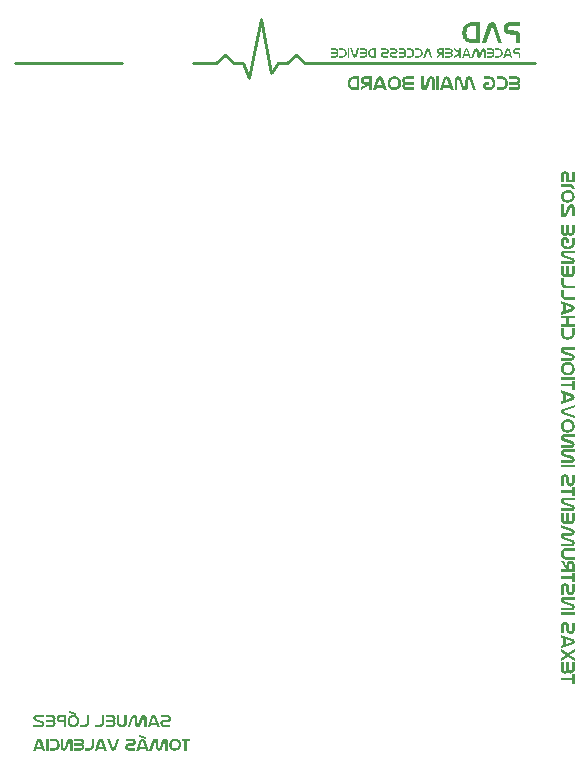
<source format=gbo>
%FSLAX25Y25*%
%MOIN*%
G70*
G01*
G75*
G04 Layer_Color=32896*
%ADD10C,0.00492*%
%ADD11R,0.03937X0.01811*%
%ADD12R,0.01811X0.01811*%
%ADD13R,0.13386X0.13386*%
%ADD14O,0.00787X0.02559*%
%ADD15O,0.02559X0.00787*%
%ADD16R,0.02835X0.03937*%
%ADD17R,0.03937X0.02835*%
%ADD18R,0.04134X0.04528*%
%ADD19O,0.01772X0.05512*%
%ADD20R,0.03740X0.02559*%
%ADD21R,0.03150X0.02165*%
%ADD22R,0.02559X0.03740*%
%ADD23R,0.03937X0.02362*%
G04:AMPARAMS|DCode=24|XSize=118.11mil|YSize=118.11mil|CornerRadius=0mil|HoleSize=0mil|Usage=FLASHONLY|Rotation=270.000|XOffset=0mil|YOffset=0mil|HoleType=Round|Shape=Octagon|*
%AMOCTAGOND24*
4,1,8,-0.02953,-0.05906,0.02953,-0.05906,0.05906,-0.02953,0.05906,0.02953,0.02953,0.05906,-0.02953,0.05906,-0.05906,0.02953,-0.05906,-0.02953,-0.02953,-0.05906,0.0*
%
%ADD24OCTAGOND24*%

%ADD25R,0.02362X0.03937*%
%ADD26R,0.05512X0.03543*%
%ADD27O,0.01181X0.05512*%
%ADD28O,0.05512X0.01181*%
%ADD29O,0.05709X0.01181*%
%ADD30O,0.01181X0.05709*%
%ADD31R,0.06496X0.04724*%
%ADD32C,0.01142*%
%ADD33R,0.01378X0.03740*%
%ADD34R,0.02953X0.06496*%
%ADD35R,0.03347X0.01575*%
%ADD36C,0.00984*%
%ADD37C,0.01969*%
%ADD38C,0.00500*%
%ADD39C,0.01575*%
%ADD40C,0.00787*%
%ADD41C,0.01000*%
%ADD42O,0.09843X0.05906*%
%ADD43R,0.07874X0.07874*%
%ADD44C,0.07874*%
%ADD45R,0.05906X0.05906*%
%ADD46C,0.05906*%
%ADD47O,0.05906X0.09843*%
%ADD48C,0.11811*%
%ADD49O,0.07874X0.11811*%
%ADD50C,0.19685*%
%ADD51O,0.01969X0.03937*%
%ADD52C,0.01969*%
%ADD53R,0.01969X0.04921*%
%ADD54C,0.00394*%
%ADD55C,0.02362*%
%ADD56C,0.00591*%
%ADD57R,0.14186X0.14186*%
%ADD58O,0.01587X0.03359*%
%ADD59O,0.03359X0.01587*%
%ADD60R,0.03635X0.04737*%
%ADD61R,0.04737X0.03635*%
%ADD62R,0.04934X0.05328*%
%ADD63O,0.02572X0.06312*%
%ADD64R,0.04540X0.03359*%
%ADD65R,0.03950X0.02965*%
%ADD66R,0.03359X0.04540*%
%ADD67R,0.04737X0.03162*%
G04:AMPARAMS|DCode=68|XSize=126.11mil|YSize=126.11mil|CornerRadius=0mil|HoleSize=0mil|Usage=FLASHONLY|Rotation=270.000|XOffset=0mil|YOffset=0mil|HoleType=Round|Shape=Octagon|*
%AMOCTAGOND68*
4,1,8,-0.03153,-0.06306,0.03153,-0.06306,0.06306,-0.03153,0.06306,0.03153,0.03153,0.06306,-0.03153,0.06306,-0.06306,0.03153,-0.06306,-0.03153,-0.03153,-0.06306,0.0*
%
%ADD68OCTAGOND68*%

%ADD69R,0.03162X0.04737*%
%ADD70R,0.06312X0.04343*%
%ADD71O,0.01981X0.06312*%
%ADD72O,0.06312X0.01981*%
%ADD73O,0.06509X0.01981*%
%ADD74O,0.01981X0.06509*%
%ADD75R,0.07296X0.05524*%
%ADD76C,0.01535*%
%ADD77R,0.01772X0.04134*%
%ADD78R,0.03347X0.06890*%
%ADD79R,0.03819X0.02047*%
%ADD80O,0.10642X0.06706*%
%ADD81R,0.08674X0.08674*%
%ADD82C,0.08674*%
%ADD83R,0.06706X0.06706*%
%ADD84C,0.06706*%
%ADD85O,0.06706X0.10642*%
%ADD86C,0.12611*%
%ADD87O,0.08674X0.12611*%
%ADD88C,0.20485*%
%ADD89O,0.02769X0.04737*%
%ADD90C,0.02559*%
%ADD91C,0.02769*%
G36*
X96800Y239655D02*
X96992Y239616D01*
X97161Y239563D01*
X97307Y239501D01*
X97422Y239440D01*
X97460Y239409D01*
X97499Y239386D01*
X97529Y239363D01*
X97552Y239348D01*
X97560Y239340D01*
X97568Y239332D01*
X97637Y239263D01*
X97691Y239194D01*
X97744Y239117D01*
X97783Y239033D01*
X97852Y238872D01*
X97898Y238710D01*
X97921Y238564D01*
X97936Y238503D01*
Y238449D01*
X97944Y238403D01*
Y238372D01*
Y238349D01*
Y238341D01*
Y236836D01*
X98843D01*
Y239501D01*
X99756D01*
Y235915D01*
X97038D01*
Y238341D01*
X97030Y238403D01*
X97015Y238464D01*
X96992Y238510D01*
X96969Y238557D01*
X96946Y238595D01*
X96923Y238618D01*
X96907Y238633D01*
X96899Y238641D01*
X96846Y238679D01*
X96792Y238710D01*
X96738Y238733D01*
X96692Y238749D01*
X96646Y238756D01*
X96615Y238764D01*
X96585D01*
X96523Y238756D01*
X96462Y238749D01*
X96423Y238733D01*
X96416Y238725D01*
X96408D01*
X96347Y238695D01*
X96301Y238672D01*
X96270Y238641D01*
X96254Y238633D01*
X96208Y238587D01*
X96178Y238541D01*
X96155Y238510D01*
X96147Y238495D01*
X96124Y238441D01*
X96116Y238395D01*
X96109Y238357D01*
Y238349D01*
Y238341D01*
Y235915D01*
X95202D01*
Y238341D01*
X95210Y238449D01*
X95218Y238549D01*
X95233Y238641D01*
X95256Y238718D01*
X95279Y238787D01*
X95294Y238833D01*
X95302Y238872D01*
X95310Y238879D01*
X95356Y238971D01*
X95402Y239048D01*
X95448Y239117D01*
X95494Y239186D01*
X95540Y239232D01*
X95571Y239271D01*
X95594Y239294D01*
X95602Y239301D01*
X95671Y239363D01*
X95748Y239417D01*
X95824Y239463D01*
X95893Y239501D01*
X95947Y239532D01*
X96001Y239555D01*
X96032Y239563D01*
X96039Y239570D01*
X96139Y239601D01*
X96231Y239632D01*
X96324Y239647D01*
X96400Y239655D01*
X96477Y239663D01*
X96531Y239670D01*
X96692D01*
X96800Y239655D01*
D02*
G37*
G36*
X98336Y235416D02*
X98459Y235400D01*
X98574Y235377D01*
X98674Y235354D01*
X98750Y235323D01*
X98812Y235300D01*
X98850Y235285D01*
X98866Y235277D01*
X98973Y235216D01*
X99065Y235154D01*
X99150Y235093D01*
X99227Y235031D01*
X99280Y234978D01*
X99326Y234932D01*
X99349Y234901D01*
X99357Y234893D01*
X99426Y234801D01*
X99488Y234717D01*
X99534Y234624D01*
X99572Y234540D01*
X99611Y234471D01*
X99634Y234417D01*
X99641Y234379D01*
X99649Y234363D01*
X99687Y234248D01*
X99710Y234141D01*
X99734Y234025D01*
X99741Y233926D01*
X99749Y233833D01*
X99756Y233764D01*
Y233718D01*
Y233711D01*
Y233703D01*
X98843D01*
Y233780D01*
X98835Y233856D01*
X98827Y233918D01*
X98820Y233964D01*
X98812Y234010D01*
X98804Y234041D01*
X98796Y234056D01*
Y234064D01*
X98766Y234156D01*
X98727Y234233D01*
X98697Y234279D01*
X98681Y234286D01*
Y234294D01*
X98620Y234356D01*
X98551Y234402D01*
X98505Y234432D01*
X98489Y234440D01*
X98482D01*
X98389Y234478D01*
X98297Y234494D01*
X98259Y234502D01*
X95202D01*
Y235423D01*
X98198D01*
X98336Y235416D01*
D02*
G37*
G36*
X97706Y233396D02*
X97898Y233373D01*
X98075Y233349D01*
X98243Y233311D01*
X98397Y233257D01*
X98543Y233204D01*
X98681Y233142D01*
X98804Y233065D01*
X98919Y232989D01*
X99019Y232912D01*
X99119Y232827D01*
X99203Y232735D01*
X99280Y232643D01*
X99357Y232551D01*
X99472Y232351D01*
X99564Y232159D01*
X99641Y231975D01*
X99687Y231798D01*
X99718Y231645D01*
X99741Y231514D01*
X99749Y231460D01*
Y231414D01*
X99756Y231376D01*
Y231345D01*
Y231330D01*
Y231322D01*
Y231284D01*
X99749Y231092D01*
X99734Y230915D01*
X99703Y230754D01*
X99657Y230600D01*
X99611Y230454D01*
X99549Y230324D01*
X99480Y230201D01*
X99403Y230085D01*
X99319Y229978D01*
X99234Y229886D01*
X99142Y229794D01*
X99042Y229717D01*
X98835Y229579D01*
X98628Y229464D01*
X98420Y229379D01*
X98213Y229317D01*
X98021Y229272D01*
X97852Y229233D01*
X97775Y229225D01*
X97706Y229218D01*
X97645Y229210D01*
X97598D01*
X97552Y229202D01*
X97475D01*
X97268Y229210D01*
X97076Y229225D01*
X96892Y229256D01*
X96723Y229294D01*
X96569Y229341D01*
X96423Y229394D01*
X96285Y229456D01*
X96162Y229525D01*
X96047Y229602D01*
X95939Y229686D01*
X95847Y229771D01*
X95755Y229863D01*
X95678Y229955D01*
X95609Y230047D01*
X95486Y230247D01*
X95394Y230439D01*
X95325Y230623D01*
X95271Y230800D01*
X95241Y230961D01*
X95218Y231092D01*
X95210Y231145D01*
Y231191D01*
X95202Y231230D01*
Y231261D01*
Y231276D01*
Y231284D01*
Y231322D01*
X95210Y231514D01*
X95225Y231691D01*
X95256Y231852D01*
X95302Y232006D01*
X95348Y232152D01*
X95410Y232290D01*
X95479Y232413D01*
X95556Y232528D01*
X95640Y232628D01*
X95732Y232727D01*
X95824Y232812D01*
X95924Y232896D01*
X96124Y233035D01*
X96339Y233142D01*
X96554Y233227D01*
X96754Y233296D01*
X96946Y233342D01*
X97122Y233373D01*
X97199Y233380D01*
X97268Y233388D01*
X97330Y233396D01*
X97376Y233403D01*
X97499D01*
X97706Y233396D01*
D02*
G37*
G36*
X-77095Y57603D02*
X-79743D01*
X-79810Y57596D01*
X-79851Y57582D01*
X-79877Y57569D01*
X-79884Y57562D01*
X-79911Y57529D01*
X-79924Y57495D01*
X-79931Y57468D01*
Y57455D01*
X-79924Y57408D01*
X-79904Y57367D01*
X-79884Y57341D01*
X-79877Y57327D01*
X-79837Y57280D01*
X-79790Y57253D01*
X-79756Y57233D01*
X-79750Y57226D01*
X-79743D01*
X-77640Y56312D01*
X-77559Y56272D01*
X-77485Y56239D01*
X-77418Y56198D01*
X-77364Y56165D01*
X-77324Y56138D01*
X-77297Y56111D01*
X-77277Y56097D01*
X-77270Y56091D01*
X-77183Y56003D01*
X-77122Y55923D01*
X-77102Y55889D01*
X-77082Y55862D01*
X-77075Y55849D01*
X-77068Y55842D01*
X-77021Y55748D01*
X-76988Y55667D01*
X-76981Y55634D01*
X-76974Y55607D01*
X-76968Y55593D01*
Y55587D01*
X-76954Y55499D01*
X-76947Y55425D01*
Y55398D01*
Y55378D01*
Y55365D01*
Y55358D01*
X-76961Y55210D01*
X-76988Y55076D01*
X-77028Y54962D01*
X-77075Y54861D01*
X-77122Y54787D01*
X-77162Y54726D01*
X-77189Y54693D01*
X-77203Y54679D01*
X-77310Y54592D01*
X-77431Y54525D01*
X-77552Y54485D01*
X-77673Y54451D01*
X-77788Y54431D01*
X-77834Y54424D01*
X-77875D01*
X-77908Y54417D01*
X-80630D01*
Y55204D01*
X-77935D01*
X-77881Y55210D01*
X-77841Y55224D01*
X-77814Y55237D01*
X-77808Y55244D01*
X-77774Y55278D01*
X-77761Y55318D01*
X-77754Y55351D01*
Y55365D01*
X-77761Y55405D01*
X-77774Y55445D01*
X-77788Y55472D01*
X-77794Y55479D01*
X-77834Y55519D01*
X-77881Y55553D01*
X-77922Y55580D01*
X-77929Y55587D01*
X-77935D01*
X-80092Y56527D01*
X-80166Y56561D01*
X-80234Y56601D01*
X-80287Y56642D01*
X-80334Y56675D01*
X-80375Y56702D01*
X-80401Y56729D01*
X-80422Y56743D01*
X-80428Y56749D01*
X-80475Y56796D01*
X-80516Y56850D01*
X-80576Y56931D01*
X-80596Y56964D01*
X-80610Y56991D01*
X-80623Y57005D01*
Y57011D01*
X-80664Y57105D01*
X-80690Y57193D01*
X-80697Y57220D01*
X-80704Y57247D01*
Y57260D01*
Y57267D01*
X-80711Y57347D01*
X-80717Y57408D01*
Y57441D01*
Y57455D01*
X-80704Y57603D01*
X-80677Y57737D01*
X-80637Y57851D01*
X-80596Y57952D01*
X-80549Y58026D01*
X-80509Y58087D01*
X-80482Y58120D01*
X-80469Y58134D01*
X-80368Y58221D01*
X-80247Y58288D01*
X-80119Y58335D01*
X-79998Y58369D01*
X-79891Y58389D01*
X-79844Y58396D01*
X-79797D01*
X-79763Y58402D01*
X-77095D01*
Y57603D01*
D02*
G37*
G36*
X-67002Y58396D02*
X-66847Y58382D01*
X-66706Y58355D01*
X-66572Y58315D01*
X-66444Y58275D01*
X-66330Y58221D01*
X-66222Y58160D01*
X-66122Y58093D01*
X-66027Y58019D01*
X-65947Y57945D01*
X-65866Y57865D01*
X-65799Y57777D01*
X-65678Y57596D01*
X-65577Y57415D01*
X-65503Y57233D01*
X-65450Y57052D01*
X-65409Y56884D01*
X-65376Y56736D01*
X-65369Y56669D01*
X-65362Y56608D01*
X-65355Y56554D01*
Y56514D01*
X-65349Y56474D01*
Y56447D01*
Y56433D01*
Y56427D01*
Y56406D01*
X-65355Y56225D01*
X-65369Y56057D01*
X-65396Y55896D01*
X-65429Y55748D01*
X-65470Y55613D01*
X-65517Y55486D01*
X-65570Y55365D01*
X-65631Y55257D01*
X-65698Y55157D01*
X-65772Y55063D01*
X-65846Y54982D01*
X-65927Y54901D01*
X-66007Y54834D01*
X-66088Y54773D01*
X-66263Y54666D01*
X-66431Y54585D01*
X-66592Y54525D01*
X-66746Y54478D01*
X-66888Y54451D01*
X-67002Y54431D01*
X-67049Y54424D01*
X-67089D01*
X-67123Y54417D01*
X-67472D01*
X-67640Y54424D01*
X-67795Y54438D01*
X-67936Y54464D01*
X-68070Y54505D01*
X-68198Y54545D01*
X-68312Y54599D01*
X-68420Y54659D01*
X-68521Y54726D01*
X-68615Y54800D01*
X-68695Y54881D01*
X-68776Y54962D01*
X-68843Y55049D01*
X-68964Y55224D01*
X-69058Y55412D01*
X-69132Y55600D01*
X-69193Y55775D01*
X-69233Y55943D01*
X-69260Y56097D01*
X-69266Y56165D01*
X-69273Y56225D01*
X-69280Y56279D01*
X-69287Y56319D01*
Y56359D01*
Y56386D01*
Y56400D01*
Y56406D01*
Y56427D01*
X-69280Y56608D01*
X-69266Y56776D01*
X-69240Y56931D01*
X-69206Y57078D01*
X-69166Y57213D01*
X-69112Y57341D01*
X-69058Y57462D01*
X-68998Y57569D01*
X-68931Y57670D01*
X-68857Y57757D01*
X-68783Y57845D01*
X-68702Y57919D01*
X-68621Y57986D01*
X-68541Y58053D01*
X-68373Y58154D01*
X-68205Y58234D01*
X-68037Y58302D01*
X-67882Y58342D01*
X-67748Y58369D01*
X-67633Y58389D01*
X-67586Y58396D01*
X-67546D01*
X-67513Y58402D01*
X-67170D01*
X-67002Y58396D01*
D02*
G37*
G36*
X-69670Y54417D02*
X-70476D01*
Y56024D01*
X-71666D01*
X-71786Y56030D01*
X-71901Y56037D01*
X-72001Y56057D01*
X-72089Y56077D01*
X-72156Y56091D01*
X-72210Y56111D01*
X-72237Y56117D01*
X-72250Y56124D01*
X-72338Y56165D01*
X-72418Y56212D01*
X-72485Y56252D01*
X-72546Y56299D01*
X-72593Y56333D01*
X-72627Y56366D01*
X-72647Y56386D01*
X-72653Y56393D01*
X-72707Y56460D01*
X-72754Y56527D01*
X-72795Y56595D01*
X-72821Y56655D01*
X-72848Y56709D01*
X-72862Y56749D01*
X-72875Y56776D01*
Y56783D01*
X-72916Y56937D01*
X-72929Y57011D01*
X-72936Y57078D01*
X-72942Y57132D01*
Y57173D01*
Y57200D01*
Y57206D01*
Y57293D01*
X-72929Y57381D01*
X-72922Y57455D01*
X-72909Y57529D01*
X-72895Y57582D01*
X-72882Y57623D01*
X-72875Y57656D01*
X-72868Y57663D01*
X-72842Y57744D01*
X-72808Y57811D01*
X-72768Y57878D01*
X-72727Y57932D01*
X-72694Y57979D01*
X-72667Y58013D01*
X-72647Y58033D01*
X-72640Y58039D01*
X-72579Y58100D01*
X-72512Y58154D01*
X-72445Y58194D01*
X-72378Y58234D01*
X-72324Y58261D01*
X-72277Y58281D01*
X-72250Y58295D01*
X-72237Y58302D01*
X-72143Y58335D01*
X-72049Y58362D01*
X-71948Y58376D01*
X-71860Y58389D01*
X-71780Y58396D01*
X-71719Y58402D01*
X-69670D01*
Y54417D01*
D02*
G37*
G36*
X-74434Y58396D02*
X-74327Y58389D01*
X-74233Y58376D01*
X-74145Y58355D01*
X-74078Y58335D01*
X-74024Y58322D01*
X-73997Y58315D01*
X-73984Y58308D01*
X-73897Y58275D01*
X-73816Y58234D01*
X-73749Y58194D01*
X-73695Y58154D01*
X-73648Y58113D01*
X-73608Y58087D01*
X-73588Y58066D01*
X-73581Y58060D01*
X-73527Y57999D01*
X-73480Y57932D01*
X-73440Y57865D01*
X-73406Y57811D01*
X-73379Y57757D01*
X-73359Y57717D01*
X-73352Y57683D01*
X-73346Y57677D01*
X-73319Y57596D01*
X-73305Y57515D01*
X-73292Y57435D01*
X-73278Y57361D01*
Y57300D01*
X-73272Y57247D01*
Y57220D01*
Y57206D01*
X-73278Y57126D01*
X-73285Y57038D01*
X-73305Y56964D01*
X-73325Y56897D01*
X-73339Y56837D01*
X-73359Y56789D01*
X-73366Y56763D01*
X-73372Y56749D01*
X-73413Y56669D01*
X-73466Y56601D01*
X-73514Y56541D01*
X-73567Y56494D01*
X-73614Y56460D01*
X-73655Y56440D01*
X-73681Y56427D01*
X-73688Y56420D01*
X-73614Y56380D01*
X-73547Y56333D01*
X-73493Y56279D01*
X-73453Y56225D01*
X-73413Y56178D01*
X-73393Y56138D01*
X-73379Y56111D01*
X-73372Y56097D01*
X-73339Y56010D01*
X-73312Y55929D01*
X-73299Y55849D01*
X-73285Y55775D01*
X-73278Y55714D01*
X-73272Y55661D01*
Y55634D01*
Y55620D01*
X-73285Y55452D01*
X-73292Y55378D01*
X-73305Y55311D01*
X-73319Y55257D01*
X-73325Y55217D01*
X-73339Y55184D01*
Y55177D01*
X-73366Y55103D01*
X-73399Y55029D01*
X-73440Y54962D01*
X-73473Y54908D01*
X-73507Y54861D01*
X-73527Y54827D01*
X-73547Y54800D01*
X-73554Y54794D01*
X-73614Y54733D01*
X-73681Y54679D01*
X-73749Y54632D01*
X-73816Y54592D01*
X-73870Y54558D01*
X-73917Y54538D01*
X-73944Y54525D01*
X-73957Y54518D01*
X-74051Y54485D01*
X-74159Y54458D01*
X-74253Y54444D01*
X-74347Y54431D01*
X-74434Y54424D01*
X-74495Y54417D01*
X-76544D01*
Y55204D01*
X-74448D01*
X-74387Y55210D01*
X-74333Y55224D01*
X-74286Y55237D01*
X-74246Y55264D01*
X-74212Y55284D01*
X-74192Y55298D01*
X-74179Y55311D01*
X-74172Y55318D01*
X-74138Y55365D01*
X-74112Y55419D01*
X-74092Y55472D01*
X-74078Y55519D01*
X-74071Y55567D01*
X-74065Y55600D01*
Y55627D01*
Y55634D01*
X-74071Y55687D01*
X-74085Y55734D01*
X-74092Y55761D01*
X-74098Y55775D01*
X-74125Y55829D01*
X-74152Y55869D01*
X-74172Y55896D01*
X-74179Y55902D01*
X-74219Y55936D01*
X-74260Y55970D01*
X-74286Y55983D01*
X-74300Y55990D01*
X-74353Y56010D01*
X-74401Y56017D01*
X-74434Y56024D01*
X-76544D01*
Y56816D01*
X-74448D01*
X-74387Y56823D01*
X-74333Y56837D01*
X-74286Y56850D01*
X-74246Y56877D01*
X-74212Y56897D01*
X-74192Y56911D01*
X-74179Y56924D01*
X-74172Y56931D01*
X-74138Y56978D01*
X-74112Y57025D01*
X-74092Y57072D01*
X-74078Y57112D01*
X-74071Y57152D01*
X-74065Y57186D01*
Y57206D01*
Y57213D01*
X-74071Y57273D01*
X-74085Y57320D01*
X-74092Y57347D01*
X-74098Y57361D01*
X-74125Y57415D01*
X-74152Y57455D01*
X-74172Y57482D01*
X-74179Y57488D01*
X-74219Y57522D01*
X-74260Y57549D01*
X-74286Y57562D01*
X-74300Y57569D01*
X-74353Y57589D01*
X-74401Y57596D01*
X-74434Y57603D01*
X-76544D01*
Y58402D01*
X-74555D01*
X-74434Y58396D01*
D02*
G37*
G36*
X99756Y205863D02*
X99749Y205725D01*
X99741Y205602D01*
X99726Y205494D01*
X99703Y205394D01*
X99680Y205317D01*
X99664Y205256D01*
X99657Y205225D01*
X99649Y205210D01*
X99611Y205110D01*
X99564Y205018D01*
X99518Y204941D01*
X99472Y204880D01*
X99426Y204826D01*
X99396Y204780D01*
X99373Y204757D01*
X99365Y204749D01*
X99296Y204688D01*
X99219Y204634D01*
X99142Y204588D01*
X99081Y204550D01*
X99019Y204519D01*
X98973Y204496D01*
X98935Y204488D01*
X98927Y204480D01*
X98835Y204450D01*
X98743Y204434D01*
X98651Y204419D01*
X98566Y204404D01*
X98497D01*
X98435Y204396D01*
X98389D01*
X98297Y204404D01*
X98198Y204411D01*
X98113Y204434D01*
X98036Y204457D01*
X97967Y204473D01*
X97913Y204496D01*
X97883Y204503D01*
X97867Y204511D01*
X97775Y204557D01*
X97698Y204619D01*
X97629Y204672D01*
X97575Y204734D01*
X97537Y204788D01*
X97514Y204834D01*
X97499Y204864D01*
X97491Y204872D01*
X97445Y204788D01*
X97391Y204711D01*
X97330Y204649D01*
X97268Y204603D01*
X97214Y204557D01*
X97168Y204534D01*
X97138Y204519D01*
X97122Y204511D01*
X97022Y204473D01*
X96930Y204442D01*
X96838Y204427D01*
X96754Y204411D01*
X96684Y204404D01*
X96623Y204396D01*
X96577D01*
X96385Y204411D01*
X96301Y204419D01*
X96224Y204434D01*
X96162Y204450D01*
X96116Y204457D01*
X96078Y204473D01*
X96070D01*
X95986Y204503D01*
X95901Y204542D01*
X95824Y204588D01*
X95763Y204626D01*
X95709Y204665D01*
X95671Y204688D01*
X95640Y204711D01*
X95632Y204718D01*
X95563Y204788D01*
X95502Y204864D01*
X95448Y204941D01*
X95402Y205018D01*
X95363Y205079D01*
X95341Y205133D01*
X95325Y205164D01*
X95317Y205179D01*
X95279Y205287D01*
X95248Y205410D01*
X95233Y205517D01*
X95218Y205625D01*
X95210Y205725D01*
X95202Y205794D01*
Y205824D01*
Y205847D01*
Y205855D01*
Y205863D01*
Y208136D01*
X96101D01*
Y205740D01*
X96109Y205671D01*
X96124Y205609D01*
X96139Y205556D01*
X96170Y205509D01*
X96193Y205471D01*
X96208Y205448D01*
X96224Y205433D01*
X96231Y205425D01*
X96285Y205387D01*
X96347Y205356D01*
X96408Y205333D01*
X96462Y205317D01*
X96516Y205310D01*
X96554Y205302D01*
X96592D01*
X96654Y205310D01*
X96707Y205325D01*
X96738Y205333D01*
X96754Y205341D01*
X96815Y205371D01*
X96861Y205402D01*
X96892Y205425D01*
X96899Y205433D01*
X96938Y205479D01*
X96976Y205525D01*
X96992Y205556D01*
X96999Y205571D01*
X97022Y205632D01*
X97030Y205686D01*
X97038Y205725D01*
Y205732D01*
Y205740D01*
Y208136D01*
X97944D01*
Y205740D01*
X97952Y205671D01*
X97967Y205609D01*
X97982Y205556D01*
X98013Y205509D01*
X98036Y205471D01*
X98052Y205448D01*
X98067Y205433D01*
X98075Y205425D01*
X98128Y205387D01*
X98182Y205356D01*
X98236Y205333D01*
X98282Y205317D01*
X98328Y205310D01*
X98366Y205302D01*
X98397D01*
X98466Y205310D01*
X98520Y205325D01*
X98551Y205333D01*
X98566Y205341D01*
X98628Y205371D01*
X98674Y205402D01*
X98704Y205425D01*
X98712Y205433D01*
X98750Y205479D01*
X98781Y205525D01*
X98796Y205556D01*
X98804Y205571D01*
X98827Y205632D01*
X98835Y205686D01*
X98843Y205725D01*
Y205732D01*
Y205740D01*
Y208136D01*
X99756D01*
Y205863D01*
D02*
G37*
G36*
X96101Y202614D02*
X96116Y202430D01*
X96147Y202276D01*
X96185Y202138D01*
X96239Y202023D01*
X96293Y201931D01*
X96331Y201869D01*
X96362Y201831D01*
X96377Y201816D01*
X96492Y201723D01*
X96615Y201654D01*
X96754Y201600D01*
X96884Y201570D01*
X96999Y201547D01*
X97045Y201539D01*
X97092D01*
X97130Y201531D01*
X99756D01*
Y200610D01*
X97184D01*
X97015Y200617D01*
X96861Y200633D01*
X96723Y200648D01*
X96600Y200671D01*
X96500Y200694D01*
X96423Y200717D01*
X96400Y200725D01*
X96377D01*
X96370Y200733D01*
X96362D01*
X96231Y200786D01*
X96116Y200848D01*
X96009Y200917D01*
X95916Y200978D01*
X95840Y201032D01*
X95786Y201078D01*
X95755Y201117D01*
X95740Y201124D01*
X95648Y201224D01*
X95571Y201332D01*
X95502Y201439D01*
X95440Y201539D01*
X95402Y201631D01*
X95363Y201700D01*
X95348Y201746D01*
X95341Y201754D01*
Y201762D01*
X95294Y201908D01*
X95264Y202061D01*
X95233Y202207D01*
X95218Y202338D01*
X95210Y202461D01*
Y202507D01*
X95202Y202553D01*
Y202591D01*
Y202614D01*
Y202629D01*
Y202637D01*
Y204035D01*
X96101D01*
Y202614D01*
D02*
G37*
G36*
Y198767D02*
X96116Y198582D01*
X96147Y198429D01*
X96185Y198290D01*
X96239Y198175D01*
X96293Y198083D01*
X96331Y198021D01*
X96362Y197983D01*
X96377Y197968D01*
X96492Y197876D01*
X96615Y197807D01*
X96754Y197753D01*
X96884Y197722D01*
X96999Y197699D01*
X97045Y197691D01*
X97092D01*
X97130Y197684D01*
X99756D01*
Y196762D01*
X97184D01*
X97015Y196770D01*
X96861Y196785D01*
X96723Y196800D01*
X96600Y196824D01*
X96500Y196846D01*
X96423Y196870D01*
X96400Y196877D01*
X96377D01*
X96370Y196885D01*
X96362D01*
X96231Y196939D01*
X96116Y197000D01*
X96009Y197069D01*
X95916Y197131D01*
X95840Y197184D01*
X95786Y197231D01*
X95755Y197269D01*
X95740Y197277D01*
X95648Y197376D01*
X95571Y197484D01*
X95502Y197591D01*
X95440Y197691D01*
X95402Y197783D01*
X95363Y197853D01*
X95348Y197899D01*
X95341Y197906D01*
Y197914D01*
X95294Y198060D01*
X95264Y198214D01*
X95233Y198359D01*
X95218Y198490D01*
X95210Y198613D01*
Y198659D01*
X95202Y198705D01*
Y198743D01*
Y198767D01*
Y198782D01*
Y198790D01*
Y200187D01*
X96101D01*
Y198767D01*
D02*
G37*
G36*
X99756Y212260D02*
X96400D01*
X96293Y212253D01*
X96216Y212222D01*
X96155Y212176D01*
X96116Y212130D01*
X96093Y212084D01*
X96086Y212037D01*
X96078Y212007D01*
Y211999D01*
X96086Y211945D01*
X96101Y211907D01*
X96116Y211884D01*
X96124Y211876D01*
X96178Y211845D01*
X96239Y211823D01*
X96285Y211807D01*
X96301Y211799D01*
X96308D01*
X99088Y210886D01*
X99196Y210839D01*
X99288Y210786D01*
X99373Y210717D01*
X99442Y210655D01*
X99495Y210594D01*
X99541Y210540D01*
X99564Y210509D01*
X99572Y210494D01*
X99634Y210386D01*
X99680Y210271D01*
X99718Y210164D01*
X99741Y210064D01*
X99756Y209979D01*
X99764Y209910D01*
Y209864D01*
Y209856D01*
Y209849D01*
Y209757D01*
X99749Y209664D01*
X99741Y209588D01*
X99726Y209519D01*
X99710Y209457D01*
X99695Y209411D01*
X99687Y209380D01*
X99680Y209373D01*
X99649Y209296D01*
X99611Y209219D01*
X99572Y209150D01*
X99534Y209096D01*
X99503Y209050D01*
X99472Y209012D01*
X99457Y208989D01*
X99449Y208981D01*
X99334Y208873D01*
X99211Y208797D01*
X99165Y208766D01*
X99127Y208743D01*
X99096Y208735D01*
X99088Y208727D01*
X99004Y208697D01*
X98927Y208674D01*
X98843Y208658D01*
X98773Y208651D01*
X98712Y208643D01*
X98666Y208635D01*
X95202D01*
Y209603D01*
X98543D01*
X98651Y209611D01*
X98727Y209641D01*
X98781Y209687D01*
X98820Y209734D01*
X98843Y209780D01*
X98850Y209826D01*
X98858Y209856D01*
Y209864D01*
X98850Y209918D01*
X98827Y209956D01*
X98804Y209979D01*
X98796Y209987D01*
X98750Y210018D01*
X98697Y210041D01*
X98651Y210056D01*
X98643Y210064D01*
X98635D01*
X95855Y210970D01*
X95748Y211016D01*
X95648Y211070D01*
X95563Y211139D01*
X95494Y211200D01*
X95433Y211262D01*
X95394Y211308D01*
X95363Y211339D01*
X95356Y211354D01*
X95294Y211469D01*
X95248Y211584D01*
X95210Y211692D01*
X95187Y211792D01*
X95171Y211884D01*
X95164Y211953D01*
Y211999D01*
Y212007D01*
Y212015D01*
Y212107D01*
X95179Y212191D01*
X95187Y212276D01*
X95202Y212345D01*
X95218Y212399D01*
X95225Y212445D01*
X95241Y212475D01*
Y212483D01*
X95271Y212567D01*
X95310Y212637D01*
X95348Y212706D01*
X95387Y212759D01*
X95417Y212806D01*
X95448Y212836D01*
X95463Y212859D01*
X95471Y212867D01*
X95594Y212982D01*
X95655Y213021D01*
X95717Y213059D01*
X95763Y213090D01*
X95801Y213113D01*
X95832Y213120D01*
X95840Y213128D01*
X95924Y213159D01*
X96009Y213190D01*
X96086Y213205D01*
X96162Y213213D01*
X96224Y213220D01*
X96277Y213228D01*
X99756D01*
Y212260D01*
D02*
G37*
G36*
X98843Y228703D02*
X98996Y228672D01*
X99127Y228626D01*
X99242Y228580D01*
X99326Y228526D01*
X99396Y228480D01*
X99434Y228450D01*
X99449Y228434D01*
X99549Y228319D01*
X99626Y228181D01*
X99680Y228043D01*
X99718Y227904D01*
X99741Y227774D01*
X99749Y227720D01*
Y227674D01*
X99756Y227636D01*
Y227605D01*
Y227590D01*
Y227582D01*
Y224587D01*
X98843D01*
Y227597D01*
Y227643D01*
X98835Y227682D01*
X98827Y227712D01*
X98820Y227735D01*
X98804Y227766D01*
X98796Y227774D01*
X98766Y227797D01*
X98727Y227805D01*
X98697Y227812D01*
X98681D01*
X98628Y227805D01*
X98581Y227789D01*
X98543Y227766D01*
X98535Y227759D01*
X98528D01*
X98474Y227720D01*
X98443Y227666D01*
X98420Y227628D01*
X98413Y227620D01*
Y227613D01*
X97353Y225170D01*
X97314Y225086D01*
X97276Y225009D01*
X97230Y224940D01*
X97191Y224886D01*
X97161Y224840D01*
X97130Y224809D01*
X97115Y224786D01*
X97107Y224779D01*
X97007Y224679D01*
X96915Y224610D01*
X96877Y224587D01*
X96846Y224564D01*
X96830Y224556D01*
X96823Y224548D01*
X96715Y224502D01*
X96623Y224464D01*
X96585Y224456D01*
X96554Y224448D01*
X96539Y224441D01*
X96531D01*
X96431Y224425D01*
X96354Y224418D01*
X95202D01*
Y228611D01*
X96101D01*
Y225332D01*
X96277D01*
X96339Y225339D01*
X96385Y225362D01*
X96416Y225378D01*
X96423Y225385D01*
X96469Y225439D01*
X96508Y225485D01*
X96531Y225524D01*
X96539Y225539D01*
X97598Y227966D01*
X97667Y228104D01*
X97744Y228227D01*
X97821Y228327D01*
X97890Y228404D01*
X97952Y228465D01*
X98005Y228511D01*
X98036Y228534D01*
X98052Y228542D01*
X98159Y228603D01*
X98267Y228642D01*
X98366Y228672D01*
X98466Y228695D01*
X98551Y228711D01*
X98612Y228718D01*
X98674D01*
X98843Y228703D01*
D02*
G37*
G36*
X99756Y219633D02*
X99749Y219495D01*
X99741Y219372D01*
X99726Y219264D01*
X99703Y219165D01*
X99680Y219088D01*
X99664Y219026D01*
X99657Y218996D01*
X99649Y218980D01*
X99611Y218880D01*
X99564Y218788D01*
X99518Y218711D01*
X99472Y218650D01*
X99426Y218596D01*
X99396Y218550D01*
X99373Y218527D01*
X99365Y218519D01*
X99296Y218458D01*
X99219Y218404D01*
X99142Y218358D01*
X99081Y218320D01*
X99019Y218289D01*
X98973Y218266D01*
X98935Y218258D01*
X98927Y218251D01*
X98835Y218220D01*
X98743Y218205D01*
X98651Y218189D01*
X98566Y218174D01*
X98497D01*
X98435Y218166D01*
X98389D01*
X98297Y218174D01*
X98198Y218181D01*
X98113Y218205D01*
X98036Y218228D01*
X97967Y218243D01*
X97913Y218266D01*
X97883Y218274D01*
X97867Y218281D01*
X97775Y218327D01*
X97698Y218389D01*
X97629Y218443D01*
X97575Y218504D01*
X97537Y218558D01*
X97514Y218604D01*
X97499Y218635D01*
X97491Y218642D01*
X97445Y218558D01*
X97391Y218481D01*
X97330Y218420D01*
X97268Y218373D01*
X97214Y218327D01*
X97168Y218304D01*
X97138Y218289D01*
X97122Y218281D01*
X97022Y218243D01*
X96930Y218212D01*
X96838Y218197D01*
X96754Y218181D01*
X96684Y218174D01*
X96623Y218166D01*
X96577D01*
X96385Y218181D01*
X96301Y218189D01*
X96224Y218205D01*
X96162Y218220D01*
X96116Y218228D01*
X96078Y218243D01*
X96070D01*
X95986Y218274D01*
X95901Y218312D01*
X95824Y218358D01*
X95763Y218397D01*
X95709Y218435D01*
X95671Y218458D01*
X95640Y218481D01*
X95632Y218489D01*
X95563Y218558D01*
X95502Y218635D01*
X95448Y218711D01*
X95402Y218788D01*
X95363Y218850D01*
X95341Y218903D01*
X95325Y218934D01*
X95317Y218950D01*
X95279Y219057D01*
X95248Y219180D01*
X95233Y219287D01*
X95218Y219395D01*
X95210Y219495D01*
X95202Y219564D01*
Y219595D01*
Y219618D01*
Y219625D01*
Y219633D01*
Y221906D01*
X96101D01*
Y219510D01*
X96109Y219441D01*
X96124Y219380D01*
X96139Y219326D01*
X96170Y219280D01*
X96193Y219241D01*
X96208Y219218D01*
X96224Y219203D01*
X96231Y219195D01*
X96285Y219157D01*
X96347Y219126D01*
X96408Y219103D01*
X96462Y219088D01*
X96516Y219080D01*
X96554Y219072D01*
X96592D01*
X96654Y219080D01*
X96707Y219095D01*
X96738Y219103D01*
X96754Y219111D01*
X96815Y219142D01*
X96861Y219172D01*
X96892Y219195D01*
X96899Y219203D01*
X96938Y219249D01*
X96976Y219295D01*
X96992Y219326D01*
X96999Y219341D01*
X97022Y219403D01*
X97030Y219456D01*
X97038Y219495D01*
Y219502D01*
Y219510D01*
Y221906D01*
X97944D01*
Y219510D01*
X97952Y219441D01*
X97967Y219380D01*
X97982Y219326D01*
X98013Y219280D01*
X98036Y219241D01*
X98052Y219218D01*
X98067Y219203D01*
X98075Y219195D01*
X98128Y219157D01*
X98182Y219126D01*
X98236Y219103D01*
X98282Y219088D01*
X98328Y219080D01*
X98366Y219072D01*
X98397D01*
X98466Y219080D01*
X98520Y219095D01*
X98551Y219103D01*
X98566Y219111D01*
X98628Y219142D01*
X98674Y219172D01*
X98704Y219195D01*
X98712Y219203D01*
X98750Y219249D01*
X98781Y219295D01*
X98796Y219326D01*
X98804Y219341D01*
X98827Y219403D01*
X98835Y219456D01*
X98843Y219495D01*
Y219502D01*
Y219510D01*
Y221906D01*
X99756D01*
Y219633D01*
D02*
G37*
G36*
X96654Y217790D02*
X96761Y217782D01*
X96853Y217767D01*
X96938Y217752D01*
X97007Y217728D01*
X97053Y217713D01*
X97092Y217705D01*
X97099Y217698D01*
X97191Y217659D01*
X97276Y217613D01*
X97353Y217567D01*
X97422Y217521D01*
X97475Y217483D01*
X97514Y217452D01*
X97537Y217429D01*
X97545Y217421D01*
X97614Y217352D01*
X97667Y217283D01*
X97721Y217221D01*
X97760Y217152D01*
X97790Y217099D01*
X97813Y217053D01*
X97829Y217022D01*
X97837Y217014D01*
X97875Y216930D01*
X97898Y216838D01*
X97921Y216753D01*
X97929Y216676D01*
X97936Y216607D01*
X97944Y216553D01*
Y216523D01*
Y216507D01*
Y215701D01*
X97038D01*
Y216469D01*
X97030Y216530D01*
X97015Y216592D01*
X96992Y216638D01*
X96969Y216684D01*
X96946Y216715D01*
X96923Y216738D01*
X96907Y216753D01*
X96899Y216761D01*
X96846Y216799D01*
X96792Y216830D01*
X96738Y216853D01*
X96684Y216868D01*
X96646Y216876D01*
X96608Y216884D01*
X96577D01*
X96508Y216876D01*
X96446Y216868D01*
X96408Y216853D01*
X96400Y216845D01*
X96393D01*
X96331Y216814D01*
X96285Y216791D01*
X96254Y216761D01*
X96239Y216753D01*
X96201Y216707D01*
X96170Y216669D01*
X96147Y216638D01*
X96139Y216622D01*
X96116Y216569D01*
X96109Y216515D01*
X96101Y216484D01*
Y216469D01*
Y215547D01*
X96109Y215455D01*
X96116Y215378D01*
X96162Y215225D01*
X96224Y215094D01*
X96316Y214987D01*
X96416Y214887D01*
X96531Y214810D01*
X96654Y214749D01*
X96784Y214695D01*
X96915Y214656D01*
X97038Y214626D01*
X97153Y214603D01*
X97253Y214587D01*
X97345Y214580D01*
X97406Y214572D01*
X97598D01*
X97721Y214580D01*
X97837Y214595D01*
X97944Y214610D01*
X98036Y214626D01*
X98121Y214649D01*
X98198Y214672D01*
X98267Y214695D01*
X98328Y214718D01*
X98382Y214741D01*
X98420Y214764D01*
X98459Y214779D01*
X98489Y214795D01*
X98505Y214810D01*
X98520Y214818D01*
X98628Y214917D01*
X98704Y215040D01*
X98766Y215156D01*
X98804Y215279D01*
X98827Y215386D01*
X98835Y215478D01*
X98843Y215509D01*
Y215532D01*
Y215547D01*
Y215555D01*
Y217421D01*
X99756D01*
Y215747D01*
X99749Y215555D01*
X99734Y215378D01*
X99703Y215217D01*
X99657Y215064D01*
X99611Y214917D01*
X99549Y214787D01*
X99480Y214664D01*
X99403Y214549D01*
X99319Y214441D01*
X99234Y214349D01*
X99142Y214257D01*
X99042Y214180D01*
X98835Y214042D01*
X98628Y213927D01*
X98420Y213842D01*
X98213Y213781D01*
X98021Y213735D01*
X97852Y213696D01*
X97775Y213689D01*
X97706Y213681D01*
X97645Y213673D01*
X97598D01*
X97552Y213666D01*
X97475D01*
X97268Y213673D01*
X97076Y213689D01*
X96892Y213720D01*
X96723Y213758D01*
X96569Y213804D01*
X96423Y213858D01*
X96285Y213919D01*
X96162Y213988D01*
X96047Y214065D01*
X95939Y214149D01*
X95847Y214234D01*
X95755Y214326D01*
X95678Y214418D01*
X95609Y214510D01*
X95486Y214710D01*
X95394Y214902D01*
X95325Y215087D01*
X95271Y215263D01*
X95241Y215424D01*
X95218Y215555D01*
X95210Y215609D01*
Y215655D01*
X95202Y215693D01*
Y215724D01*
Y215739D01*
Y215747D01*
Y216500D01*
X95210Y216599D01*
X95218Y216684D01*
X95233Y216768D01*
X95256Y216845D01*
X95279Y216907D01*
X95294Y216953D01*
X95302Y216983D01*
X95310Y216991D01*
X95356Y217076D01*
X95410Y217160D01*
X95456Y217229D01*
X95509Y217291D01*
X95548Y217337D01*
X95586Y217375D01*
X95609Y217398D01*
X95617Y217406D01*
X95694Y217475D01*
X95763Y217529D01*
X95840Y217575D01*
X95901Y217621D01*
X95963Y217652D01*
X96009Y217675D01*
X96039Y217682D01*
X96047Y217690D01*
X96139Y217728D01*
X96224Y217752D01*
X96308Y217775D01*
X96385Y217782D01*
X96454Y217790D01*
X96500Y217797D01*
X96546D01*
X96654Y217790D01*
D02*
G37*
G36*
X-75590Y46555D02*
X-76396D01*
Y50540D01*
X-75590D01*
Y46555D01*
D02*
G37*
G36*
X-78594Y50533D02*
X-78500Y50520D01*
X-78412Y50500D01*
X-78338Y50473D01*
X-78278Y50446D01*
X-78238Y50426D01*
X-78204Y50412D01*
X-78197Y50406D01*
X-78123Y50352D01*
X-78056Y50292D01*
X-78003Y50224D01*
X-77962Y50157D01*
X-77929Y50103D01*
X-77908Y50056D01*
X-77895Y50023D01*
X-77888Y50009D01*
X-76685Y46555D01*
X-77505D01*
X-77700Y47106D01*
X-79689D01*
X-79891Y46555D01*
X-80717D01*
X-79508Y50009D01*
X-79467Y50103D01*
X-79420Y50184D01*
X-79367Y50251D01*
X-79320Y50312D01*
X-79273Y50352D01*
X-79232Y50379D01*
X-79205Y50399D01*
X-79199Y50406D01*
X-79118Y50453D01*
X-79031Y50486D01*
X-78950Y50507D01*
X-78869Y50527D01*
X-78802Y50533D01*
X-78748Y50540D01*
X-78701D01*
X-78594Y50533D01*
D02*
G37*
G36*
X-66316Y59000D02*
Y58422D01*
X-68662Y59021D01*
Y59767D01*
X-66316Y59000D01*
D02*
G37*
G36*
X-73540Y50533D02*
X-73386Y50520D01*
X-73245Y50493D01*
X-73110Y50453D01*
X-72983Y50412D01*
X-72868Y50359D01*
X-72761Y50298D01*
X-72660Y50231D01*
X-72566Y50157D01*
X-72485Y50083D01*
X-72405Y50002D01*
X-72338Y49915D01*
X-72217Y49734D01*
X-72116Y49552D01*
X-72042Y49371D01*
X-71988Y49189D01*
X-71948Y49021D01*
X-71914Y48874D01*
X-71908Y48806D01*
X-71901Y48746D01*
X-71894Y48692D01*
Y48652D01*
X-71887Y48612D01*
Y48585D01*
Y48571D01*
Y48564D01*
Y48544D01*
X-71894Y48363D01*
X-71908Y48195D01*
X-71934Y48034D01*
X-71968Y47886D01*
X-72008Y47751D01*
X-72055Y47624D01*
X-72109Y47503D01*
X-72170Y47395D01*
X-72237Y47294D01*
X-72311Y47200D01*
X-72385Y47120D01*
X-72465Y47039D01*
X-72546Y46972D01*
X-72627Y46911D01*
X-72801Y46804D01*
X-72969Y46723D01*
X-73131Y46663D01*
X-73285Y46616D01*
X-73426Y46589D01*
X-73540Y46569D01*
X-73588Y46562D01*
X-73628D01*
X-73661Y46555D01*
X-75173D01*
Y47341D01*
X-73534D01*
X-73453Y47348D01*
X-73386Y47355D01*
X-73251Y47395D01*
X-73137Y47449D01*
X-73043Y47530D01*
X-72956Y47617D01*
X-72889Y47718D01*
X-72835Y47825D01*
X-72788Y47940D01*
X-72754Y48054D01*
X-72727Y48161D01*
X-72707Y48262D01*
X-72694Y48349D01*
X-72687Y48430D01*
X-72680Y48484D01*
Y48524D01*
Y48538D01*
Y48652D01*
X-72687Y48759D01*
X-72700Y48860D01*
X-72714Y48954D01*
X-72727Y49035D01*
X-72747Y49109D01*
X-72768Y49176D01*
X-72788Y49237D01*
X-72808Y49290D01*
X-72828Y49337D01*
X-72848Y49371D01*
X-72862Y49404D01*
X-72875Y49431D01*
X-72889Y49445D01*
X-72895Y49458D01*
X-72983Y49552D01*
X-73090Y49619D01*
X-73191Y49673D01*
X-73299Y49707D01*
X-73393Y49727D01*
X-73473Y49734D01*
X-73500Y49740D01*
X-75173D01*
Y50540D01*
X-73708D01*
X-73540Y50533D01*
D02*
G37*
G36*
X-58057D02*
X-57964Y50520D01*
X-57876Y50500D01*
X-57802Y50473D01*
X-57742Y50446D01*
X-57701Y50426D01*
X-57668Y50412D01*
X-57661Y50406D01*
X-57587Y50352D01*
X-57520Y50292D01*
X-57466Y50224D01*
X-57426Y50157D01*
X-57392Y50103D01*
X-57372Y50056D01*
X-57359Y50023D01*
X-57352Y50009D01*
X-56149Y46555D01*
X-56969D01*
X-57164Y47106D01*
X-59153D01*
X-59355Y46555D01*
X-60181D01*
X-58972Y50009D01*
X-58931Y50103D01*
X-58884Y50184D01*
X-58830Y50251D01*
X-58783Y50312D01*
X-58736Y50352D01*
X-58696Y50379D01*
X-58669Y50399D01*
X-58662Y50406D01*
X-58582Y50453D01*
X-58494Y50486D01*
X-58414Y50507D01*
X-58333Y50527D01*
X-58266Y50533D01*
X-58212Y50540D01*
X-58165D01*
X-58057Y50533D01*
D02*
G37*
G36*
X-60463Y48289D02*
X-60470Y48141D01*
X-60483Y48007D01*
X-60497Y47886D01*
X-60517Y47778D01*
X-60537Y47691D01*
X-60557Y47624D01*
X-60564Y47603D01*
Y47583D01*
X-60571Y47577D01*
Y47570D01*
X-60618Y47456D01*
X-60672Y47355D01*
X-60732Y47261D01*
X-60786Y47180D01*
X-60833Y47113D01*
X-60873Y47066D01*
X-60907Y47039D01*
X-60913Y47026D01*
X-61001Y46945D01*
X-61095Y46878D01*
X-61189Y46817D01*
X-61276Y46764D01*
X-61357Y46730D01*
X-61418Y46696D01*
X-61458Y46683D01*
X-61465Y46676D01*
X-61471D01*
X-61599Y46636D01*
X-61733Y46609D01*
X-61861Y46582D01*
X-61975Y46569D01*
X-62083Y46562D01*
X-62123D01*
X-62164Y46555D01*
X-63460D01*
Y47341D01*
X-62217D01*
X-62056Y47355D01*
X-61922Y47382D01*
X-61801Y47415D01*
X-61700Y47462D01*
X-61619Y47509D01*
X-61565Y47543D01*
X-61532Y47570D01*
X-61518Y47583D01*
X-61438Y47684D01*
X-61377Y47792D01*
X-61330Y47913D01*
X-61303Y48027D01*
X-61283Y48128D01*
X-61276Y48168D01*
Y48208D01*
X-61270Y48242D01*
Y48262D01*
Y48276D01*
Y48282D01*
Y50540D01*
X-60463D01*
Y48289D01*
D02*
G37*
G36*
X-64939Y50533D02*
X-64831Y50527D01*
X-64737Y50513D01*
X-64650Y50493D01*
X-64583Y50473D01*
X-64529Y50459D01*
X-64502Y50453D01*
X-64489Y50446D01*
X-64401Y50412D01*
X-64321Y50372D01*
X-64253Y50332D01*
X-64200Y50292D01*
X-64153Y50251D01*
X-64112Y50224D01*
X-64092Y50204D01*
X-64085Y50197D01*
X-64032Y50137D01*
X-63985Y50070D01*
X-63944Y50002D01*
X-63911Y49949D01*
X-63884Y49895D01*
X-63864Y49855D01*
X-63857Y49821D01*
X-63850Y49814D01*
X-63823Y49734D01*
X-63810Y49653D01*
X-63796Y49572D01*
X-63783Y49499D01*
Y49438D01*
X-63776Y49384D01*
Y49357D01*
Y49344D01*
X-63783Y49263D01*
X-63790Y49176D01*
X-63810Y49102D01*
X-63830Y49035D01*
X-63844Y48974D01*
X-63864Y48927D01*
X-63870Y48900D01*
X-63877Y48887D01*
X-63917Y48806D01*
X-63971Y48739D01*
X-64018Y48679D01*
X-64072Y48632D01*
X-64119Y48598D01*
X-64159Y48578D01*
X-64186Y48564D01*
X-64193Y48558D01*
X-64119Y48517D01*
X-64052Y48470D01*
X-63998Y48417D01*
X-63958Y48363D01*
X-63917Y48316D01*
X-63897Y48276D01*
X-63884Y48249D01*
X-63877Y48235D01*
X-63844Y48148D01*
X-63817Y48067D01*
X-63803Y47987D01*
X-63790Y47913D01*
X-63783Y47852D01*
X-63776Y47798D01*
Y47771D01*
Y47758D01*
X-63790Y47590D01*
X-63796Y47516D01*
X-63810Y47449D01*
X-63823Y47395D01*
X-63830Y47355D01*
X-63844Y47321D01*
Y47315D01*
X-63870Y47241D01*
X-63904Y47167D01*
X-63944Y47100D01*
X-63978Y47046D01*
X-64012Y46999D01*
X-64032Y46965D01*
X-64052Y46938D01*
X-64059Y46931D01*
X-64119Y46871D01*
X-64186Y46817D01*
X-64253Y46770D01*
X-64321Y46730D01*
X-64374Y46696D01*
X-64421Y46676D01*
X-64448Y46663D01*
X-64462Y46656D01*
X-64556Y46622D01*
X-64663Y46595D01*
X-64757Y46582D01*
X-64851Y46569D01*
X-64939Y46562D01*
X-64999Y46555D01*
X-67049D01*
Y47341D01*
X-64952D01*
X-64892Y47348D01*
X-64838Y47362D01*
X-64791Y47375D01*
X-64751Y47402D01*
X-64717Y47422D01*
X-64697Y47436D01*
X-64684Y47449D01*
X-64677Y47456D01*
X-64643Y47503D01*
X-64616Y47556D01*
X-64596Y47610D01*
X-64583Y47657D01*
X-64576Y47704D01*
X-64569Y47738D01*
Y47765D01*
Y47771D01*
X-64576Y47825D01*
X-64589Y47872D01*
X-64596Y47899D01*
X-64603Y47913D01*
X-64630Y47966D01*
X-64657Y48007D01*
X-64677Y48034D01*
X-64684Y48040D01*
X-64724Y48074D01*
X-64764Y48107D01*
X-64791Y48121D01*
X-64804Y48128D01*
X-64858Y48148D01*
X-64905Y48155D01*
X-64939Y48161D01*
X-67049D01*
Y48954D01*
X-64952D01*
X-64892Y48961D01*
X-64838Y48974D01*
X-64791Y48988D01*
X-64751Y49015D01*
X-64717Y49035D01*
X-64697Y49048D01*
X-64684Y49062D01*
X-64677Y49068D01*
X-64643Y49115D01*
X-64616Y49163D01*
X-64596Y49210D01*
X-64583Y49250D01*
X-64576Y49290D01*
X-64569Y49324D01*
Y49344D01*
Y49351D01*
X-64576Y49411D01*
X-64589Y49458D01*
X-64596Y49485D01*
X-64603Y49499D01*
X-64630Y49552D01*
X-64657Y49593D01*
X-64677Y49619D01*
X-64684Y49626D01*
X-64724Y49660D01*
X-64764Y49687D01*
X-64791Y49700D01*
X-64804Y49707D01*
X-64858Y49727D01*
X-64905Y49734D01*
X-64939Y49740D01*
X-67049D01*
Y50540D01*
X-65060D01*
X-64939Y50533D01*
D02*
G37*
G36*
X-54415Y58396D02*
X-54308Y58389D01*
X-54214Y58376D01*
X-54126Y58355D01*
X-54059Y58335D01*
X-54005Y58322D01*
X-53979Y58315D01*
X-53965Y58308D01*
X-53878Y58275D01*
X-53797Y58234D01*
X-53730Y58194D01*
X-53676Y58154D01*
X-53629Y58113D01*
X-53589Y58087D01*
X-53569Y58066D01*
X-53562Y58060D01*
X-53508Y57999D01*
X-53461Y57932D01*
X-53421Y57865D01*
X-53387Y57811D01*
X-53360Y57757D01*
X-53340Y57717D01*
X-53333Y57683D01*
X-53327Y57677D01*
X-53300Y57596D01*
X-53286Y57515D01*
X-53273Y57435D01*
X-53259Y57361D01*
Y57300D01*
X-53253Y57247D01*
Y57220D01*
Y57206D01*
X-53259Y57126D01*
X-53266Y57038D01*
X-53286Y56964D01*
X-53307Y56897D01*
X-53320Y56837D01*
X-53340Y56789D01*
X-53347Y56763D01*
X-53354Y56749D01*
X-53394Y56669D01*
X-53448Y56601D01*
X-53495Y56541D01*
X-53548Y56494D01*
X-53596Y56460D01*
X-53636Y56440D01*
X-53663Y56427D01*
X-53669Y56420D01*
X-53596Y56380D01*
X-53528Y56333D01*
X-53474Y56279D01*
X-53434Y56225D01*
X-53394Y56178D01*
X-53374Y56138D01*
X-53360Y56111D01*
X-53354Y56097D01*
X-53320Y56010D01*
X-53293Y55929D01*
X-53280Y55849D01*
X-53266Y55775D01*
X-53259Y55714D01*
X-53253Y55661D01*
Y55634D01*
Y55620D01*
X-53266Y55452D01*
X-53273Y55378D01*
X-53286Y55311D01*
X-53300Y55257D01*
X-53307Y55217D01*
X-53320Y55184D01*
Y55177D01*
X-53347Y55103D01*
X-53380Y55029D01*
X-53421Y54962D01*
X-53454Y54908D01*
X-53488Y54861D01*
X-53508Y54827D01*
X-53528Y54800D01*
X-53535Y54794D01*
X-53596Y54733D01*
X-53663Y54679D01*
X-53730Y54632D01*
X-53797Y54592D01*
X-53851Y54558D01*
X-53898Y54538D01*
X-53925Y54525D01*
X-53938Y54518D01*
X-54032Y54485D01*
X-54140Y54458D01*
X-54234Y54444D01*
X-54328Y54431D01*
X-54415Y54424D01*
X-54476Y54417D01*
X-56525D01*
Y55204D01*
X-54429D01*
X-54368Y55210D01*
X-54315Y55224D01*
X-54268Y55237D01*
X-54227Y55264D01*
X-54194Y55284D01*
X-54173Y55298D01*
X-54160Y55311D01*
X-54153Y55318D01*
X-54120Y55365D01*
X-54093Y55419D01*
X-54073Y55472D01*
X-54059Y55519D01*
X-54052Y55567D01*
X-54046Y55600D01*
Y55627D01*
Y55634D01*
X-54052Y55687D01*
X-54066Y55734D01*
X-54073Y55761D01*
X-54079Y55775D01*
X-54106Y55829D01*
X-54133Y55869D01*
X-54153Y55896D01*
X-54160Y55902D01*
X-54200Y55936D01*
X-54241Y55970D01*
X-54268Y55983D01*
X-54281Y55990D01*
X-54335Y56010D01*
X-54382Y56017D01*
X-54415Y56024D01*
X-56525D01*
Y56816D01*
X-54429D01*
X-54368Y56823D01*
X-54315Y56837D01*
X-54268Y56850D01*
X-54227Y56877D01*
X-54194Y56897D01*
X-54173Y56911D01*
X-54160Y56924D01*
X-54153Y56931D01*
X-54120Y56978D01*
X-54093Y57025D01*
X-54073Y57072D01*
X-54059Y57112D01*
X-54052Y57152D01*
X-54046Y57186D01*
Y57206D01*
Y57213D01*
X-54052Y57273D01*
X-54066Y57320D01*
X-54073Y57347D01*
X-54079Y57361D01*
X-54106Y57415D01*
X-54133Y57455D01*
X-54153Y57482D01*
X-54160Y57488D01*
X-54200Y57522D01*
X-54241Y57549D01*
X-54268Y57562D01*
X-54281Y57569D01*
X-54335Y57589D01*
X-54382Y57596D01*
X-54415Y57603D01*
X-56525D01*
Y58402D01*
X-54536D01*
X-54415Y58396D01*
D02*
G37*
G36*
X-56962Y56151D02*
X-56969Y56003D01*
X-56982Y55869D01*
X-56996Y55748D01*
X-57016Y55640D01*
X-57036Y55553D01*
X-57056Y55486D01*
X-57063Y55466D01*
Y55445D01*
X-57070Y55439D01*
Y55432D01*
X-57117Y55318D01*
X-57170Y55217D01*
X-57231Y55123D01*
X-57285Y55042D01*
X-57332Y54975D01*
X-57372Y54928D01*
X-57406Y54901D01*
X-57412Y54888D01*
X-57500Y54807D01*
X-57594Y54740D01*
X-57688Y54679D01*
X-57775Y54626D01*
X-57856Y54592D01*
X-57916Y54558D01*
X-57957Y54545D01*
X-57964Y54538D01*
X-57970D01*
X-58098Y54498D01*
X-58232Y54471D01*
X-58360Y54444D01*
X-58474Y54431D01*
X-58582Y54424D01*
X-58622D01*
X-58662Y54417D01*
X-59959D01*
Y55204D01*
X-58716D01*
X-58555Y55217D01*
X-58420Y55244D01*
X-58299Y55278D01*
X-58199Y55325D01*
X-58118Y55372D01*
X-58064Y55405D01*
X-58031Y55432D01*
X-58017Y55445D01*
X-57937Y55546D01*
X-57876Y55654D01*
X-57829Y55775D01*
X-57802Y55889D01*
X-57782Y55990D01*
X-57775Y56030D01*
Y56071D01*
X-57769Y56104D01*
Y56124D01*
Y56138D01*
Y56144D01*
Y58402D01*
X-56962D01*
Y56151D01*
D02*
G37*
G36*
X-62029D02*
X-62036Y56003D01*
X-62049Y55869D01*
X-62063Y55748D01*
X-62083Y55640D01*
X-62103Y55553D01*
X-62123Y55486D01*
X-62130Y55466D01*
Y55445D01*
X-62137Y55439D01*
Y55432D01*
X-62184Y55318D01*
X-62237Y55217D01*
X-62298Y55123D01*
X-62352Y55042D01*
X-62399Y54975D01*
X-62439Y54928D01*
X-62473Y54901D01*
X-62479Y54888D01*
X-62567Y54807D01*
X-62661Y54740D01*
X-62755Y54679D01*
X-62842Y54626D01*
X-62923Y54592D01*
X-62983Y54558D01*
X-63024Y54545D01*
X-63030Y54538D01*
X-63037D01*
X-63165Y54498D01*
X-63299Y54471D01*
X-63427Y54444D01*
X-63541Y54431D01*
X-63649Y54424D01*
X-63689D01*
X-63729Y54417D01*
X-65026D01*
Y55204D01*
X-63783D01*
X-63622Y55217D01*
X-63487Y55244D01*
X-63366Y55278D01*
X-63266Y55325D01*
X-63185Y55372D01*
X-63131Y55405D01*
X-63098Y55432D01*
X-63084Y55445D01*
X-63003Y55546D01*
X-62943Y55654D01*
X-62896Y55775D01*
X-62869Y55889D01*
X-62849Y55990D01*
X-62842Y56030D01*
Y56071D01*
X-62836Y56104D01*
Y56124D01*
Y56138D01*
Y56144D01*
Y58402D01*
X-62029D01*
Y56151D01*
D02*
G37*
G36*
X-40458Y58396D02*
X-40364Y58382D01*
X-40276Y58362D01*
X-40203Y58335D01*
X-40142Y58308D01*
X-40102Y58288D01*
X-40068Y58275D01*
X-40061Y58268D01*
X-39987Y58214D01*
X-39920Y58154D01*
X-39867Y58087D01*
X-39826Y58019D01*
X-39793Y57965D01*
X-39772Y57919D01*
X-39759Y57885D01*
X-39752Y57872D01*
X-38549Y54417D01*
X-39369D01*
X-39564Y54968D01*
X-41553D01*
X-41755Y54417D01*
X-42581D01*
X-41372Y57872D01*
X-41331Y57965D01*
X-41284Y58046D01*
X-41231Y58113D01*
X-41184Y58174D01*
X-41137Y58214D01*
X-41096Y58241D01*
X-41069Y58261D01*
X-41063Y58268D01*
X-40982Y58315D01*
X-40895Y58349D01*
X-40814Y58369D01*
X-40733Y58389D01*
X-40666Y58396D01*
X-40612Y58402D01*
X-40565D01*
X-40458Y58396D01*
D02*
G37*
G36*
X-43791D02*
X-43717Y58389D01*
X-43657Y58376D01*
X-43603Y58362D01*
X-43562Y58349D01*
X-43536Y58342D01*
X-43529Y58335D01*
X-43462Y58308D01*
X-43395Y58275D01*
X-43334Y58241D01*
X-43287Y58207D01*
X-43247Y58181D01*
X-43220Y58154D01*
X-43200Y58140D01*
X-43193Y58134D01*
X-43099Y58033D01*
X-43032Y57925D01*
X-43005Y57885D01*
X-42985Y57851D01*
X-42978Y57824D01*
X-42971Y57818D01*
X-42944Y57744D01*
X-42924Y57677D01*
X-42911Y57603D01*
X-42904Y57542D01*
X-42897Y57488D01*
X-42891Y57448D01*
Y57421D01*
Y57408D01*
Y54417D01*
X-43737D01*
Y57341D01*
X-43744Y57435D01*
X-43771Y57502D01*
X-43811Y57549D01*
X-43852Y57582D01*
X-43892Y57603D01*
X-43932Y57609D01*
X-43959Y57616D01*
X-43966D01*
X-44013Y57609D01*
X-44040Y57589D01*
X-44060Y57569D01*
X-44067Y57562D01*
X-44093Y57515D01*
X-44120Y57468D01*
X-44140Y57428D01*
X-44147Y57415D01*
Y57408D01*
X-44940Y55009D01*
X-44980Y54915D01*
X-45028Y54834D01*
X-45081Y54760D01*
X-45135Y54693D01*
X-45189Y54646D01*
X-45229Y54612D01*
X-45256Y54585D01*
X-45269Y54579D01*
X-45364Y54525D01*
X-45464Y54485D01*
X-45558Y54451D01*
X-45646Y54431D01*
X-45726Y54417D01*
X-45787Y54411D01*
X-45921D01*
X-46002Y54424D01*
X-46076Y54431D01*
X-46136Y54444D01*
X-46183Y54458D01*
X-46224Y54464D01*
X-46251Y54478D01*
X-46257D01*
X-46331Y54505D01*
X-46392Y54538D01*
X-46452Y54572D01*
X-46499Y54599D01*
X-46540Y54626D01*
X-46566Y54653D01*
X-46586Y54666D01*
X-46593Y54673D01*
X-46694Y54780D01*
X-46728Y54834D01*
X-46761Y54888D01*
X-46788Y54928D01*
X-46808Y54962D01*
X-46815Y54989D01*
X-46822Y54995D01*
X-46849Y55069D01*
X-46869Y55143D01*
X-46882Y55210D01*
X-46896Y55278D01*
Y55331D01*
X-46902Y55372D01*
Y55405D01*
Y55412D01*
Y57341D01*
X-46916Y57435D01*
X-46943Y57502D01*
X-46976Y57549D01*
X-47023Y57582D01*
X-47064Y57603D01*
X-47104Y57609D01*
X-47131Y57616D01*
X-47137D01*
X-47178Y57609D01*
X-47205Y57589D01*
X-47225Y57569D01*
X-47232Y57562D01*
X-47258Y57522D01*
X-47285Y57468D01*
X-47306Y57428D01*
X-47312Y57421D01*
Y57415D01*
X-48347Y54417D01*
X-49221D01*
X-48045Y57771D01*
X-47998Y57878D01*
X-47944Y57972D01*
X-47883Y58053D01*
X-47823Y58120D01*
X-47769Y58174D01*
X-47722Y58207D01*
X-47695Y58234D01*
X-47682Y58241D01*
X-47588Y58295D01*
X-47487Y58335D01*
X-47393Y58369D01*
X-47306Y58389D01*
X-47232Y58402D01*
X-47171Y58409D01*
X-47037D01*
X-46956Y58396D01*
X-46889Y58389D01*
X-46828Y58376D01*
X-46775Y58362D01*
X-46734Y58349D01*
X-46707Y58342D01*
X-46701Y58335D01*
X-46633Y58308D01*
X-46566Y58275D01*
X-46506Y58241D01*
X-46459Y58207D01*
X-46418Y58181D01*
X-46385Y58154D01*
X-46365Y58140D01*
X-46358Y58134D01*
X-46264Y58033D01*
X-46197Y57925D01*
X-46170Y57885D01*
X-46150Y57851D01*
X-46143Y57824D01*
X-46136Y57818D01*
X-46109Y57744D01*
X-46089Y57677D01*
X-46076Y57603D01*
X-46069Y57542D01*
X-46062Y57488D01*
X-46056Y57448D01*
Y57421D01*
Y57408D01*
Y55486D01*
X-46049Y55392D01*
X-46022Y55325D01*
X-45988Y55271D01*
X-45948Y55237D01*
X-45901Y55217D01*
X-45867Y55210D01*
X-45841Y55204D01*
X-45834D01*
X-45787Y55210D01*
X-45753Y55230D01*
X-45733Y55244D01*
X-45726Y55251D01*
X-45713Y55271D01*
X-45700Y55298D01*
X-45673Y55358D01*
X-45666Y55385D01*
X-45652Y55405D01*
X-45646Y55419D01*
Y55425D01*
X-44859Y57818D01*
X-44819Y57912D01*
X-44772Y57992D01*
X-44718Y58066D01*
X-44665Y58127D01*
X-44611Y58174D01*
X-44564Y58214D01*
X-44537Y58234D01*
X-44524Y58241D01*
X-44429Y58295D01*
X-44329Y58335D01*
X-44234Y58369D01*
X-44147Y58389D01*
X-44067Y58402D01*
X-44006Y58409D01*
X-43872D01*
X-43791Y58396D01*
D02*
G37*
G36*
X-49483Y55936D02*
X-49490Y55815D01*
X-49503Y55701D01*
X-49516Y55593D01*
X-49543Y55499D01*
X-49564Y55425D01*
X-49577Y55365D01*
X-49590Y55331D01*
X-49597Y55318D01*
X-49644Y55217D01*
X-49698Y55123D01*
X-49752Y55042D01*
X-49805Y54975D01*
X-49852Y54915D01*
X-49893Y54874D01*
X-49920Y54841D01*
X-49926Y54834D01*
X-50014Y54760D01*
X-50101Y54700D01*
X-50188Y54646D01*
X-50276Y54606D01*
X-50343Y54572D01*
X-50403Y54545D01*
X-50444Y54532D01*
X-50450Y54525D01*
X-50457D01*
X-50578Y54491D01*
X-50706Y54464D01*
X-50827Y54444D01*
X-50941Y54431D01*
X-51035Y54424D01*
X-51116Y54417D01*
X-51183D01*
X-51337Y54424D01*
X-51472Y54438D01*
X-51600Y54451D01*
X-51707Y54471D01*
X-51794Y54491D01*
X-51862Y54511D01*
X-51882Y54518D01*
X-51902D01*
X-51909Y54525D01*
X-51916D01*
X-52030Y54572D01*
X-52131Y54619D01*
X-52218Y54673D01*
X-52298Y54720D01*
X-52359Y54767D01*
X-52399Y54800D01*
X-52433Y54827D01*
X-52440Y54834D01*
X-52513Y54915D01*
X-52581Y54995D01*
X-52635Y55076D01*
X-52681Y55150D01*
X-52715Y55217D01*
X-52735Y55271D01*
X-52749Y55304D01*
X-52755Y55318D01*
X-52789Y55425D01*
X-52816Y55533D01*
X-52836Y55640D01*
X-52850Y55734D01*
X-52856Y55822D01*
X-52863Y55882D01*
Y55909D01*
Y55929D01*
Y55936D01*
Y55943D01*
Y58402D01*
X-52063D01*
Y55949D01*
X-52057Y55835D01*
X-52030Y55728D01*
X-51996Y55634D01*
X-51956Y55560D01*
X-51916Y55493D01*
X-51882Y55452D01*
X-51855Y55419D01*
X-51848Y55412D01*
X-51761Y55345D01*
X-51660Y55291D01*
X-51553Y55257D01*
X-51452Y55230D01*
X-51358Y55217D01*
X-51284Y55210D01*
X-51250Y55204D01*
X-51190D01*
X-51035Y55210D01*
X-50907Y55237D01*
X-50793Y55271D01*
X-50699Y55311D01*
X-50618Y55345D01*
X-50572Y55378D01*
X-50538Y55405D01*
X-50524Y55412D01*
X-50444Y55493D01*
X-50390Y55587D01*
X-50350Y55674D01*
X-50316Y55761D01*
X-50303Y55835D01*
X-50296Y55896D01*
X-50289Y55936D01*
Y55943D01*
Y55949D01*
Y58402D01*
X-49483D01*
Y55936D01*
D02*
G37*
G36*
X-35949Y58396D02*
X-35835Y58389D01*
X-35734Y58369D01*
X-35646Y58355D01*
X-35579Y58335D01*
X-35525Y58315D01*
X-35498Y58308D01*
X-35485Y58302D01*
X-35398Y58261D01*
X-35317Y58221D01*
X-35250Y58181D01*
X-35196Y58134D01*
X-35149Y58100D01*
X-35109Y58066D01*
X-35089Y58046D01*
X-35082Y58039D01*
X-35028Y57979D01*
X-34981Y57912D01*
X-34941Y57851D01*
X-34907Y57791D01*
X-34887Y57737D01*
X-34867Y57697D01*
X-34860Y57670D01*
X-34853Y57663D01*
X-34813Y57502D01*
X-34800Y57421D01*
X-34793Y57354D01*
Y57293D01*
X-34786Y57247D01*
Y57220D01*
Y57206D01*
X-34800Y57052D01*
X-34806Y56978D01*
X-34820Y56917D01*
X-34833Y56863D01*
X-34840Y56823D01*
X-34853Y56789D01*
Y56783D01*
X-34880Y56709D01*
X-34914Y56635D01*
X-34954Y56568D01*
X-34988Y56514D01*
X-35021Y56467D01*
X-35041Y56433D01*
X-35062Y56406D01*
X-35068Y56400D01*
X-35129Y56339D01*
X-35196Y56286D01*
X-35263Y56239D01*
X-35324Y56198D01*
X-35377Y56165D01*
X-35425Y56144D01*
X-35451Y56131D01*
X-35465Y56124D01*
X-35566Y56091D01*
X-35666Y56064D01*
X-35767Y56050D01*
X-35861Y56037D01*
X-35942Y56030D01*
X-36009Y56024D01*
X-37158D01*
X-37212Y56017D01*
X-37259Y56003D01*
X-37299Y55983D01*
X-37340Y55963D01*
X-37367Y55943D01*
X-37387Y55923D01*
X-37400Y55909D01*
X-37407Y55902D01*
X-37441Y55855D01*
X-37468Y55808D01*
X-37488Y55761D01*
X-37501Y55714D01*
X-37508Y55681D01*
X-37514Y55647D01*
Y55627D01*
Y55620D01*
X-37508Y55553D01*
X-37501Y55499D01*
X-37481Y55445D01*
X-37461Y55398D01*
X-37441Y55365D01*
X-37427Y55338D01*
X-37414Y55325D01*
X-37407Y55318D01*
X-37367Y55278D01*
X-37326Y55251D01*
X-37286Y55230D01*
X-37246Y55217D01*
X-37212Y55210D01*
X-37185Y55204D01*
X-34981D01*
Y54417D01*
X-37024D01*
X-37132Y54424D01*
X-37239Y54431D01*
X-37427Y54464D01*
X-37514Y54485D01*
X-37588Y54511D01*
X-37662Y54538D01*
X-37723Y54565D01*
X-37783Y54592D01*
X-37830Y54619D01*
X-37871Y54646D01*
X-37911Y54666D01*
X-37938Y54686D01*
X-37958Y54700D01*
X-37965Y54713D01*
X-37971D01*
X-38032Y54773D01*
X-38086Y54841D01*
X-38133Y54908D01*
X-38173Y54982D01*
X-38234Y55130D01*
X-38274Y55271D01*
X-38294Y55405D01*
X-38301Y55459D01*
X-38307Y55513D01*
X-38314Y55553D01*
Y55580D01*
Y55600D01*
Y55607D01*
Y55634D01*
X-38307Y55741D01*
X-38301Y55842D01*
X-38281Y55929D01*
X-38260Y56017D01*
X-38234Y56097D01*
X-38207Y56171D01*
X-38173Y56232D01*
X-38140Y56292D01*
X-38106Y56346D01*
X-38072Y56393D01*
X-38045Y56427D01*
X-38019Y56460D01*
X-37998Y56480D01*
X-37978Y56501D01*
X-37971Y56514D01*
X-37965D01*
X-37898Y56568D01*
X-37824Y56615D01*
X-37676Y56689D01*
X-37521Y56743D01*
X-37373Y56776D01*
X-37239Y56803D01*
X-37185Y56810D01*
X-37132D01*
X-37091Y56816D01*
X-35962D01*
X-35908Y56823D01*
X-35855Y56837D01*
X-35808Y56850D01*
X-35767Y56877D01*
X-35740Y56897D01*
X-35713Y56911D01*
X-35700Y56924D01*
X-35693Y56931D01*
X-35653Y56978D01*
X-35626Y57025D01*
X-35606Y57072D01*
X-35593Y57112D01*
X-35586Y57152D01*
X-35579Y57186D01*
Y57206D01*
Y57213D01*
X-35586Y57273D01*
X-35599Y57320D01*
X-35606Y57347D01*
X-35613Y57361D01*
X-35640Y57415D01*
X-35666Y57455D01*
X-35687Y57482D01*
X-35693Y57488D01*
X-35734Y57522D01*
X-35774Y57549D01*
X-35801Y57562D01*
X-35814Y57569D01*
X-35868Y57589D01*
X-35915Y57596D01*
X-35949Y57603D01*
X-38059D01*
Y58402D01*
X-36070D01*
X-35949Y58396D01*
D02*
G37*
G36*
X99150Y195057D02*
X99257Y195011D01*
X99349Y194957D01*
X99426Y194896D01*
X99495Y194842D01*
X99541Y194788D01*
X99572Y194742D01*
X99595Y194711D01*
X99603Y194704D01*
X99657Y194612D01*
X99695Y194512D01*
X99718Y194420D01*
X99741Y194327D01*
X99749Y194251D01*
X99756Y194189D01*
Y194151D01*
Y194143D01*
Y194135D01*
X99749Y194013D01*
X99734Y193905D01*
X99710Y193805D01*
X99680Y193721D01*
X99649Y193652D01*
X99626Y193605D01*
X99611Y193567D01*
X99603Y193559D01*
X99541Y193475D01*
X99472Y193398D01*
X99396Y193337D01*
X99319Y193291D01*
X99257Y193252D01*
X99203Y193229D01*
X99165Y193214D01*
X99150Y193206D01*
X95202Y191831D01*
Y192768D01*
X95832Y192991D01*
Y195264D01*
X95202Y195495D01*
Y196440D01*
X99150Y195057D01*
D02*
G37*
G36*
X97038Y107997D02*
Y108288D01*
X97045Y108427D01*
X97053Y108557D01*
X97076Y108672D01*
X97099Y108772D01*
X97115Y108849D01*
X97138Y108911D01*
X97145Y108941D01*
X97153Y108957D01*
X97199Y109056D01*
X97253Y109149D01*
X97299Y109225D01*
X97353Y109294D01*
X97391Y109348D01*
X97429Y109387D01*
X97452Y109410D01*
X97460Y109417D01*
X97537Y109479D01*
X97614Y109533D01*
X97691Y109579D01*
X97760Y109609D01*
X97821Y109640D01*
X97867Y109655D01*
X97898Y109671D01*
X97906D01*
X98082Y109717D01*
X98167Y109732D01*
X98243Y109740D01*
X98305Y109748D01*
X98489D01*
X98589Y109732D01*
X98674Y109725D01*
X98758Y109709D01*
X98820Y109694D01*
X98866Y109678D01*
X98904Y109671D01*
X98912Y109663D01*
X99004Y109632D01*
X99081Y109594D01*
X99157Y109548D01*
X99219Y109502D01*
X99273Y109463D01*
X99311Y109433D01*
X99334Y109410D01*
X99342Y109402D01*
X99411Y109333D01*
X99472Y109256D01*
X99518Y109179D01*
X99564Y109102D01*
X99595Y109041D01*
X99618Y108987D01*
X99634Y108957D01*
X99641Y108941D01*
X99680Y108834D01*
X99710Y108726D01*
X99726Y108611D01*
X99741Y108511D01*
X99749Y108419D01*
X99756Y108350D01*
Y108304D01*
Y108296D01*
Y108288D01*
Y106007D01*
X95202D01*
Y106929D01*
X96846D01*
X95118Y109786D01*
X96131D01*
X97038Y107997D01*
D02*
G37*
G36*
X99756Y102621D02*
X98843D01*
Y103711D01*
X95202D01*
Y104617D01*
X98843D01*
Y105647D01*
X99756D01*
Y102621D01*
D02*
G37*
G36*
X96715Y102313D02*
X96830Y102306D01*
X96930Y102283D01*
X97030Y102260D01*
X97122Y102229D01*
X97207Y102198D01*
X97276Y102160D01*
X97345Y102121D01*
X97406Y102083D01*
X97460Y102045D01*
X97499Y102014D01*
X97537Y101983D01*
X97560Y101960D01*
X97583Y101937D01*
X97598Y101929D01*
Y101922D01*
X97660Y101845D01*
X97714Y101760D01*
X97798Y101591D01*
X97860Y101415D01*
X97898Y101246D01*
X97929Y101092D01*
X97936Y101031D01*
Y100969D01*
X97944Y100923D01*
Y100893D01*
Y100870D01*
Y100862D01*
Y99633D01*
X97952Y99572D01*
X97967Y99510D01*
X97982Y99456D01*
X98013Y99410D01*
X98036Y99380D01*
X98052Y99349D01*
X98067Y99334D01*
X98075Y99326D01*
X98128Y99280D01*
X98182Y99249D01*
X98236Y99226D01*
X98282Y99211D01*
X98328Y99203D01*
X98366Y99195D01*
X98397D01*
X98466Y99203D01*
X98520Y99218D01*
X98551Y99226D01*
X98566Y99234D01*
X98628Y99264D01*
X98674Y99295D01*
X98704Y99318D01*
X98712Y99326D01*
X98750Y99372D01*
X98781Y99418D01*
X98796Y99449D01*
X98804Y99464D01*
X98827Y99525D01*
X98835Y99579D01*
X98843Y99618D01*
Y99625D01*
Y99633D01*
Y102029D01*
X99756D01*
Y99756D01*
X99749Y99618D01*
X99741Y99487D01*
X99718Y99372D01*
X99703Y99272D01*
X99680Y99195D01*
X99657Y99134D01*
X99649Y99103D01*
X99641Y99088D01*
X99595Y98988D01*
X99549Y98896D01*
X99503Y98819D01*
X99449Y98757D01*
X99411Y98704D01*
X99373Y98658D01*
X99349Y98635D01*
X99342Y98627D01*
X99273Y98566D01*
X99196Y98512D01*
X99127Y98466D01*
X99058Y98427D01*
X98996Y98404D01*
X98950Y98381D01*
X98919Y98374D01*
X98912Y98366D01*
X98727Y98320D01*
X98635Y98304D01*
X98558Y98297D01*
X98489D01*
X98435Y98289D01*
X98389D01*
X98213Y98304D01*
X98128Y98312D01*
X98059Y98327D01*
X97998Y98343D01*
X97952Y98351D01*
X97913Y98366D01*
X97906D01*
X97821Y98397D01*
X97737Y98435D01*
X97660Y98481D01*
X97598Y98519D01*
X97545Y98558D01*
X97506Y98581D01*
X97475Y98604D01*
X97468Y98612D01*
X97399Y98681D01*
X97337Y98757D01*
X97284Y98834D01*
X97237Y98903D01*
X97199Y98965D01*
X97176Y99019D01*
X97161Y99049D01*
X97153Y99065D01*
X97115Y99180D01*
X97084Y99295D01*
X97069Y99410D01*
X97053Y99518D01*
X97045Y99610D01*
X97038Y99687D01*
Y99717D01*
Y99741D01*
Y99748D01*
Y99756D01*
Y101000D01*
X97030Y101061D01*
X97015Y101115D01*
X96992Y101161D01*
X96969Y101207D01*
X96946Y101238D01*
X96923Y101261D01*
X96907Y101277D01*
X96899Y101284D01*
X96846Y101323D01*
X96792Y101353D01*
X96738Y101376D01*
X96684Y101392D01*
X96646Y101400D01*
X96608Y101407D01*
X96577D01*
X96500Y101400D01*
X96439Y101392D01*
X96377Y101369D01*
X96324Y101346D01*
X96285Y101323D01*
X96254Y101307D01*
X96239Y101292D01*
X96231Y101284D01*
X96185Y101238D01*
X96155Y101192D01*
X96131Y101146D01*
X96116Y101100D01*
X96109Y101061D01*
X96101Y101031D01*
Y101008D01*
Y101000D01*
Y98512D01*
X95202D01*
Y100847D01*
X95210Y100969D01*
X95218Y101092D01*
X95256Y101307D01*
X95279Y101407D01*
X95310Y101492D01*
X95341Y101576D01*
X95371Y101645D01*
X95402Y101714D01*
X95433Y101768D01*
X95463Y101814D01*
X95486Y101860D01*
X95509Y101891D01*
X95525Y101914D01*
X95540Y101922D01*
Y101929D01*
X95609Y101998D01*
X95686Y102060D01*
X95763Y102114D01*
X95847Y102160D01*
X96016Y102229D01*
X96178Y102275D01*
X96331Y102298D01*
X96393Y102306D01*
X96454Y102313D01*
X96500Y102321D01*
X96592D01*
X96715Y102313D01*
D02*
G37*
G36*
X99756Y113135D02*
X96953D01*
X96823Y113127D01*
X96700Y113096D01*
X96592Y113058D01*
X96508Y113012D01*
X96431Y112966D01*
X96385Y112927D01*
X96347Y112896D01*
X96339Y112889D01*
X96262Y112789D01*
X96201Y112674D01*
X96162Y112551D01*
X96131Y112436D01*
X96116Y112328D01*
X96109Y112244D01*
X96101Y112205D01*
Y112182D01*
Y112167D01*
Y112159D01*
Y112136D01*
X96109Y111959D01*
X96139Y111813D01*
X96178Y111683D01*
X96224Y111575D01*
X96262Y111483D01*
X96301Y111430D01*
X96331Y111391D01*
X96339Y111376D01*
X96431Y111284D01*
X96539Y111222D01*
X96638Y111176D01*
X96738Y111138D01*
X96823Y111122D01*
X96892Y111115D01*
X96938Y111107D01*
X99756D01*
Y110185D01*
X96938D01*
X96800Y110193D01*
X96669Y110208D01*
X96546Y110224D01*
X96439Y110255D01*
X96354Y110277D01*
X96285Y110293D01*
X96247Y110308D01*
X96231Y110316D01*
X96116Y110370D01*
X96009Y110431D01*
X95916Y110493D01*
X95840Y110554D01*
X95771Y110608D01*
X95724Y110654D01*
X95686Y110685D01*
X95678Y110692D01*
X95594Y110792D01*
X95525Y110892D01*
X95463Y110992D01*
X95417Y111092D01*
X95379Y111168D01*
X95348Y111238D01*
X95333Y111284D01*
X95325Y111291D01*
Y111299D01*
X95287Y111437D01*
X95256Y111583D01*
X95233Y111721D01*
X95218Y111852D01*
X95210Y111959D01*
X95202Y112052D01*
Y112082D01*
Y112105D01*
Y112121D01*
Y112128D01*
X95210Y112305D01*
X95225Y112459D01*
X95241Y112605D01*
X95264Y112727D01*
X95287Y112827D01*
X95310Y112904D01*
X95317Y112927D01*
Y112950D01*
X95325Y112958D01*
Y112966D01*
X95379Y113096D01*
X95433Y113211D01*
X95494Y113311D01*
X95548Y113403D01*
X95602Y113472D01*
X95640Y113519D01*
X95671Y113557D01*
X95678Y113565D01*
X95771Y113649D01*
X95863Y113726D01*
X95955Y113787D01*
X96039Y113841D01*
X96116Y113879D01*
X96178Y113902D01*
X96216Y113918D01*
X96231Y113926D01*
X96354Y113964D01*
X96477Y113995D01*
X96600Y114018D01*
X96707Y114033D01*
X96807Y114041D01*
X96877Y114048D01*
X99756D01*
Y113135D01*
D02*
G37*
G36*
Y129923D02*
X96400D01*
X96293Y129915D01*
X96216Y129885D01*
X96155Y129839D01*
X96116Y129792D01*
X96093Y129746D01*
X96086Y129700D01*
X96078Y129669D01*
Y129662D01*
X96086Y129608D01*
X96101Y129570D01*
X96116Y129547D01*
X96124Y129539D01*
X96178Y129508D01*
X96239Y129485D01*
X96285Y129470D01*
X96301Y129462D01*
X96308D01*
X99088Y128548D01*
X99196Y128502D01*
X99288Y128448D01*
X99373Y128379D01*
X99442Y128318D01*
X99495Y128256D01*
X99541Y128203D01*
X99564Y128172D01*
X99572Y128157D01*
X99634Y128049D01*
X99680Y127934D01*
X99718Y127826D01*
X99741Y127726D01*
X99756Y127642D01*
X99764Y127573D01*
Y127527D01*
Y127519D01*
Y127511D01*
Y127419D01*
X99749Y127327D01*
X99741Y127250D01*
X99726Y127181D01*
X99710Y127120D01*
X99695Y127074D01*
X99687Y127043D01*
X99680Y127035D01*
X99649Y126959D01*
X99611Y126882D01*
X99572Y126813D01*
X99534Y126759D01*
X99503Y126713D01*
X99472Y126674D01*
X99457Y126651D01*
X99449Y126644D01*
X99334Y126536D01*
X99211Y126459D01*
X99165Y126429D01*
X99127Y126406D01*
X99096Y126398D01*
X99088Y126390D01*
X99004Y126359D01*
X98927Y126336D01*
X98843Y126321D01*
X98773Y126313D01*
X98712Y126306D01*
X98666Y126298D01*
X95202D01*
Y127266D01*
X98543D01*
X98651Y127273D01*
X98727Y127304D01*
X98781Y127350D01*
X98820Y127396D01*
X98843Y127442D01*
X98850Y127488D01*
X98858Y127519D01*
Y127527D01*
X98850Y127581D01*
X98827Y127619D01*
X98804Y127642D01*
X98796Y127650D01*
X98750Y127680D01*
X98697Y127703D01*
X98651Y127719D01*
X98643Y127726D01*
X98635D01*
X95855Y128633D01*
X95748Y128679D01*
X95648Y128733D01*
X95563Y128802D01*
X95494Y128863D01*
X95433Y128925D01*
X95394Y128971D01*
X95363Y129001D01*
X95356Y129017D01*
X95294Y129132D01*
X95248Y129247D01*
X95210Y129355D01*
X95187Y129455D01*
X95171Y129547D01*
X95164Y129616D01*
Y129662D01*
Y129669D01*
Y129677D01*
Y129769D01*
X95179Y129854D01*
X95187Y129938D01*
X95202Y130007D01*
X95218Y130061D01*
X95225Y130107D01*
X95241Y130138D01*
Y130146D01*
X95271Y130230D01*
X95310Y130299D01*
X95348Y130368D01*
X95387Y130422D01*
X95417Y130468D01*
X95448Y130499D01*
X95463Y130522D01*
X95471Y130530D01*
X95594Y130645D01*
X95655Y130683D01*
X95717Y130722D01*
X95763Y130752D01*
X95801Y130775D01*
X95832Y130783D01*
X95840Y130791D01*
X95924Y130822D01*
X96009Y130852D01*
X96086Y130868D01*
X96162Y130875D01*
X96224Y130883D01*
X96277Y130891D01*
X99756D01*
Y129923D01*
D02*
G37*
G36*
Y123526D02*
X99749Y123387D01*
X99741Y123264D01*
X99726Y123157D01*
X99703Y123057D01*
X99680Y122980D01*
X99664Y122919D01*
X99657Y122888D01*
X99649Y122873D01*
X99611Y122773D01*
X99564Y122681D01*
X99518Y122604D01*
X99472Y122543D01*
X99426Y122489D01*
X99396Y122443D01*
X99373Y122420D01*
X99365Y122412D01*
X99296Y122351D01*
X99219Y122297D01*
X99142Y122251D01*
X99081Y122212D01*
X99019Y122181D01*
X98973Y122159D01*
X98935Y122151D01*
X98927Y122143D01*
X98835Y122112D01*
X98743Y122097D01*
X98651Y122082D01*
X98566Y122066D01*
X98497D01*
X98435Y122059D01*
X98389D01*
X98297Y122066D01*
X98198Y122074D01*
X98113Y122097D01*
X98036Y122120D01*
X97967Y122135D01*
X97913Y122159D01*
X97883Y122166D01*
X97867Y122174D01*
X97775Y122220D01*
X97698Y122281D01*
X97629Y122335D01*
X97575Y122397D01*
X97537Y122450D01*
X97514Y122496D01*
X97499Y122527D01*
X97491Y122535D01*
X97445Y122450D01*
X97391Y122373D01*
X97330Y122312D01*
X97268Y122266D01*
X97214Y122220D01*
X97168Y122197D01*
X97138Y122181D01*
X97122Y122174D01*
X97022Y122135D01*
X96930Y122105D01*
X96838Y122089D01*
X96754Y122074D01*
X96684Y122066D01*
X96623Y122059D01*
X96577D01*
X96385Y122074D01*
X96301Y122082D01*
X96224Y122097D01*
X96162Y122112D01*
X96116Y122120D01*
X96078Y122135D01*
X96070D01*
X95986Y122166D01*
X95901Y122205D01*
X95824Y122251D01*
X95763Y122289D01*
X95709Y122327D01*
X95671Y122351D01*
X95640Y122373D01*
X95632Y122381D01*
X95563Y122450D01*
X95502Y122527D01*
X95448Y122604D01*
X95402Y122681D01*
X95363Y122742D01*
X95341Y122796D01*
X95325Y122827D01*
X95317Y122842D01*
X95279Y122950D01*
X95248Y123072D01*
X95233Y123180D01*
X95218Y123287D01*
X95210Y123387D01*
X95202Y123456D01*
Y123487D01*
Y123510D01*
Y123518D01*
Y123526D01*
Y125799D01*
X96101D01*
Y123403D01*
X96109Y123334D01*
X96124Y123272D01*
X96139Y123218D01*
X96170Y123172D01*
X96193Y123134D01*
X96208Y123111D01*
X96224Y123096D01*
X96231Y123088D01*
X96285Y123049D01*
X96347Y123019D01*
X96408Y122996D01*
X96462Y122980D01*
X96516Y122973D01*
X96554Y122965D01*
X96592D01*
X96654Y122973D01*
X96707Y122988D01*
X96738Y122996D01*
X96754Y123003D01*
X96815Y123034D01*
X96861Y123065D01*
X96892Y123088D01*
X96899Y123096D01*
X96938Y123142D01*
X96976Y123188D01*
X96992Y123218D01*
X96999Y123234D01*
X97022Y123295D01*
X97030Y123349D01*
X97038Y123387D01*
Y123395D01*
Y123403D01*
Y125799D01*
X97944D01*
Y123403D01*
X97952Y123334D01*
X97967Y123272D01*
X97982Y123218D01*
X98013Y123172D01*
X98036Y123134D01*
X98052Y123111D01*
X98067Y123096D01*
X98075Y123088D01*
X98128Y123049D01*
X98182Y123019D01*
X98236Y122996D01*
X98282Y122980D01*
X98328Y122973D01*
X98366Y122965D01*
X98397D01*
X98466Y122973D01*
X98520Y122988D01*
X98551Y122996D01*
X98566Y123003D01*
X98628Y123034D01*
X98674Y123065D01*
X98704Y123088D01*
X98712Y123096D01*
X98750Y123142D01*
X98781Y123188D01*
X98796Y123218D01*
X98804Y123234D01*
X98827Y123295D01*
X98835Y123349D01*
X98843Y123387D01*
Y123395D01*
Y123403D01*
Y125799D01*
X99756D01*
Y123526D01*
D02*
G37*
G36*
X99035Y120477D02*
X99157Y120423D01*
X99265Y120361D01*
X99357Y120292D01*
X99434Y120223D01*
X99495Y120162D01*
X99534Y120108D01*
X99564Y120077D01*
X99572Y120062D01*
X99634Y119954D01*
X99680Y119839D01*
X99718Y119732D01*
X99741Y119632D01*
X99756Y119547D01*
X99764Y119478D01*
Y119432D01*
Y119424D01*
Y119417D01*
Y119325D01*
X99749Y119232D01*
X99741Y119156D01*
X99726Y119087D01*
X99710Y119025D01*
X99695Y118979D01*
X99687Y118948D01*
X99680Y118941D01*
X99649Y118864D01*
X99611Y118787D01*
X99572Y118718D01*
X99534Y118664D01*
X99503Y118618D01*
X99472Y118580D01*
X99457Y118557D01*
X99449Y118549D01*
X99334Y118441D01*
X99211Y118365D01*
X99165Y118334D01*
X99127Y118311D01*
X99096Y118303D01*
X99088Y118296D01*
X99004Y118265D01*
X98927Y118242D01*
X98843Y118226D01*
X98773Y118219D01*
X98712Y118211D01*
X98666Y118203D01*
X96423D01*
X96316Y118196D01*
X96239Y118165D01*
X96178Y118126D01*
X96139Y118080D01*
X96116Y118027D01*
X96109Y117988D01*
X96101Y117957D01*
Y117950D01*
X96109Y117896D01*
X96131Y117858D01*
X96147Y117835D01*
X96155Y117827D01*
X96178Y117812D01*
X96208Y117796D01*
X96277Y117765D01*
X96308Y117758D01*
X96331Y117743D01*
X96347Y117735D01*
X96354D01*
X99088Y116836D01*
X99196Y116790D01*
X99288Y116736D01*
X99373Y116675D01*
X99442Y116613D01*
X99495Y116552D01*
X99541Y116498D01*
X99564Y116468D01*
X99572Y116452D01*
X99634Y116345D01*
X99680Y116229D01*
X99718Y116122D01*
X99741Y116022D01*
X99756Y115930D01*
X99764Y115861D01*
Y115815D01*
Y115807D01*
Y115799D01*
Y115707D01*
X99749Y115615D01*
X99741Y115531D01*
X99726Y115462D01*
X99710Y115400D01*
X99695Y115354D01*
X99687Y115323D01*
X99680Y115316D01*
X99649Y115239D01*
X99611Y115162D01*
X99572Y115093D01*
X99534Y115039D01*
X99503Y114993D01*
X99472Y114962D01*
X99457Y114939D01*
X99449Y114932D01*
X99334Y114824D01*
X99211Y114747D01*
X99165Y114717D01*
X99127Y114693D01*
X99096Y114686D01*
X99088Y114678D01*
X99004Y114647D01*
X98927Y114624D01*
X98843Y114609D01*
X98773Y114601D01*
X98712Y114594D01*
X98666Y114586D01*
X95202D01*
Y115554D01*
X98543D01*
X98651Y115561D01*
X98727Y115592D01*
X98781Y115638D01*
X98820Y115684D01*
X98843Y115730D01*
X98850Y115776D01*
X98858Y115807D01*
Y115815D01*
X98850Y115869D01*
X98827Y115899D01*
X98804Y115922D01*
X98796Y115930D01*
X98743Y115961D01*
X98689Y115991D01*
X98643Y116015D01*
X98628Y116022D01*
X98620D01*
X95878Y116928D01*
X95771Y116974D01*
X95678Y117028D01*
X95594Y117090D01*
X95517Y117151D01*
X95463Y117213D01*
X95425Y117259D01*
X95394Y117289D01*
X95387Y117305D01*
X95325Y117412D01*
X95279Y117527D01*
X95241Y117635D01*
X95218Y117735D01*
X95202Y117827D01*
X95195Y117896D01*
Y117942D01*
Y117950D01*
Y117957D01*
Y118050D01*
X95210Y118142D01*
X95218Y118226D01*
X95233Y118296D01*
X95248Y118349D01*
X95256Y118395D01*
X95271Y118426D01*
Y118434D01*
X95302Y118518D01*
X95341Y118587D01*
X95379Y118656D01*
X95410Y118710D01*
X95440Y118756D01*
X95471Y118787D01*
X95486Y118810D01*
X95494Y118818D01*
X95617Y118933D01*
X95678Y118971D01*
X95740Y119010D01*
X95786Y119040D01*
X95824Y119063D01*
X95855Y119071D01*
X95863Y119079D01*
X95947Y119109D01*
X96032Y119133D01*
X96109Y119148D01*
X96185Y119163D01*
X96247D01*
X96293Y119171D01*
X98543D01*
X98651Y119186D01*
X98727Y119217D01*
X98781Y119255D01*
X98820Y119309D01*
X98843Y119355D01*
X98850Y119401D01*
X98858Y119432D01*
Y119440D01*
X98850Y119486D01*
X98827Y119517D01*
X98804Y119540D01*
X98796Y119547D01*
X98750Y119578D01*
X98689Y119609D01*
X98643Y119632D01*
X98635Y119640D01*
X98628D01*
X95202Y120822D01*
Y121821D01*
X99035Y120477D01*
D02*
G37*
G36*
X99756Y79412D02*
X97990Y78360D01*
X99756Y77300D01*
Y76271D01*
X97537Y77691D01*
X95202Y76271D01*
Y77315D01*
X96992Y78360D01*
X95202Y79404D01*
Y80441D01*
X97537Y79012D01*
X99756Y80441D01*
Y79412D01*
D02*
G37*
G36*
Y73690D02*
X99749Y73552D01*
X99741Y73429D01*
X99726Y73321D01*
X99703Y73221D01*
X99680Y73145D01*
X99664Y73083D01*
X99657Y73053D01*
X99649Y73037D01*
X99611Y72937D01*
X99564Y72845D01*
X99518Y72768D01*
X99472Y72707D01*
X99426Y72653D01*
X99396Y72607D01*
X99373Y72584D01*
X99365Y72576D01*
X99296Y72515D01*
X99219Y72461D01*
X99142Y72415D01*
X99081Y72377D01*
X99019Y72346D01*
X98973Y72323D01*
X98935Y72315D01*
X98927Y72308D01*
X98835Y72277D01*
X98743Y72262D01*
X98651Y72246D01*
X98566Y72231D01*
X98497D01*
X98435Y72223D01*
X98389D01*
X98297Y72231D01*
X98198Y72238D01*
X98113Y72262D01*
X98036Y72285D01*
X97967Y72300D01*
X97913Y72323D01*
X97883Y72331D01*
X97867Y72338D01*
X97775Y72384D01*
X97698Y72446D01*
X97629Y72500D01*
X97575Y72561D01*
X97537Y72615D01*
X97514Y72661D01*
X97499Y72692D01*
X97491Y72699D01*
X97445Y72615D01*
X97391Y72538D01*
X97330Y72477D01*
X97268Y72430D01*
X97214Y72384D01*
X97168Y72361D01*
X97138Y72346D01*
X97122Y72338D01*
X97022Y72300D01*
X96930Y72269D01*
X96838Y72254D01*
X96754Y72238D01*
X96684Y72231D01*
X96623Y72223D01*
X96577D01*
X96385Y72238D01*
X96301Y72246D01*
X96224Y72262D01*
X96162Y72277D01*
X96116Y72285D01*
X96078Y72300D01*
X96070D01*
X95986Y72331D01*
X95901Y72369D01*
X95824Y72415D01*
X95763Y72453D01*
X95709Y72492D01*
X95671Y72515D01*
X95640Y72538D01*
X95632Y72546D01*
X95563Y72615D01*
X95502Y72692D01*
X95448Y72768D01*
X95402Y72845D01*
X95363Y72907D01*
X95341Y72960D01*
X95325Y72991D01*
X95317Y73006D01*
X95279Y73114D01*
X95248Y73237D01*
X95233Y73344D01*
X95218Y73452D01*
X95210Y73552D01*
X95202Y73621D01*
Y73652D01*
Y73675D01*
Y73682D01*
Y73690D01*
Y75963D01*
X96101D01*
Y73567D01*
X96109Y73498D01*
X96124Y73437D01*
X96139Y73383D01*
X96170Y73337D01*
X96193Y73298D01*
X96208Y73275D01*
X96224Y73260D01*
X96231Y73252D01*
X96285Y73214D01*
X96347Y73183D01*
X96408Y73160D01*
X96462Y73145D01*
X96516Y73137D01*
X96554Y73129D01*
X96592D01*
X96654Y73137D01*
X96707Y73152D01*
X96738Y73160D01*
X96754Y73168D01*
X96815Y73198D01*
X96861Y73229D01*
X96892Y73252D01*
X96899Y73260D01*
X96938Y73306D01*
X96976Y73352D01*
X96992Y73383D01*
X96999Y73398D01*
X97022Y73460D01*
X97030Y73513D01*
X97038Y73552D01*
Y73559D01*
Y73567D01*
Y75963D01*
X97944D01*
Y73567D01*
X97952Y73498D01*
X97967Y73437D01*
X97982Y73383D01*
X98013Y73337D01*
X98036Y73298D01*
X98052Y73275D01*
X98067Y73260D01*
X98075Y73252D01*
X98128Y73214D01*
X98182Y73183D01*
X98236Y73160D01*
X98282Y73145D01*
X98328Y73137D01*
X98366Y73129D01*
X98397D01*
X98466Y73137D01*
X98520Y73152D01*
X98551Y73160D01*
X98566Y73168D01*
X98628Y73198D01*
X98674Y73229D01*
X98704Y73252D01*
X98712Y73260D01*
X98750Y73306D01*
X98781Y73352D01*
X98796Y73383D01*
X98804Y73398D01*
X98827Y73460D01*
X98835Y73513D01*
X98843Y73552D01*
Y73559D01*
Y73567D01*
Y75963D01*
X99756D01*
Y73690D01*
D02*
G37*
G36*
Y68898D02*
X98843D01*
Y69988D01*
X95202D01*
Y70894D01*
X98843D01*
Y71924D01*
X99756D01*
Y68898D01*
D02*
G37*
G36*
X99150Y83805D02*
X99257Y83758D01*
X99349Y83705D01*
X99426Y83643D01*
X99495Y83590D01*
X99541Y83536D01*
X99572Y83490D01*
X99595Y83459D01*
X99603Y83451D01*
X99657Y83359D01*
X99695Y83259D01*
X99718Y83167D01*
X99741Y83075D01*
X99749Y82998D01*
X99756Y82937D01*
Y82898D01*
Y82891D01*
Y82883D01*
X99749Y82760D01*
X99734Y82653D01*
X99710Y82553D01*
X99680Y82468D01*
X99649Y82399D01*
X99626Y82353D01*
X99611Y82315D01*
X99603Y82307D01*
X99541Y82222D01*
X99472Y82146D01*
X99396Y82084D01*
X99319Y82038D01*
X99257Y82000D01*
X99203Y81977D01*
X99165Y81961D01*
X99150Y81954D01*
X95202Y80579D01*
Y81516D01*
X95832Y81739D01*
Y84012D01*
X95202Y84242D01*
Y85187D01*
X99150Y83805D01*
D02*
G37*
G36*
X99756Y96891D02*
X96400D01*
X96293Y96884D01*
X96216Y96853D01*
X96155Y96807D01*
X96116Y96761D01*
X96093Y96715D01*
X96086Y96669D01*
X96078Y96638D01*
Y96630D01*
X96086Y96576D01*
X96101Y96538D01*
X96116Y96515D01*
X96124Y96507D01*
X96178Y96477D01*
X96239Y96453D01*
X96285Y96438D01*
X96301Y96430D01*
X96308D01*
X99088Y95517D01*
X99196Y95470D01*
X99288Y95417D01*
X99373Y95348D01*
X99442Y95286D01*
X99495Y95225D01*
X99541Y95171D01*
X99564Y95140D01*
X99572Y95125D01*
X99634Y95017D01*
X99680Y94902D01*
X99718Y94795D01*
X99741Y94695D01*
X99756Y94610D01*
X99764Y94541D01*
Y94495D01*
Y94488D01*
Y94480D01*
Y94388D01*
X99749Y94296D01*
X99741Y94219D01*
X99726Y94150D01*
X99710Y94088D01*
X99695Y94042D01*
X99687Y94011D01*
X99680Y94004D01*
X99649Y93927D01*
X99611Y93850D01*
X99572Y93781D01*
X99534Y93727D01*
X99503Y93681D01*
X99472Y93643D01*
X99457Y93620D01*
X99449Y93612D01*
X99334Y93504D01*
X99211Y93428D01*
X99165Y93397D01*
X99127Y93374D01*
X99096Y93366D01*
X99088Y93358D01*
X99004Y93328D01*
X98927Y93305D01*
X98843Y93289D01*
X98773Y93282D01*
X98712Y93274D01*
X98666Y93266D01*
X95202D01*
Y94234D01*
X98543D01*
X98651Y94242D01*
X98727Y94272D01*
X98781Y94318D01*
X98820Y94365D01*
X98843Y94411D01*
X98850Y94457D01*
X98858Y94488D01*
Y94495D01*
X98850Y94549D01*
X98827Y94587D01*
X98804Y94610D01*
X98796Y94618D01*
X98750Y94649D01*
X98697Y94672D01*
X98651Y94687D01*
X98643Y94695D01*
X98635D01*
X95855Y95601D01*
X95748Y95647D01*
X95648Y95701D01*
X95563Y95770D01*
X95494Y95831D01*
X95433Y95893D01*
X95394Y95939D01*
X95363Y95970D01*
X95356Y95985D01*
X95294Y96100D01*
X95248Y96215D01*
X95210Y96323D01*
X95187Y96423D01*
X95171Y96515D01*
X95164Y96584D01*
Y96630D01*
Y96638D01*
Y96645D01*
Y96738D01*
X95179Y96822D01*
X95187Y96907D01*
X95202Y96976D01*
X95218Y97030D01*
X95225Y97076D01*
X95241Y97106D01*
Y97114D01*
X95271Y97198D01*
X95310Y97268D01*
X95348Y97337D01*
X95387Y97391D01*
X95417Y97437D01*
X95448Y97467D01*
X95463Y97490D01*
X95471Y97498D01*
X95594Y97613D01*
X95655Y97652D01*
X95717Y97690D01*
X95763Y97721D01*
X95801Y97744D01*
X95832Y97751D01*
X95840Y97759D01*
X95924Y97790D01*
X96009Y97821D01*
X96086Y97836D01*
X96162Y97844D01*
X96224Y97851D01*
X96277Y97859D01*
X99756D01*
Y96891D01*
D02*
G37*
G36*
Y91853D02*
X95202D01*
Y92775D01*
X99756D01*
Y91853D01*
D02*
G37*
G36*
X96715Y89472D02*
X96830Y89465D01*
X96930Y89442D01*
X97030Y89419D01*
X97122Y89388D01*
X97207Y89357D01*
X97276Y89319D01*
X97345Y89280D01*
X97406Y89242D01*
X97460Y89204D01*
X97499Y89173D01*
X97537Y89142D01*
X97560Y89119D01*
X97583Y89096D01*
X97598Y89088D01*
Y89081D01*
X97660Y89004D01*
X97714Y88919D01*
X97798Y88750D01*
X97860Y88574D01*
X97898Y88405D01*
X97929Y88251D01*
X97936Y88190D01*
Y88128D01*
X97944Y88082D01*
Y88052D01*
Y88029D01*
Y88021D01*
Y86792D01*
X97952Y86731D01*
X97967Y86669D01*
X97982Y86615D01*
X98013Y86569D01*
X98036Y86539D01*
X98052Y86508D01*
X98067Y86493D01*
X98075Y86485D01*
X98128Y86439D01*
X98182Y86408D01*
X98236Y86385D01*
X98282Y86370D01*
X98328Y86362D01*
X98366Y86354D01*
X98397D01*
X98466Y86362D01*
X98520Y86377D01*
X98551Y86385D01*
X98566Y86393D01*
X98628Y86423D01*
X98674Y86454D01*
X98704Y86477D01*
X98712Y86485D01*
X98750Y86531D01*
X98781Y86577D01*
X98796Y86608D01*
X98804Y86623D01*
X98827Y86685D01*
X98835Y86738D01*
X98843Y86777D01*
Y86784D01*
Y86792D01*
Y89188D01*
X99756D01*
Y86915D01*
X99749Y86777D01*
X99741Y86646D01*
X99718Y86531D01*
X99703Y86431D01*
X99680Y86354D01*
X99657Y86293D01*
X99649Y86262D01*
X99641Y86247D01*
X99595Y86147D01*
X99549Y86055D01*
X99503Y85978D01*
X99449Y85917D01*
X99411Y85863D01*
X99373Y85817D01*
X99349Y85794D01*
X99342Y85786D01*
X99273Y85725D01*
X99196Y85671D01*
X99127Y85625D01*
X99058Y85586D01*
X98996Y85563D01*
X98950Y85540D01*
X98919Y85533D01*
X98912Y85525D01*
X98727Y85479D01*
X98635Y85464D01*
X98558Y85456D01*
X98489D01*
X98435Y85448D01*
X98389D01*
X98213Y85464D01*
X98128Y85471D01*
X98059Y85487D01*
X97998Y85502D01*
X97952Y85510D01*
X97913Y85525D01*
X97906D01*
X97821Y85556D01*
X97737Y85594D01*
X97660Y85640D01*
X97598Y85678D01*
X97545Y85717D01*
X97506Y85740D01*
X97475Y85763D01*
X97468Y85771D01*
X97399Y85840D01*
X97337Y85917D01*
X97284Y85993D01*
X97237Y86063D01*
X97199Y86124D01*
X97176Y86178D01*
X97161Y86208D01*
X97153Y86224D01*
X97115Y86339D01*
X97084Y86454D01*
X97069Y86569D01*
X97053Y86677D01*
X97045Y86769D01*
X97038Y86846D01*
Y86877D01*
Y86900D01*
Y86907D01*
Y86915D01*
Y88159D01*
X97030Y88221D01*
X97015Y88274D01*
X96992Y88320D01*
X96969Y88367D01*
X96946Y88397D01*
X96923Y88420D01*
X96907Y88436D01*
X96899Y88443D01*
X96846Y88482D01*
X96792Y88512D01*
X96738Y88535D01*
X96684Y88551D01*
X96646Y88559D01*
X96608Y88566D01*
X96577D01*
X96500Y88559D01*
X96439Y88551D01*
X96377Y88528D01*
X96324Y88505D01*
X96285Y88482D01*
X96254Y88466D01*
X96239Y88451D01*
X96231Y88443D01*
X96185Y88397D01*
X96155Y88351D01*
X96131Y88305D01*
X96116Y88259D01*
X96109Y88221D01*
X96101Y88190D01*
Y88167D01*
Y88159D01*
Y85671D01*
X95202D01*
Y88006D01*
X95210Y88128D01*
X95218Y88251D01*
X95256Y88466D01*
X95279Y88566D01*
X95310Y88651D01*
X95341Y88735D01*
X95371Y88804D01*
X95402Y88873D01*
X95433Y88927D01*
X95463Y88973D01*
X95486Y89019D01*
X95509Y89050D01*
X95525Y89073D01*
X95540Y89081D01*
Y89088D01*
X95609Y89157D01*
X95686Y89219D01*
X95763Y89273D01*
X95847Y89319D01*
X96016Y89388D01*
X96178Y89434D01*
X96331Y89457D01*
X96393Y89465D01*
X96454Y89472D01*
X96500Y89480D01*
X96592D01*
X96715Y89472D01*
D02*
G37*
G36*
X99756Y170243D02*
X95202D01*
Y171165D01*
X99756D01*
Y170243D01*
D02*
G37*
G36*
Y166856D02*
X98843D01*
Y167947D01*
X95202D01*
Y168853D01*
X98843D01*
Y169882D01*
X99756D01*
Y166856D01*
D02*
G37*
G36*
X99150Y165282D02*
X99257Y165236D01*
X99349Y165182D01*
X99426Y165120D01*
X99495Y165067D01*
X99541Y165013D01*
X99572Y164967D01*
X99595Y164936D01*
X99603Y164928D01*
X99657Y164836D01*
X99695Y164736D01*
X99718Y164644D01*
X99741Y164552D01*
X99749Y164475D01*
X99756Y164414D01*
Y164375D01*
Y164368D01*
Y164360D01*
X99749Y164237D01*
X99734Y164130D01*
X99710Y164030D01*
X99680Y163945D01*
X99649Y163876D01*
X99626Y163830D01*
X99611Y163792D01*
X99603Y163784D01*
X99541Y163700D01*
X99472Y163623D01*
X99396Y163561D01*
X99319Y163515D01*
X99257Y163477D01*
X99203Y163454D01*
X99165Y163438D01*
X99150Y163431D01*
X95202Y162056D01*
Y162993D01*
X95832Y163216D01*
Y165489D01*
X95202Y165719D01*
Y166664D01*
X99150Y165282D01*
D02*
G37*
G36*
X97706Y176095D02*
X97898Y176080D01*
X98075Y176049D01*
X98243Y176011D01*
X98397Y175965D01*
X98543Y175903D01*
X98681Y175842D01*
X98804Y175773D01*
X98919Y175696D01*
X99019Y175611D01*
X99119Y175527D01*
X99203Y175435D01*
X99280Y175343D01*
X99357Y175250D01*
X99472Y175058D01*
X99564Y174866D01*
X99641Y174674D01*
X99687Y174498D01*
X99718Y174344D01*
X99741Y174214D01*
X99749Y174160D01*
Y174114D01*
X99756Y174075D01*
Y174045D01*
Y174029D01*
Y174021D01*
Y173684D01*
X99749Y173492D01*
X99734Y173315D01*
X99703Y173154D01*
X99657Y173000D01*
X99611Y172854D01*
X99549Y172724D01*
X99480Y172601D01*
X99403Y172485D01*
X99319Y172378D01*
X99234Y172286D01*
X99142Y172194D01*
X99042Y172117D01*
X98835Y171979D01*
X98628Y171863D01*
X98420Y171779D01*
X98213Y171718D01*
X98021Y171671D01*
X97852Y171633D01*
X97775Y171625D01*
X97706Y171618D01*
X97645Y171610D01*
X97598D01*
X97552Y171602D01*
X97475D01*
X97268Y171610D01*
X97076Y171625D01*
X96892Y171656D01*
X96723Y171695D01*
X96569Y171741D01*
X96423Y171794D01*
X96285Y171856D01*
X96162Y171925D01*
X96047Y172002D01*
X95939Y172086D01*
X95847Y172171D01*
X95755Y172263D01*
X95678Y172355D01*
X95609Y172447D01*
X95486Y172647D01*
X95394Y172839D01*
X95325Y173023D01*
X95271Y173200D01*
X95241Y173361D01*
X95218Y173492D01*
X95210Y173545D01*
Y173591D01*
X95202Y173630D01*
Y173661D01*
Y173676D01*
Y173684D01*
Y174029D01*
X95210Y174221D01*
X95225Y174398D01*
X95256Y174559D01*
X95302Y174713D01*
X95348Y174859D01*
X95410Y174989D01*
X95479Y175112D01*
X95556Y175227D01*
X95640Y175335D01*
X95732Y175427D01*
X95824Y175519D01*
X95924Y175596D01*
X96124Y175734D01*
X96339Y175842D01*
X96554Y175926D01*
X96754Y175995D01*
X96946Y176041D01*
X97122Y176072D01*
X97199Y176080D01*
X97268Y176087D01*
X97330Y176095D01*
X97376Y176103D01*
X97499D01*
X97706Y176095D01*
D02*
G37*
G36*
X99756Y190580D02*
X97944D01*
Y188667D01*
X99756D01*
Y187746D01*
X95202D01*
Y188667D01*
X97038D01*
Y190580D01*
X95202D01*
Y191486D01*
X99756D01*
Y190580D01*
D02*
G37*
G36*
Y185595D02*
X99749Y185403D01*
X99734Y185227D01*
X99703Y185065D01*
X99657Y184912D01*
X99611Y184766D01*
X99549Y184635D01*
X99480Y184512D01*
X99403Y184397D01*
X99319Y184290D01*
X99234Y184197D01*
X99142Y184105D01*
X99042Y184029D01*
X98835Y183890D01*
X98628Y183775D01*
X98420Y183691D01*
X98213Y183629D01*
X98021Y183583D01*
X97852Y183545D01*
X97775Y183537D01*
X97706Y183529D01*
X97645Y183522D01*
X97598D01*
X97552Y183514D01*
X97475D01*
X97268Y183522D01*
X97076Y183537D01*
X96892Y183568D01*
X96723Y183606D01*
X96569Y183652D01*
X96423Y183706D01*
X96285Y183767D01*
X96162Y183837D01*
X96047Y183913D01*
X95939Y183998D01*
X95847Y184082D01*
X95755Y184175D01*
X95678Y184267D01*
X95609Y184359D01*
X95486Y184558D01*
X95394Y184750D01*
X95325Y184935D01*
X95271Y185111D01*
X95241Y185273D01*
X95218Y185403D01*
X95210Y185457D01*
Y185503D01*
X95202Y185541D01*
Y185572D01*
Y185588D01*
Y185595D01*
Y187269D01*
X96101D01*
Y185396D01*
X96109Y185303D01*
X96116Y185227D01*
X96162Y185073D01*
X96224Y184942D01*
X96316Y184835D01*
X96416Y184735D01*
X96531Y184658D01*
X96654Y184597D01*
X96784Y184543D01*
X96915Y184505D01*
X97038Y184474D01*
X97153Y184451D01*
X97253Y184436D01*
X97345Y184428D01*
X97406Y184420D01*
X97598D01*
X97721Y184428D01*
X97837Y184443D01*
X97944Y184459D01*
X98036Y184474D01*
X98121Y184497D01*
X98198Y184520D01*
X98267Y184543D01*
X98328Y184566D01*
X98382Y184589D01*
X98420Y184612D01*
X98459Y184628D01*
X98489Y184643D01*
X98505Y184658D01*
X98520Y184666D01*
X98628Y184766D01*
X98704Y184889D01*
X98766Y185004D01*
X98804Y185127D01*
X98827Y185234D01*
X98835Y185327D01*
X98843Y185357D01*
Y185380D01*
Y185396D01*
Y185403D01*
Y187269D01*
X99756D01*
Y185595D01*
D02*
G37*
G36*
Y180166D02*
X96400D01*
X96293Y180158D01*
X96216Y180127D01*
X96155Y180081D01*
X96116Y180035D01*
X96093Y179989D01*
X96086Y179943D01*
X96078Y179912D01*
Y179904D01*
X96086Y179851D01*
X96101Y179812D01*
X96116Y179789D01*
X96124Y179781D01*
X96178Y179751D01*
X96239Y179728D01*
X96285Y179712D01*
X96301Y179705D01*
X96308D01*
X99088Y178791D01*
X99196Y178745D01*
X99288Y178691D01*
X99373Y178622D01*
X99442Y178560D01*
X99495Y178499D01*
X99541Y178445D01*
X99564Y178414D01*
X99572Y178399D01*
X99634Y178292D01*
X99680Y178176D01*
X99718Y178069D01*
X99741Y177969D01*
X99756Y177885D01*
X99764Y177815D01*
Y177769D01*
Y177762D01*
Y177754D01*
Y177662D01*
X99749Y177570D01*
X99741Y177493D01*
X99726Y177424D01*
X99710Y177362D01*
X99695Y177316D01*
X99687Y177286D01*
X99680Y177278D01*
X99649Y177201D01*
X99611Y177124D01*
X99572Y177055D01*
X99534Y177001D01*
X99503Y176955D01*
X99472Y176917D01*
X99457Y176894D01*
X99449Y176886D01*
X99334Y176779D01*
X99211Y176702D01*
X99165Y176671D01*
X99127Y176648D01*
X99096Y176640D01*
X99088Y176633D01*
X99004Y176602D01*
X98927Y176579D01*
X98843Y176564D01*
X98773Y176556D01*
X98712Y176548D01*
X98666Y176541D01*
X95202D01*
Y177508D01*
X98543D01*
X98651Y177516D01*
X98727Y177547D01*
X98781Y177593D01*
X98820Y177639D01*
X98843Y177685D01*
X98850Y177731D01*
X98858Y177762D01*
Y177769D01*
X98850Y177823D01*
X98827Y177861D01*
X98804Y177885D01*
X98796Y177892D01*
X98750Y177923D01*
X98697Y177946D01*
X98651Y177961D01*
X98643Y177969D01*
X98635D01*
X95855Y178875D01*
X95748Y178921D01*
X95648Y178975D01*
X95563Y179044D01*
X95494Y179106D01*
X95433Y179167D01*
X95394Y179213D01*
X95363Y179244D01*
X95356Y179259D01*
X95294Y179375D01*
X95248Y179490D01*
X95210Y179597D01*
X95187Y179697D01*
X95171Y179789D01*
X95164Y179858D01*
Y179904D01*
Y179912D01*
Y179920D01*
Y180012D01*
X95179Y180096D01*
X95187Y180181D01*
X95202Y180250D01*
X95218Y180304D01*
X95225Y180350D01*
X95241Y180381D01*
Y180388D01*
X95271Y180473D01*
X95310Y180542D01*
X95348Y180611D01*
X95387Y180665D01*
X95417Y180711D01*
X95448Y180742D01*
X95463Y180765D01*
X95471Y180772D01*
X95594Y180887D01*
X95655Y180926D01*
X95717Y180964D01*
X95763Y180995D01*
X95801Y181018D01*
X95832Y181026D01*
X95840Y181033D01*
X95924Y181064D01*
X96009Y181095D01*
X96086Y181110D01*
X96162Y181118D01*
X96224Y181125D01*
X96277Y181133D01*
X99756D01*
Y180166D01*
D02*
G37*
G36*
Y140982D02*
X95202D01*
Y141904D01*
X99756D01*
Y140982D01*
D02*
G37*
G36*
X96715Y138601D02*
X96830Y138594D01*
X96930Y138571D01*
X97030Y138548D01*
X97122Y138517D01*
X97207Y138486D01*
X97276Y138448D01*
X97345Y138409D01*
X97406Y138371D01*
X97460Y138333D01*
X97499Y138302D01*
X97537Y138271D01*
X97560Y138248D01*
X97583Y138225D01*
X97598Y138217D01*
Y138210D01*
X97660Y138133D01*
X97714Y138048D01*
X97798Y137879D01*
X97860Y137703D01*
X97898Y137534D01*
X97929Y137380D01*
X97936Y137319D01*
Y137257D01*
X97944Y137211D01*
Y137181D01*
Y137157D01*
Y137150D01*
Y135921D01*
X97952Y135860D01*
X97967Y135798D01*
X97982Y135744D01*
X98013Y135698D01*
X98036Y135668D01*
X98052Y135637D01*
X98067Y135622D01*
X98075Y135614D01*
X98128Y135568D01*
X98182Y135537D01*
X98236Y135514D01*
X98282Y135499D01*
X98328Y135491D01*
X98366Y135483D01*
X98397D01*
X98466Y135491D01*
X98520Y135506D01*
X98551Y135514D01*
X98566Y135522D01*
X98628Y135552D01*
X98674Y135583D01*
X98704Y135606D01*
X98712Y135614D01*
X98750Y135660D01*
X98781Y135706D01*
X98796Y135737D01*
X98804Y135752D01*
X98827Y135813D01*
X98835Y135867D01*
X98843Y135906D01*
Y135913D01*
Y135921D01*
Y138317D01*
X99756D01*
Y136044D01*
X99749Y135906D01*
X99741Y135775D01*
X99718Y135660D01*
X99703Y135560D01*
X99680Y135483D01*
X99657Y135422D01*
X99649Y135391D01*
X99641Y135376D01*
X99595Y135276D01*
X99549Y135184D01*
X99503Y135107D01*
X99449Y135046D01*
X99411Y134992D01*
X99373Y134946D01*
X99349Y134923D01*
X99342Y134915D01*
X99273Y134853D01*
X99196Y134800D01*
X99127Y134754D01*
X99058Y134715D01*
X98996Y134692D01*
X98950Y134669D01*
X98919Y134661D01*
X98912Y134654D01*
X98727Y134608D01*
X98635Y134592D01*
X98558Y134585D01*
X98489D01*
X98435Y134577D01*
X98389D01*
X98213Y134592D01*
X98128Y134600D01*
X98059Y134616D01*
X97998Y134631D01*
X97952Y134639D01*
X97913Y134654D01*
X97906D01*
X97821Y134685D01*
X97737Y134723D01*
X97660Y134769D01*
X97598Y134807D01*
X97545Y134846D01*
X97506Y134869D01*
X97475Y134892D01*
X97468Y134900D01*
X97399Y134969D01*
X97337Y135046D01*
X97284Y135122D01*
X97237Y135192D01*
X97199Y135253D01*
X97176Y135307D01*
X97161Y135337D01*
X97153Y135353D01*
X97115Y135468D01*
X97084Y135583D01*
X97069Y135698D01*
X97053Y135806D01*
X97045Y135898D01*
X97038Y135975D01*
Y136005D01*
Y136029D01*
Y136036D01*
Y136044D01*
Y137288D01*
X97030Y137349D01*
X97015Y137403D01*
X96992Y137449D01*
X96969Y137496D01*
X96946Y137526D01*
X96923Y137549D01*
X96907Y137565D01*
X96899Y137572D01*
X96846Y137611D01*
X96792Y137641D01*
X96738Y137664D01*
X96684Y137680D01*
X96646Y137687D01*
X96608Y137695D01*
X96577D01*
X96500Y137687D01*
X96439Y137680D01*
X96377Y137657D01*
X96324Y137634D01*
X96285Y137611D01*
X96254Y137595D01*
X96239Y137580D01*
X96231Y137572D01*
X96185Y137526D01*
X96155Y137480D01*
X96131Y137434D01*
X96116Y137388D01*
X96109Y137349D01*
X96101Y137319D01*
Y137296D01*
Y137288D01*
Y134800D01*
X95202D01*
Y137135D01*
X95210Y137257D01*
X95218Y137380D01*
X95256Y137595D01*
X95279Y137695D01*
X95310Y137780D01*
X95341Y137864D01*
X95371Y137933D01*
X95402Y138002D01*
X95433Y138056D01*
X95463Y138102D01*
X95486Y138148D01*
X95509Y138179D01*
X95525Y138202D01*
X95540Y138210D01*
Y138217D01*
X95609Y138286D01*
X95686Y138348D01*
X95763Y138402D01*
X95847Y138448D01*
X96016Y138517D01*
X96178Y138563D01*
X96331Y138586D01*
X96393Y138594D01*
X96454Y138601D01*
X96500Y138609D01*
X96592D01*
X96715Y138601D01*
D02*
G37*
G36*
X99756Y131252D02*
X98843D01*
Y132342D01*
X95202D01*
Y133248D01*
X98843D01*
Y134277D01*
X99756D01*
Y131252D01*
D02*
G37*
G36*
Y146020D02*
X96400D01*
X96293Y146013D01*
X96216Y145982D01*
X96155Y145936D01*
X96116Y145890D01*
X96093Y145844D01*
X96086Y145798D01*
X96078Y145767D01*
Y145759D01*
X96086Y145705D01*
X96101Y145667D01*
X96116Y145644D01*
X96124Y145636D01*
X96178Y145606D01*
X96239Y145582D01*
X96285Y145567D01*
X96301Y145559D01*
X96308D01*
X99088Y144646D01*
X99196Y144599D01*
X99288Y144546D01*
X99373Y144477D01*
X99442Y144415D01*
X99495Y144354D01*
X99541Y144300D01*
X99564Y144269D01*
X99572Y144254D01*
X99634Y144146D01*
X99680Y144031D01*
X99718Y143924D01*
X99741Y143824D01*
X99756Y143739D01*
X99764Y143670D01*
Y143624D01*
Y143616D01*
Y143609D01*
Y143517D01*
X99749Y143424D01*
X99741Y143348D01*
X99726Y143279D01*
X99710Y143217D01*
X99695Y143171D01*
X99687Y143140D01*
X99680Y143133D01*
X99649Y143056D01*
X99611Y142979D01*
X99572Y142910D01*
X99534Y142856D01*
X99503Y142810D01*
X99472Y142772D01*
X99457Y142749D01*
X99449Y142741D01*
X99334Y142633D01*
X99211Y142557D01*
X99165Y142526D01*
X99127Y142503D01*
X99096Y142495D01*
X99088Y142487D01*
X99004Y142457D01*
X98927Y142434D01*
X98843Y142418D01*
X98773Y142411D01*
X98712Y142403D01*
X98666Y142395D01*
X95202D01*
Y143363D01*
X98543D01*
X98651Y143371D01*
X98727Y143401D01*
X98781Y143447D01*
X98820Y143493D01*
X98843Y143540D01*
X98850Y143586D01*
X98858Y143616D01*
Y143624D01*
X98850Y143678D01*
X98827Y143716D01*
X98804Y143739D01*
X98796Y143747D01*
X98750Y143778D01*
X98697Y143801D01*
X98651Y143816D01*
X98643Y143824D01*
X98635D01*
X95855Y144730D01*
X95748Y144776D01*
X95648Y144830D01*
X95563Y144899D01*
X95494Y144960D01*
X95433Y145022D01*
X95394Y145068D01*
X95363Y145099D01*
X95356Y145114D01*
X95294Y145229D01*
X95248Y145344D01*
X95210Y145452D01*
X95187Y145552D01*
X95171Y145644D01*
X95164Y145713D01*
Y145759D01*
Y145767D01*
Y145774D01*
Y145867D01*
X95179Y145951D01*
X95187Y146036D01*
X95202Y146105D01*
X95218Y146159D01*
X95225Y146205D01*
X95241Y146235D01*
Y146243D01*
X95271Y146327D01*
X95310Y146397D01*
X95348Y146466D01*
X95387Y146519D01*
X95417Y146565D01*
X95448Y146596D01*
X95463Y146619D01*
X95471Y146627D01*
X95594Y146742D01*
X95655Y146781D01*
X95717Y146819D01*
X95763Y146850D01*
X95801Y146873D01*
X95832Y146880D01*
X95840Y146888D01*
X95924Y146919D01*
X96009Y146950D01*
X96086Y146965D01*
X96162Y146973D01*
X96224Y146980D01*
X96277Y146988D01*
X99756D01*
Y146020D01*
D02*
G37*
G36*
Y160950D02*
X96178Y159691D01*
X96139Y159675D01*
X96116Y159660D01*
X96101Y159652D01*
Y159645D01*
X96086Y159614D01*
Y159606D01*
Y159599D01*
Y159568D01*
X96093Y159529D01*
X96101Y159522D01*
Y159514D01*
X96116Y159506D01*
X96139Y159491D01*
X96162Y159483D01*
X96170D01*
X99756Y158224D01*
Y157287D01*
X95778Y158661D01*
X95671Y158708D01*
X95579Y158761D01*
X95502Y158823D01*
X95440Y158877D01*
X95387Y158930D01*
X95356Y158976D01*
X95333Y159007D01*
X95325Y159015D01*
X95279Y159107D01*
X95241Y159207D01*
X95218Y159307D01*
X95195Y159399D01*
X95187Y159476D01*
X95179Y159537D01*
Y159575D01*
Y159591D01*
X95187Y159706D01*
X95202Y159813D01*
X95225Y159913D01*
X95248Y159998D01*
X95271Y160067D01*
X95294Y160113D01*
X95310Y160151D01*
X95317Y160159D01*
X95379Y160244D01*
X95448Y160320D01*
X95525Y160382D01*
X95602Y160428D01*
X95671Y160466D01*
X95724Y160489D01*
X95763Y160505D01*
X95778Y160512D01*
X99756Y161895D01*
Y160950D01*
D02*
G37*
G36*
X97706Y157003D02*
X97898Y156987D01*
X98075Y156957D01*
X98243Y156918D01*
X98397Y156872D01*
X98543Y156811D01*
X98681Y156749D01*
X98804Y156680D01*
X98919Y156603D01*
X99019Y156519D01*
X99119Y156434D01*
X99203Y156342D01*
X99280Y156250D01*
X99357Y156158D01*
X99472Y155966D01*
X99564Y155774D01*
X99641Y155582D01*
X99687Y155405D01*
X99718Y155252D01*
X99741Y155121D01*
X99749Y155067D01*
Y155021D01*
X99756Y154983D01*
Y154952D01*
Y154937D01*
Y154929D01*
Y154591D01*
X99749Y154399D01*
X99734Y154223D01*
X99703Y154061D01*
X99657Y153908D01*
X99611Y153762D01*
X99549Y153631D01*
X99480Y153508D01*
X99403Y153393D01*
X99319Y153286D01*
X99234Y153193D01*
X99142Y153101D01*
X99042Y153024D01*
X98835Y152886D01*
X98628Y152771D01*
X98420Y152687D01*
X98213Y152625D01*
X98021Y152579D01*
X97852Y152541D01*
X97775Y152533D01*
X97706Y152525D01*
X97645Y152517D01*
X97598D01*
X97552Y152510D01*
X97475D01*
X97268Y152517D01*
X97076Y152533D01*
X96892Y152564D01*
X96723Y152602D01*
X96569Y152648D01*
X96423Y152702D01*
X96285Y152763D01*
X96162Y152832D01*
X96047Y152909D01*
X95939Y152994D01*
X95847Y153078D01*
X95755Y153170D01*
X95678Y153262D01*
X95609Y153355D01*
X95486Y153554D01*
X95394Y153746D01*
X95325Y153931D01*
X95271Y154107D01*
X95241Y154269D01*
X95218Y154399D01*
X95210Y154453D01*
Y154499D01*
X95202Y154537D01*
Y154568D01*
Y154583D01*
Y154591D01*
Y154937D01*
X95210Y155129D01*
X95225Y155305D01*
X95256Y155467D01*
X95302Y155620D01*
X95348Y155766D01*
X95410Y155897D01*
X95479Y156020D01*
X95556Y156135D01*
X95640Y156242D01*
X95732Y156334D01*
X95824Y156427D01*
X95924Y156503D01*
X96124Y156642D01*
X96339Y156749D01*
X96554Y156834D01*
X96754Y156903D01*
X96946Y156949D01*
X97122Y156980D01*
X97199Y156987D01*
X97268Y156995D01*
X97330Y157003D01*
X97376Y157010D01*
X97499D01*
X97706Y157003D01*
D02*
G37*
G36*
X99756Y151104D02*
X96400D01*
X96293Y151097D01*
X96216Y151066D01*
X96155Y151020D01*
X96116Y150974D01*
X96093Y150928D01*
X96086Y150882D01*
X96078Y150851D01*
Y150843D01*
X96086Y150789D01*
X96101Y150751D01*
X96116Y150728D01*
X96124Y150720D01*
X96178Y150690D01*
X96239Y150667D01*
X96285Y150651D01*
X96301Y150644D01*
X96308D01*
X99088Y149730D01*
X99196Y149684D01*
X99288Y149630D01*
X99373Y149561D01*
X99442Y149499D01*
X99495Y149438D01*
X99541Y149384D01*
X99564Y149353D01*
X99572Y149338D01*
X99634Y149231D01*
X99680Y149115D01*
X99718Y149008D01*
X99741Y148908D01*
X99756Y148823D01*
X99764Y148754D01*
Y148708D01*
Y148701D01*
Y148693D01*
Y148601D01*
X99749Y148509D01*
X99741Y148432D01*
X99726Y148363D01*
X99710Y148301D01*
X99695Y148255D01*
X99687Y148224D01*
X99680Y148217D01*
X99649Y148140D01*
X99611Y148063D01*
X99572Y147994D01*
X99534Y147940D01*
X99503Y147894D01*
X99472Y147856D01*
X99457Y147833D01*
X99449Y147825D01*
X99334Y147717D01*
X99211Y147641D01*
X99165Y147610D01*
X99127Y147587D01*
X99096Y147579D01*
X99088Y147572D01*
X99004Y147541D01*
X98927Y147518D01*
X98843Y147503D01*
X98773Y147495D01*
X98712Y147487D01*
X98666Y147479D01*
X95202D01*
Y148447D01*
X98543D01*
X98651Y148455D01*
X98727Y148486D01*
X98781Y148532D01*
X98820Y148578D01*
X98843Y148624D01*
X98850Y148670D01*
X98858Y148701D01*
Y148708D01*
X98850Y148762D01*
X98827Y148800D01*
X98804Y148823D01*
X98796Y148831D01*
X98750Y148862D01*
X98697Y148885D01*
X98651Y148900D01*
X98643Y148908D01*
X98635D01*
X95855Y149814D01*
X95748Y149860D01*
X95648Y149914D01*
X95563Y149983D01*
X95494Y150045D01*
X95433Y150106D01*
X95394Y150152D01*
X95363Y150183D01*
X95356Y150198D01*
X95294Y150313D01*
X95248Y150429D01*
X95210Y150536D01*
X95187Y150636D01*
X95171Y150728D01*
X95164Y150797D01*
Y150843D01*
Y150851D01*
Y150859D01*
Y150951D01*
X95179Y151035D01*
X95187Y151120D01*
X95202Y151189D01*
X95218Y151243D01*
X95225Y151289D01*
X95241Y151320D01*
Y151327D01*
X95271Y151412D01*
X95310Y151481D01*
X95348Y151550D01*
X95387Y151604D01*
X95417Y151650D01*
X95448Y151680D01*
X95463Y151703D01*
X95471Y151711D01*
X95594Y151826D01*
X95655Y151865D01*
X95717Y151903D01*
X95763Y151934D01*
X95801Y151957D01*
X95832Y151965D01*
X95840Y151972D01*
X95924Y152003D01*
X96009Y152034D01*
X96086Y152049D01*
X96162Y152057D01*
X96224Y152064D01*
X96277Y152072D01*
X99756D01*
Y151104D01*
D02*
G37*
G36*
X-47675Y50533D02*
X-47561Y50527D01*
X-47460Y50507D01*
X-47373Y50493D01*
X-47306Y50473D01*
X-47252Y50453D01*
X-47225Y50446D01*
X-47212Y50439D01*
X-47124Y50399D01*
X-47043Y50359D01*
X-46976Y50318D01*
X-46922Y50271D01*
X-46876Y50238D01*
X-46835Y50204D01*
X-46815Y50184D01*
X-46808Y50177D01*
X-46755Y50117D01*
X-46707Y50050D01*
X-46667Y49989D01*
X-46633Y49929D01*
X-46613Y49875D01*
X-46593Y49834D01*
X-46586Y49808D01*
X-46580Y49801D01*
X-46540Y49640D01*
X-46526Y49559D01*
X-46519Y49492D01*
Y49431D01*
X-46513Y49384D01*
Y49357D01*
Y49344D01*
X-46526Y49189D01*
X-46533Y49115D01*
X-46546Y49055D01*
X-46560Y49001D01*
X-46566Y48961D01*
X-46580Y48927D01*
Y48921D01*
X-46607Y48847D01*
X-46640Y48773D01*
X-46681Y48706D01*
X-46714Y48652D01*
X-46748Y48605D01*
X-46768Y48571D01*
X-46788Y48544D01*
X-46795Y48538D01*
X-46855Y48477D01*
X-46922Y48423D01*
X-46990Y48376D01*
X-47050Y48336D01*
X-47104Y48302D01*
X-47151Y48282D01*
X-47178Y48269D01*
X-47191Y48262D01*
X-47292Y48228D01*
X-47393Y48202D01*
X-47494Y48188D01*
X-47588Y48175D01*
X-47668Y48168D01*
X-47736Y48161D01*
X-48885D01*
X-48939Y48155D01*
X-48985Y48141D01*
X-49026Y48121D01*
X-49066Y48101D01*
X-49093Y48081D01*
X-49113Y48060D01*
X-49127Y48047D01*
X-49133Y48040D01*
X-49167Y47993D01*
X-49194Y47946D01*
X-49214Y47899D01*
X-49227Y47852D01*
X-49234Y47818D01*
X-49241Y47785D01*
Y47765D01*
Y47758D01*
X-49234Y47691D01*
X-49227Y47637D01*
X-49207Y47583D01*
X-49187Y47536D01*
X-49167Y47503D01*
X-49154Y47476D01*
X-49140Y47462D01*
X-49133Y47456D01*
X-49093Y47415D01*
X-49053Y47388D01*
X-49012Y47368D01*
X-48972Y47355D01*
X-48939Y47348D01*
X-48912Y47341D01*
X-46707D01*
Y46555D01*
X-48750D01*
X-48858Y46562D01*
X-48965Y46569D01*
X-49154Y46602D01*
X-49241Y46622D01*
X-49315Y46649D01*
X-49389Y46676D01*
X-49449Y46703D01*
X-49510Y46730D01*
X-49557Y46757D01*
X-49597Y46784D01*
X-49637Y46804D01*
X-49664Y46824D01*
X-49684Y46837D01*
X-49691Y46851D01*
X-49698D01*
X-49758Y46911D01*
X-49812Y46979D01*
X-49859Y47046D01*
X-49900Y47120D01*
X-49960Y47267D01*
X-50000Y47409D01*
X-50020Y47543D01*
X-50027Y47597D01*
X-50034Y47651D01*
X-50041Y47691D01*
Y47718D01*
Y47738D01*
Y47745D01*
Y47771D01*
X-50034Y47879D01*
X-50027Y47980D01*
X-50007Y48067D01*
X-49987Y48155D01*
X-49960Y48235D01*
X-49933Y48309D01*
X-49900Y48370D01*
X-49866Y48430D01*
X-49832Y48484D01*
X-49799Y48531D01*
X-49772Y48564D01*
X-49745Y48598D01*
X-49725Y48618D01*
X-49705Y48638D01*
X-49698Y48652D01*
X-49691D01*
X-49624Y48706D01*
X-49550Y48753D01*
X-49402Y48827D01*
X-49248Y48880D01*
X-49100Y48914D01*
X-48965Y48941D01*
X-48912Y48948D01*
X-48858D01*
X-48818Y48954D01*
X-47689D01*
X-47635Y48961D01*
X-47581Y48974D01*
X-47534Y48988D01*
X-47494Y49015D01*
X-47467Y49035D01*
X-47440Y49048D01*
X-47427Y49062D01*
X-47420Y49068D01*
X-47379Y49115D01*
X-47353Y49163D01*
X-47332Y49210D01*
X-47319Y49250D01*
X-47312Y49290D01*
X-47306Y49324D01*
Y49344D01*
Y49351D01*
X-47312Y49411D01*
X-47326Y49458D01*
X-47332Y49485D01*
X-47339Y49499D01*
X-47366Y49552D01*
X-47393Y49593D01*
X-47413Y49619D01*
X-47420Y49626D01*
X-47460Y49660D01*
X-47500Y49687D01*
X-47527Y49700D01*
X-47541Y49707D01*
X-47594Y49727D01*
X-47642Y49734D01*
X-47675Y49740D01*
X-49785D01*
Y50540D01*
X-47796D01*
X-47675Y50533D01*
D02*
G37*
G36*
X74529Y280584D02*
X74646Y280574D01*
X74753Y280554D01*
X74856Y280523D01*
X74953Y280492D01*
X75040Y280451D01*
X75121Y280405D01*
X75198Y280354D01*
X75270Y280298D01*
X75331Y280242D01*
X75392Y280181D01*
X75443Y280114D01*
X75535Y279976D01*
X75612Y279838D01*
X75668Y279700D01*
X75709Y279562D01*
X75740Y279434D01*
X75765Y279322D01*
X75770Y279271D01*
X75775Y279225D01*
X75781Y279184D01*
Y279153D01*
X75786Y279123D01*
Y279102D01*
Y279092D01*
Y279087D01*
Y279072D01*
X75781Y278934D01*
X75770Y278806D01*
X75750Y278683D01*
X75724Y278571D01*
X75694Y278469D01*
X75658Y278372D01*
X75617Y278280D01*
X75571Y278198D01*
X75520Y278121D01*
X75464Y278050D01*
X75408Y277988D01*
X75346Y277927D01*
X75285Y277876D01*
X75224Y277830D01*
X75091Y277748D01*
X74963Y277687D01*
X74840Y277641D01*
X74723Y277605D01*
X74616Y277585D01*
X74529Y277569D01*
X74493Y277564D01*
X74462D01*
X74437Y277559D01*
X73287D01*
Y278157D01*
X74534D01*
X74595Y278162D01*
X74646Y278167D01*
X74748Y278198D01*
X74835Y278239D01*
X74907Y278300D01*
X74973Y278366D01*
X75024Y278443D01*
X75065Y278525D01*
X75101Y278612D01*
X75127Y278699D01*
X75147Y278780D01*
X75162Y278857D01*
X75173Y278924D01*
X75178Y278985D01*
X75183Y279026D01*
Y279056D01*
Y279067D01*
Y279153D01*
X75178Y279235D01*
X75167Y279312D01*
X75157Y279383D01*
X75147Y279445D01*
X75132Y279501D01*
X75116Y279552D01*
X75101Y279598D01*
X75086Y279639D01*
X75070Y279675D01*
X75055Y279700D01*
X75045Y279726D01*
X75035Y279746D01*
X75024Y279756D01*
X75019Y279767D01*
X74953Y279838D01*
X74871Y279889D01*
X74794Y279930D01*
X74713Y279956D01*
X74641Y279971D01*
X74580Y279976D01*
X74559Y279981D01*
X73287D01*
Y280589D01*
X74401D01*
X74529Y280584D01*
D02*
G37*
G36*
X72127D02*
X72209Y280579D01*
X72280Y280569D01*
X72347Y280554D01*
X72398Y280538D01*
X72439Y280528D01*
X72459Y280523D01*
X72469Y280518D01*
X72536Y280492D01*
X72597Y280462D01*
X72648Y280431D01*
X72689Y280400D01*
X72725Y280370D01*
X72755Y280349D01*
X72771Y280334D01*
X72776Y280329D01*
X72817Y280283D01*
X72853Y280232D01*
X72883Y280181D01*
X72909Y280140D01*
X72929Y280099D01*
X72945Y280068D01*
X72950Y280043D01*
X72955Y280037D01*
X72975Y279976D01*
X72986Y279915D01*
X72996Y279854D01*
X73006Y279797D01*
Y279751D01*
X73011Y279710D01*
Y279690D01*
Y279680D01*
X73006Y279618D01*
X73001Y279552D01*
X72986Y279496D01*
X72970Y279445D01*
X72960Y279399D01*
X72945Y279363D01*
X72939Y279343D01*
X72934Y279332D01*
X72904Y279271D01*
X72863Y279220D01*
X72827Y279174D01*
X72786Y279138D01*
X72750Y279113D01*
X72720Y279097D01*
X72699Y279087D01*
X72694Y279082D01*
X72750Y279051D01*
X72802Y279015D01*
X72842Y278975D01*
X72873Y278934D01*
X72904Y278898D01*
X72919Y278867D01*
X72929Y278847D01*
X72934Y278837D01*
X72960Y278770D01*
X72980Y278709D01*
X72991Y278647D01*
X73001Y278591D01*
X73006Y278545D01*
X73011Y278504D01*
Y278484D01*
Y278474D01*
X73001Y278346D01*
X72996Y278290D01*
X72986Y278239D01*
X72975Y278198D01*
X72970Y278167D01*
X72960Y278142D01*
Y278136D01*
X72939Y278080D01*
X72914Y278024D01*
X72883Y277973D01*
X72858Y277932D01*
X72832Y277896D01*
X72817Y277871D01*
X72802Y277850D01*
X72796Y277845D01*
X72750Y277799D01*
X72699Y277758D01*
X72648Y277723D01*
X72597Y277692D01*
X72556Y277666D01*
X72521Y277651D01*
X72500Y277641D01*
X72490Y277636D01*
X72418Y277610D01*
X72337Y277590D01*
X72265Y277579D01*
X72193Y277569D01*
X72127Y277564D01*
X72081Y277559D01*
X70522D01*
Y278157D01*
X72117D01*
X72163Y278162D01*
X72204Y278172D01*
X72239Y278183D01*
X72270Y278203D01*
X72296Y278218D01*
X72311Y278228D01*
X72321Y278239D01*
X72326Y278244D01*
X72352Y278280D01*
X72372Y278321D01*
X72388Y278361D01*
X72398Y278397D01*
X72403Y278433D01*
X72408Y278458D01*
Y278479D01*
Y278484D01*
X72403Y278525D01*
X72393Y278561D01*
X72388Y278581D01*
X72382Y278591D01*
X72362Y278632D01*
X72342Y278663D01*
X72326Y278683D01*
X72321Y278688D01*
X72290Y278714D01*
X72260Y278740D01*
X72239Y278750D01*
X72229Y278755D01*
X72188Y278770D01*
X72153Y278775D01*
X72127Y278780D01*
X70522D01*
Y279383D01*
X72117D01*
X72163Y279388D01*
X72204Y279399D01*
X72239Y279409D01*
X72270Y279429D01*
X72296Y279445D01*
X72311Y279455D01*
X72321Y279465D01*
X72326Y279470D01*
X72352Y279506D01*
X72372Y279542D01*
X72388Y279578D01*
X72398Y279608D01*
X72403Y279639D01*
X72408Y279664D01*
Y279680D01*
Y279685D01*
X72403Y279731D01*
X72393Y279767D01*
X72388Y279787D01*
X72382Y279797D01*
X72362Y279838D01*
X72342Y279869D01*
X72326Y279889D01*
X72321Y279894D01*
X72290Y279920D01*
X72260Y279940D01*
X72239Y279951D01*
X72229Y279956D01*
X72188Y279971D01*
X72153Y279976D01*
X72127Y279981D01*
X70522D01*
Y280589D01*
X72035D01*
X72127Y280584D01*
D02*
G37*
G36*
X63813D02*
X63885Y280574D01*
X63951Y280559D01*
X64007Y280538D01*
X64053Y280518D01*
X64084Y280503D01*
X64109Y280492D01*
X64114Y280487D01*
X64171Y280446D01*
X64222Y280400D01*
X64263Y280349D01*
X64293Y280298D01*
X64319Y280257D01*
X64334Y280221D01*
X64345Y280196D01*
X64350Y280186D01*
X65264Y277559D01*
X64641D01*
X64493Y277978D01*
X62980D01*
X62827Y277559D01*
X62198D01*
X63118Y280186D01*
X63149Y280257D01*
X63184Y280318D01*
X63225Y280370D01*
X63261Y280416D01*
X63297Y280446D01*
X63328Y280467D01*
X63348Y280482D01*
X63353Y280487D01*
X63414Y280523D01*
X63481Y280549D01*
X63542Y280564D01*
X63604Y280579D01*
X63655Y280584D01*
X63696Y280589D01*
X63731D01*
X63813Y280584D01*
D02*
G37*
G36*
X27057Y277942D02*
X27026Y277871D01*
X26990Y277810D01*
X26950Y277758D01*
X26914Y277717D01*
X26878Y277682D01*
X26847Y277661D01*
X26827Y277646D01*
X26822Y277641D01*
X26760Y277610D01*
X26694Y277585D01*
X26628Y277569D01*
X26566Y277554D01*
X26515Y277549D01*
X26474Y277544D01*
X26439D01*
X26362Y277549D01*
X26290Y277559D01*
X26224Y277574D01*
X26168Y277590D01*
X26122Y277605D01*
X26091Y277620D01*
X26065Y277631D01*
X26060Y277636D01*
X26004Y277677D01*
X25953Y277723D01*
X25912Y277774D01*
X25881Y277825D01*
X25856Y277871D01*
X25841Y277907D01*
X25830Y277932D01*
X25825Y277942D01*
X24905Y280589D01*
X25534D01*
X26372Y278208D01*
X26382Y278183D01*
X26392Y278167D01*
X26398Y278157D01*
X26403D01*
X26423Y278147D01*
X26454D01*
X26479Y278152D01*
X26485Y278157D01*
X26490D01*
X26495Y278167D01*
X26505Y278183D01*
X26510Y278198D01*
Y278203D01*
X27348Y280589D01*
X27972D01*
X27057Y277942D01*
D02*
G37*
G36*
X81698Y279981D02*
X80099D01*
X80058Y279976D01*
X80022Y279971D01*
X80001Y279961D01*
X79991Y279956D01*
X79956Y279935D01*
X79930Y279920D01*
X79909Y279900D01*
X79904Y279894D01*
X79879Y279864D01*
X79853Y279833D01*
X79843Y279807D01*
X79838Y279802D01*
Y279797D01*
X79823Y279756D01*
X79817Y279721D01*
X79812Y279695D01*
Y279690D01*
Y279685D01*
X79817Y279639D01*
X79828Y279598D01*
X79838Y279562D01*
X79853Y279532D01*
X79874Y279506D01*
X79884Y279486D01*
X79894Y279475D01*
X79899Y279470D01*
X79930Y279440D01*
X79966Y279419D01*
X80001Y279404D01*
X80032Y279394D01*
X80063Y279388D01*
X80083Y279383D01*
X80804D01*
X80880Y279373D01*
X81018Y279348D01*
X81141Y279312D01*
X81197Y279291D01*
X81243Y279271D01*
X81289Y279245D01*
X81325Y279225D01*
X81356Y279205D01*
X81381Y279189D01*
X81407Y279174D01*
X81422Y279164D01*
X81427Y279158D01*
X81432Y279153D01*
X81478Y279107D01*
X81519Y279061D01*
X81555Y279010D01*
X81586Y278954D01*
X81632Y278842D01*
X81662Y278734D01*
X81683Y278637D01*
X81688Y278596D01*
X81693Y278555D01*
X81698Y278525D01*
Y278504D01*
Y278489D01*
Y278484D01*
Y277559D01*
X81090D01*
Y278474D01*
X81085Y278520D01*
X81075Y278561D01*
X81064Y278596D01*
X81049Y278627D01*
X81034Y278653D01*
X81018Y278673D01*
X81013Y278683D01*
X81008Y278688D01*
X80977Y278719D01*
X80942Y278740D01*
X80911Y278760D01*
X80880Y278770D01*
X80855Y278775D01*
X80834Y278780D01*
X80180D01*
X80088Y278785D01*
X80001Y278791D01*
X79925Y278806D01*
X79858Y278821D01*
X79807Y278832D01*
X79766Y278847D01*
X79746Y278852D01*
X79736Y278857D01*
X79669Y278888D01*
X79608Y278924D01*
X79557Y278954D01*
X79511Y278990D01*
X79475Y279015D01*
X79450Y279041D01*
X79434Y279056D01*
X79429Y279061D01*
X79388Y279113D01*
X79352Y279164D01*
X79322Y279215D01*
X79301Y279261D01*
X79281Y279302D01*
X79271Y279332D01*
X79261Y279353D01*
Y279358D01*
X79230Y279475D01*
X79220Y279532D01*
X79215Y279583D01*
X79210Y279624D01*
Y279654D01*
Y279675D01*
Y279680D01*
Y279746D01*
X79220Y279813D01*
X79225Y279869D01*
X79235Y279925D01*
X79245Y279966D01*
X79255Y279997D01*
X79261Y280022D01*
X79266Y280027D01*
X79291Y280088D01*
X79317Y280140D01*
X79347Y280191D01*
X79378Y280232D01*
X79404Y280267D01*
X79424Y280293D01*
X79439Y280308D01*
X79444Y280313D01*
X79491Y280359D01*
X79542Y280400D01*
X79593Y280431D01*
X79639Y280462D01*
X79680Y280482D01*
X79715Y280497D01*
X79736Y280508D01*
X79746Y280513D01*
X79817Y280538D01*
X79889Y280559D01*
X79966Y280569D01*
X80032Y280579D01*
X80093Y280584D01*
X80139Y280589D01*
X81698D01*
Y279981D01*
D02*
G37*
G36*
X77579Y280584D02*
X77651Y280574D01*
X77717Y280559D01*
X77773Y280538D01*
X77820Y280518D01*
X77850Y280503D01*
X77876Y280492D01*
X77881Y280487D01*
X77937Y280446D01*
X77988Y280400D01*
X78029Y280349D01*
X78060Y280298D01*
X78085Y280257D01*
X78101Y280221D01*
X78111Y280196D01*
X78116Y280186D01*
X79031Y277559D01*
X78407D01*
X78259Y277978D01*
X76746D01*
X76593Y277559D01*
X75965D01*
X76884Y280186D01*
X76915Y280257D01*
X76951Y280318D01*
X76992Y280370D01*
X77027Y280416D01*
X77063Y280446D01*
X77094Y280467D01*
X77114Y280482D01*
X77119Y280487D01*
X77181Y280523D01*
X77247Y280549D01*
X77308Y280564D01*
X77370Y280579D01*
X77421Y280584D01*
X77462Y280589D01*
X77498D01*
X77579Y280584D01*
D02*
G37*
G36*
X61370Y279654D02*
Y280589D01*
X61984D01*
Y277559D01*
X61370D01*
Y278494D01*
X59424Y277534D01*
Y278167D01*
X61386Y279072D01*
X59424Y279951D01*
Y280620D01*
X61370Y279654D01*
D02*
G37*
G36*
X47844Y280584D02*
X47962Y280574D01*
X48069Y280554D01*
X48171Y280523D01*
X48268Y280492D01*
X48355Y280451D01*
X48437Y280405D01*
X48514Y280354D01*
X48585Y280298D01*
X48647Y280242D01*
X48708Y280181D01*
X48759Y280114D01*
X48851Y279976D01*
X48928Y279838D01*
X48984Y279700D01*
X49025Y279562D01*
X49055Y279434D01*
X49081Y279322D01*
X49086Y279271D01*
X49091Y279225D01*
X49096Y279184D01*
Y279153D01*
X49101Y279123D01*
Y279102D01*
Y279092D01*
Y279087D01*
Y279072D01*
X49096Y278934D01*
X49086Y278806D01*
X49066Y278683D01*
X49040Y278571D01*
X49009Y278469D01*
X48974Y278372D01*
X48933Y278280D01*
X48887Y278198D01*
X48836Y278121D01*
X48779Y278050D01*
X48723Y277988D01*
X48662Y277927D01*
X48601Y277876D01*
X48539Y277830D01*
X48406Y277748D01*
X48279Y277687D01*
X48156Y277641D01*
X48039Y277605D01*
X47931Y277585D01*
X47844Y277569D01*
X47809Y277564D01*
X47778D01*
X47752Y277559D01*
X46602D01*
Y278157D01*
X47849D01*
X47911Y278162D01*
X47962Y278167D01*
X48064Y278198D01*
X48151Y278239D01*
X48222Y278300D01*
X48289Y278366D01*
X48340Y278443D01*
X48381Y278525D01*
X48417Y278612D01*
X48442Y278699D01*
X48463Y278780D01*
X48478Y278857D01*
X48488Y278924D01*
X48493Y278985D01*
X48498Y279026D01*
Y279056D01*
Y279067D01*
Y279153D01*
X48493Y279235D01*
X48483Y279312D01*
X48473Y279383D01*
X48463Y279445D01*
X48447Y279501D01*
X48432Y279552D01*
X48417Y279598D01*
X48401Y279639D01*
X48386Y279675D01*
X48371Y279700D01*
X48360Y279726D01*
X48350Y279746D01*
X48340Y279756D01*
X48335Y279767D01*
X48268Y279838D01*
X48187Y279889D01*
X48110Y279930D01*
X48028Y279956D01*
X47957Y279971D01*
X47895Y279976D01*
X47875Y279981D01*
X46602D01*
Y280589D01*
X47717D01*
X47844Y280584D01*
D02*
G37*
G36*
X45064D02*
X45182Y280574D01*
X45289Y280554D01*
X45391Y280523D01*
X45489Y280492D01*
X45575Y280451D01*
X45657Y280405D01*
X45734Y280354D01*
X45805Y280298D01*
X45867Y280242D01*
X45928Y280181D01*
X45979Y280114D01*
X46071Y279976D01*
X46148Y279838D01*
X46204Y279700D01*
X46245Y279562D01*
X46275Y279434D01*
X46301Y279322D01*
X46306Y279271D01*
X46311Y279225D01*
X46316Y279184D01*
Y279153D01*
X46321Y279123D01*
Y279102D01*
Y279092D01*
Y279087D01*
Y279072D01*
X46316Y278934D01*
X46306Y278806D01*
X46286Y278683D01*
X46260Y278571D01*
X46229Y278469D01*
X46194Y278372D01*
X46153Y278280D01*
X46107Y278198D01*
X46056Y278121D01*
X46000Y278050D01*
X45943Y277988D01*
X45882Y277927D01*
X45821Y277876D01*
X45759Y277830D01*
X45627Y277748D01*
X45499Y277687D01*
X45376Y277641D01*
X45259Y277605D01*
X45151Y277585D01*
X45064Y277569D01*
X45029Y277564D01*
X44998D01*
X44972Y277559D01*
X43823D01*
Y278157D01*
X45070D01*
X45131Y278162D01*
X45182Y278167D01*
X45284Y278198D01*
X45371Y278239D01*
X45443Y278300D01*
X45509Y278366D01*
X45560Y278443D01*
X45601Y278525D01*
X45637Y278612D01*
X45662Y278699D01*
X45683Y278780D01*
X45698Y278857D01*
X45708Y278924D01*
X45713Y278985D01*
X45719Y279026D01*
Y279056D01*
Y279067D01*
Y279153D01*
X45713Y279235D01*
X45703Y279312D01*
X45693Y279383D01*
X45683Y279445D01*
X45667Y279501D01*
X45652Y279552D01*
X45637Y279598D01*
X45621Y279639D01*
X45606Y279675D01*
X45591Y279700D01*
X45581Y279726D01*
X45570Y279746D01*
X45560Y279756D01*
X45555Y279767D01*
X45489Y279838D01*
X45407Y279889D01*
X45330Y279930D01*
X45248Y279956D01*
X45177Y279971D01*
X45116Y279976D01*
X45095Y279981D01*
X43823D01*
Y280589D01*
X44937D01*
X45064Y280584D01*
D02*
G37*
G36*
X42663D02*
X42744Y280579D01*
X42816Y280569D01*
X42882Y280554D01*
X42934Y280538D01*
X42974Y280528D01*
X42995Y280523D01*
X43005Y280518D01*
X43071Y280492D01*
X43133Y280462D01*
X43184Y280431D01*
X43225Y280400D01*
X43261Y280370D01*
X43291Y280349D01*
X43307Y280334D01*
X43312Y280329D01*
X43353Y280283D01*
X43388Y280232D01*
X43419Y280181D01*
X43445Y280140D01*
X43465Y280099D01*
X43480Y280068D01*
X43485Y280043D01*
X43491Y280037D01*
X43511Y279976D01*
X43521Y279915D01*
X43531Y279854D01*
X43542Y279797D01*
Y279751D01*
X43547Y279710D01*
Y279690D01*
Y279680D01*
X43542Y279618D01*
X43536Y279552D01*
X43521Y279496D01*
X43506Y279445D01*
X43496Y279399D01*
X43480Y279363D01*
X43475Y279343D01*
X43470Y279332D01*
X43439Y279271D01*
X43399Y279220D01*
X43363Y279174D01*
X43322Y279138D01*
X43286Y279113D01*
X43255Y279097D01*
X43235Y279087D01*
X43230Y279082D01*
X43286Y279051D01*
X43337Y279015D01*
X43378Y278975D01*
X43409Y278934D01*
X43439Y278898D01*
X43455Y278867D01*
X43465Y278847D01*
X43470Y278837D01*
X43496Y278770D01*
X43516Y278709D01*
X43526Y278647D01*
X43536Y278591D01*
X43542Y278545D01*
X43547Y278504D01*
Y278484D01*
Y278474D01*
X43536Y278346D01*
X43531Y278290D01*
X43521Y278239D01*
X43511Y278198D01*
X43506Y278167D01*
X43496Y278142D01*
Y278136D01*
X43475Y278080D01*
X43450Y278024D01*
X43419Y277973D01*
X43393Y277932D01*
X43368Y277896D01*
X43353Y277871D01*
X43337Y277850D01*
X43332Y277845D01*
X43286Y277799D01*
X43235Y277758D01*
X43184Y277723D01*
X43133Y277692D01*
X43092Y277666D01*
X43056Y277651D01*
X43036Y277641D01*
X43025Y277636D01*
X42954Y277610D01*
X42872Y277590D01*
X42801Y277579D01*
X42729Y277569D01*
X42663Y277564D01*
X42617Y277559D01*
X41058D01*
Y278157D01*
X42652D01*
X42698Y278162D01*
X42739Y278172D01*
X42775Y278183D01*
X42806Y278203D01*
X42831Y278218D01*
X42847Y278228D01*
X42857Y278239D01*
X42862Y278244D01*
X42888Y278280D01*
X42908Y278321D01*
X42923Y278361D01*
X42934Y278397D01*
X42939Y278433D01*
X42944Y278458D01*
Y278479D01*
Y278484D01*
X42939Y278525D01*
X42928Y278561D01*
X42923Y278581D01*
X42918Y278591D01*
X42898Y278632D01*
X42877Y278663D01*
X42862Y278683D01*
X42857Y278688D01*
X42826Y278714D01*
X42796Y278740D01*
X42775Y278750D01*
X42765Y278755D01*
X42724Y278770D01*
X42688Y278775D01*
X42663Y278780D01*
X41058D01*
Y279383D01*
X42652D01*
X42698Y279388D01*
X42739Y279399D01*
X42775Y279409D01*
X42806Y279429D01*
X42831Y279445D01*
X42847Y279455D01*
X42857Y279465D01*
X42862Y279470D01*
X42888Y279506D01*
X42908Y279542D01*
X42923Y279578D01*
X42934Y279608D01*
X42939Y279639D01*
X42944Y279664D01*
Y279680D01*
Y279685D01*
X42939Y279731D01*
X42928Y279767D01*
X42923Y279787D01*
X42918Y279797D01*
X42898Y279838D01*
X42877Y279869D01*
X42862Y279889D01*
X42857Y279894D01*
X42826Y279920D01*
X42796Y279940D01*
X42775Y279951D01*
X42765Y279956D01*
X42724Y279971D01*
X42688Y279976D01*
X42663Y279981D01*
X41058D01*
Y280589D01*
X42571D01*
X42663Y280584D01*
D02*
G37*
G36*
X58248D02*
X58330Y280579D01*
X58402Y280569D01*
X58468Y280554D01*
X58519Y280538D01*
X58560Y280528D01*
X58580Y280523D01*
X58591Y280518D01*
X58657Y280492D01*
X58718Y280462D01*
X58769Y280431D01*
X58810Y280400D01*
X58846Y280370D01*
X58877Y280349D01*
X58892Y280334D01*
X58897Y280329D01*
X58938Y280283D01*
X58974Y280232D01*
X59004Y280181D01*
X59030Y280140D01*
X59051Y280099D01*
X59066Y280068D01*
X59071Y280043D01*
X59076Y280037D01*
X59096Y279976D01*
X59107Y279915D01*
X59117Y279854D01*
X59127Y279797D01*
Y279751D01*
X59132Y279710D01*
Y279690D01*
Y279680D01*
X59127Y279618D01*
X59122Y279552D01*
X59107Y279496D01*
X59091Y279445D01*
X59081Y279399D01*
X59066Y279363D01*
X59061Y279343D01*
X59056Y279332D01*
X59025Y279271D01*
X58984Y279220D01*
X58948Y279174D01*
X58907Y279138D01*
X58872Y279113D01*
X58841Y279097D01*
X58821Y279087D01*
X58815Y279082D01*
X58872Y279051D01*
X58923Y279015D01*
X58964Y278975D01*
X58994Y278934D01*
X59025Y278898D01*
X59040Y278867D01*
X59051Y278847D01*
X59056Y278837D01*
X59081Y278770D01*
X59102Y278709D01*
X59112Y278647D01*
X59122Y278591D01*
X59127Y278545D01*
X59132Y278504D01*
Y278484D01*
Y278474D01*
X59122Y278346D01*
X59117Y278290D01*
X59107Y278239D01*
X59096Y278198D01*
X59091Y278167D01*
X59081Y278142D01*
Y278136D01*
X59061Y278080D01*
X59035Y278024D01*
X59004Y277973D01*
X58979Y277932D01*
X58953Y277896D01*
X58938Y277871D01*
X58923Y277850D01*
X58918Y277845D01*
X58872Y277799D01*
X58821Y277758D01*
X58769Y277723D01*
X58718Y277692D01*
X58678Y277666D01*
X58642Y277651D01*
X58621Y277641D01*
X58611Y277636D01*
X58539Y277610D01*
X58458Y277590D01*
X58386Y277579D01*
X58315Y277569D01*
X58248Y277564D01*
X58202Y277559D01*
X56644D01*
Y278157D01*
X58238D01*
X58284Y278162D01*
X58325Y278172D01*
X58361Y278183D01*
X58391Y278203D01*
X58417Y278218D01*
X58432Y278228D01*
X58442Y278239D01*
X58447Y278244D01*
X58473Y278280D01*
X58494Y278321D01*
X58509Y278361D01*
X58519Y278397D01*
X58524Y278433D01*
X58529Y278458D01*
Y278479D01*
Y278484D01*
X58524Y278525D01*
X58514Y278561D01*
X58509Y278581D01*
X58504Y278591D01*
X58483Y278632D01*
X58463Y278663D01*
X58447Y278683D01*
X58442Y278688D01*
X58412Y278714D01*
X58381Y278740D01*
X58361Y278750D01*
X58350Y278755D01*
X58310Y278770D01*
X58274Y278775D01*
X58248Y278780D01*
X56644D01*
Y279383D01*
X58238D01*
X58284Y279388D01*
X58325Y279399D01*
X58361Y279409D01*
X58391Y279429D01*
X58417Y279445D01*
X58432Y279455D01*
X58442Y279465D01*
X58447Y279470D01*
X58473Y279506D01*
X58494Y279542D01*
X58509Y279578D01*
X58519Y279608D01*
X58524Y279639D01*
X58529Y279664D01*
Y279680D01*
Y279685D01*
X58524Y279731D01*
X58514Y279767D01*
X58509Y279787D01*
X58504Y279797D01*
X58483Y279838D01*
X58463Y279869D01*
X58447Y279889D01*
X58442Y279894D01*
X58412Y279920D01*
X58381Y279940D01*
X58361Y279951D01*
X58350Y279956D01*
X58310Y279971D01*
X58274Y279976D01*
X58248Y279981D01*
X56644D01*
Y280589D01*
X58156D01*
X58248Y280584D01*
D02*
G37*
G36*
X56312Y277559D02*
X55698D01*
Y278653D01*
X53797Y277503D01*
Y278177D01*
X54988Y278780D01*
X54794D01*
X54702Y278785D01*
X54615Y278791D01*
X54538Y278806D01*
X54472Y278821D01*
X54421Y278832D01*
X54380Y278847D01*
X54360Y278852D01*
X54349Y278857D01*
X54283Y278888D01*
X54222Y278924D01*
X54171Y278954D01*
X54124Y278990D01*
X54089Y279015D01*
X54063Y279041D01*
X54048Y279056D01*
X54043Y279061D01*
X54002Y279113D01*
X53966Y279164D01*
X53935Y279215D01*
X53915Y279261D01*
X53895Y279302D01*
X53884Y279332D01*
X53874Y279353D01*
Y279358D01*
X53843Y279475D01*
X53833Y279532D01*
X53828Y279583D01*
X53823Y279624D01*
Y279654D01*
Y279675D01*
Y279680D01*
Y279746D01*
X53833Y279813D01*
X53838Y279869D01*
X53848Y279925D01*
X53859Y279966D01*
X53869Y279997D01*
X53874Y280022D01*
X53879Y280027D01*
X53900Y280088D01*
X53925Y280140D01*
X53956Y280191D01*
X53987Y280232D01*
X54012Y280267D01*
X54032Y280293D01*
X54048Y280308D01*
X54053Y280313D01*
X54099Y280359D01*
X54150Y280400D01*
X54201Y280431D01*
X54252Y280462D01*
X54293Y280482D01*
X54329Y280497D01*
X54349Y280508D01*
X54360Y280513D01*
X54431Y280538D01*
X54503Y280559D01*
X54579Y280569D01*
X54646Y280579D01*
X54707Y280584D01*
X54753Y280589D01*
X56312D01*
Y277559D01*
D02*
G37*
G36*
X50895Y280584D02*
X50967Y280574D01*
X51033Y280559D01*
X51089Y280538D01*
X51135Y280518D01*
X51166Y280503D01*
X51191Y280492D01*
X51196Y280487D01*
X51253Y280446D01*
X51304Y280395D01*
X51345Y280344D01*
X51375Y280298D01*
X51401Y280252D01*
X51416Y280216D01*
X51426Y280191D01*
X51432Y280181D01*
X52346Y277559D01*
X51723D01*
X50890Y279910D01*
X50880Y279935D01*
X50869Y279951D01*
X50844Y279971D01*
X50823Y279981D01*
X50798D01*
X50783Y279971D01*
X50762Y279956D01*
X50752Y279935D01*
X50747Y279930D01*
Y279925D01*
X49909Y277559D01*
X49280D01*
X50200Y280181D01*
X50231Y280252D01*
X50266Y280313D01*
X50307Y280370D01*
X50343Y280411D01*
X50379Y280446D01*
X50410Y280467D01*
X50430Y280482D01*
X50435Y280487D01*
X50496Y280523D01*
X50563Y280549D01*
X50624Y280564D01*
X50685Y280579D01*
X50736Y280584D01*
X50777Y280589D01*
X50813D01*
X50895Y280584D01*
D02*
G37*
G36*
X80372Y271279D02*
X80495Y271271D01*
X80602Y271256D01*
X80702Y271233D01*
X80779Y271210D01*
X80840Y271194D01*
X80871Y271187D01*
X80887Y271179D01*
X80986Y271141D01*
X81078Y271095D01*
X81155Y271048D01*
X81217Y271002D01*
X81270Y270956D01*
X81317Y270926D01*
X81340Y270903D01*
X81347Y270895D01*
X81409Y270826D01*
X81463Y270749D01*
X81509Y270672D01*
X81547Y270611D01*
X81578Y270549D01*
X81601Y270503D01*
X81608Y270465D01*
X81616Y270457D01*
X81647Y270365D01*
X81662Y270273D01*
X81678Y270181D01*
X81693Y270096D01*
Y270027D01*
X81701Y269966D01*
Y269935D01*
Y269919D01*
X81693Y269827D01*
X81685Y269727D01*
X81662Y269643D01*
X81639Y269566D01*
X81624Y269497D01*
X81601Y269443D01*
X81593Y269413D01*
X81585Y269397D01*
X81539Y269305D01*
X81478Y269228D01*
X81424Y269159D01*
X81363Y269106D01*
X81309Y269067D01*
X81263Y269044D01*
X81232Y269029D01*
X81224Y269021D01*
X81309Y268975D01*
X81386Y268921D01*
X81447Y268860D01*
X81493Y268798D01*
X81539Y268744D01*
X81562Y268698D01*
X81578Y268668D01*
X81585Y268652D01*
X81624Y268552D01*
X81655Y268460D01*
X81670Y268368D01*
X81685Y268284D01*
X81693Y268215D01*
X81701Y268153D01*
Y268122D01*
Y268107D01*
X81685Y267915D01*
X81678Y267831D01*
X81662Y267754D01*
X81647Y267692D01*
X81639Y267646D01*
X81624Y267608D01*
Y267600D01*
X81593Y267516D01*
X81555Y267431D01*
X81509Y267354D01*
X81470Y267293D01*
X81432Y267239D01*
X81409Y267201D01*
X81386Y267170D01*
X81378Y267162D01*
X81309Y267093D01*
X81232Y267032D01*
X81155Y266978D01*
X81078Y266932D01*
X81017Y266894D01*
X80963Y266871D01*
X80933Y266855D01*
X80917Y266847D01*
X80810Y266809D01*
X80687Y266778D01*
X80579Y266763D01*
X80472Y266748D01*
X80372Y266740D01*
X80303Y266732D01*
X77960D01*
Y267631D01*
X80357D01*
X80426Y267639D01*
X80487Y267654D01*
X80541Y267669D01*
X80587Y267700D01*
X80625Y267723D01*
X80648Y267738D01*
X80664Y267754D01*
X80672Y267761D01*
X80710Y267815D01*
X80741Y267877D01*
X80764Y267938D01*
X80779Y267992D01*
X80787Y268046D01*
X80794Y268084D01*
Y268115D01*
Y268122D01*
X80787Y268184D01*
X80771Y268238D01*
X80764Y268268D01*
X80756Y268284D01*
X80725Y268345D01*
X80695Y268391D01*
X80672Y268422D01*
X80664Y268430D01*
X80618Y268468D01*
X80572Y268506D01*
X80541Y268522D01*
X80525Y268529D01*
X80464Y268552D01*
X80410Y268560D01*
X80372Y268568D01*
X77960D01*
Y269474D01*
X80357D01*
X80426Y269482D01*
X80487Y269497D01*
X80541Y269513D01*
X80587Y269543D01*
X80625Y269566D01*
X80648Y269582D01*
X80664Y269597D01*
X80672Y269605D01*
X80710Y269658D01*
X80741Y269712D01*
X80764Y269766D01*
X80779Y269812D01*
X80787Y269858D01*
X80794Y269897D01*
Y269919D01*
Y269927D01*
X80787Y269996D01*
X80771Y270050D01*
X80764Y270081D01*
X80756Y270096D01*
X80725Y270158D01*
X80695Y270204D01*
X80672Y270234D01*
X80664Y270242D01*
X80618Y270281D01*
X80572Y270311D01*
X80541Y270327D01*
X80525Y270334D01*
X80464Y270357D01*
X80410Y270365D01*
X80372Y270373D01*
X77960D01*
Y271287D01*
X80234D01*
X80372Y271279D01*
D02*
G37*
G36*
X75626D02*
X75802Y271264D01*
X75964Y271233D01*
X76117Y271187D01*
X76263Y271141D01*
X76394Y271079D01*
X76517Y271010D01*
X76632Y270933D01*
X76739Y270849D01*
X76832Y270764D01*
X76924Y270672D01*
X77000Y270572D01*
X77139Y270365D01*
X77254Y270158D01*
X77338Y269950D01*
X77400Y269743D01*
X77446Y269551D01*
X77484Y269382D01*
X77492Y269305D01*
X77500Y269236D01*
X77507Y269175D01*
Y269128D01*
X77515Y269082D01*
Y269052D01*
Y269036D01*
Y269029D01*
Y269006D01*
X77507Y268798D01*
X77492Y268606D01*
X77461Y268422D01*
X77423Y268253D01*
X77377Y268099D01*
X77323Y267953D01*
X77262Y267815D01*
X77192Y267692D01*
X77116Y267577D01*
X77031Y267470D01*
X76947Y267377D01*
X76854Y267285D01*
X76762Y267209D01*
X76670Y267139D01*
X76471Y267017D01*
X76279Y266924D01*
X76094Y266855D01*
X75918Y266802D01*
X75756Y266771D01*
X75626Y266748D01*
X75572Y266740D01*
X75526D01*
X75488Y266732D01*
X73760D01*
Y267631D01*
X75633D01*
X75726Y267639D01*
X75802Y267646D01*
X75956Y267692D01*
X76086Y267754D01*
X76194Y267846D01*
X76294Y267946D01*
X76371Y268061D01*
X76432Y268184D01*
X76486Y268314D01*
X76524Y268445D01*
X76555Y268568D01*
X76578Y268683D01*
X76593Y268783D01*
X76601Y268875D01*
X76609Y268936D01*
Y268983D01*
Y268998D01*
Y269128D01*
X76601Y269251D01*
X76586Y269367D01*
X76570Y269474D01*
X76555Y269566D01*
X76532Y269651D01*
X76509Y269727D01*
X76486Y269797D01*
X76463Y269858D01*
X76440Y269912D01*
X76417Y269950D01*
X76401Y269989D01*
X76386Y270019D01*
X76371Y270035D01*
X76363Y270050D01*
X76263Y270158D01*
X76140Y270234D01*
X76025Y270296D01*
X75902Y270334D01*
X75795Y270357D01*
X75703Y270365D01*
X75672Y270373D01*
X73760D01*
Y271287D01*
X75434D01*
X75626Y271279D01*
D02*
G37*
G36*
X57248D02*
X57355Y271264D01*
X57455Y271240D01*
X57539Y271210D01*
X57608Y271179D01*
X57655Y271156D01*
X57693Y271141D01*
X57701Y271133D01*
X57785Y271072D01*
X57862Y271002D01*
X57923Y270926D01*
X57969Y270849D01*
X58008Y270787D01*
X58031Y270734D01*
X58046Y270695D01*
X58054Y270680D01*
X59429Y266732D01*
X58492D01*
X58269Y267362D01*
X55996D01*
X55765Y266732D01*
X54821D01*
X56203Y270680D01*
X56249Y270787D01*
X56303Y270880D01*
X56364Y270956D01*
X56418Y271025D01*
X56472Y271072D01*
X56518Y271102D01*
X56549Y271125D01*
X56556Y271133D01*
X56648Y271187D01*
X56748Y271225D01*
X56840Y271248D01*
X56933Y271271D01*
X57009Y271279D01*
X57071Y271287D01*
X57125D01*
X57248Y271279D01*
D02*
G37*
G36*
X71448D02*
X71624Y271264D01*
X71786Y271233D01*
X71939Y271187D01*
X72085Y271141D01*
X72216Y271079D01*
X72339Y271010D01*
X72454Y270933D01*
X72561Y270849D01*
X72654Y270764D01*
X72746Y270672D01*
X72822Y270572D01*
X72961Y270365D01*
X73076Y270158D01*
X73160Y269950D01*
X73222Y269743D01*
X73268Y269551D01*
X73306Y269382D01*
X73314Y269305D01*
X73322Y269236D01*
X73329Y269175D01*
Y269128D01*
X73337Y269082D01*
Y269052D01*
Y269036D01*
Y269029D01*
Y269006D01*
X73329Y268798D01*
X73314Y268606D01*
X73283Y268422D01*
X73245Y268253D01*
X73199Y268099D01*
X73145Y267953D01*
X73084Y267815D01*
X73014Y267692D01*
X72938Y267577D01*
X72853Y267470D01*
X72769Y267377D01*
X72677Y267285D01*
X72584Y267209D01*
X72492Y267139D01*
X72293Y267017D01*
X72101Y266924D01*
X71916Y266855D01*
X71740Y266802D01*
X71578Y266771D01*
X71448Y266748D01*
X71394Y266740D01*
X71348D01*
X71310Y266732D01*
X70503D01*
X70403Y266740D01*
X70319Y266748D01*
X70234Y266763D01*
X70158Y266786D01*
X70096Y266809D01*
X70050Y266825D01*
X70019Y266832D01*
X70012Y266840D01*
X69927Y266886D01*
X69843Y266940D01*
X69774Y266986D01*
X69712Y267039D01*
X69666Y267078D01*
X69628Y267116D01*
X69605Y267139D01*
X69597Y267147D01*
X69528Y267224D01*
X69474Y267293D01*
X69428Y267370D01*
X69382Y267431D01*
X69351Y267493D01*
X69328Y267539D01*
X69320Y267569D01*
X69313Y267577D01*
X69274Y267669D01*
X69251Y267754D01*
X69228Y267838D01*
X69221Y267915D01*
X69213Y267984D01*
X69205Y268030D01*
Y268069D01*
Y268076D01*
X69213Y268184D01*
X69221Y268291D01*
X69236Y268384D01*
X69251Y268468D01*
X69274Y268537D01*
X69290Y268583D01*
X69297Y268622D01*
X69305Y268629D01*
X69344Y268722D01*
X69389Y268806D01*
X69436Y268883D01*
X69482Y268952D01*
X69520Y269006D01*
X69551Y269044D01*
X69574Y269067D01*
X69582Y269075D01*
X69651Y269144D01*
X69720Y269198D01*
X69781Y269251D01*
X69850Y269290D01*
X69904Y269321D01*
X69950Y269343D01*
X69981Y269359D01*
X69989Y269367D01*
X70073Y269405D01*
X70165Y269428D01*
X70250Y269451D01*
X70327Y269459D01*
X70396Y269466D01*
X70449Y269474D01*
X71302D01*
Y268568D01*
X70534D01*
X70472Y268560D01*
X70411Y268545D01*
X70365Y268522D01*
X70319Y268499D01*
X70288Y268476D01*
X70265Y268453D01*
X70250Y268437D01*
X70242Y268430D01*
X70204Y268376D01*
X70173Y268322D01*
X70150Y268268D01*
X70135Y268215D01*
X70127Y268176D01*
X70119Y268138D01*
Y268115D01*
Y268107D01*
X70127Y268038D01*
X70135Y267976D01*
X70150Y267938D01*
X70158Y267930D01*
Y267923D01*
X70188Y267861D01*
X70211Y267815D01*
X70242Y267785D01*
X70250Y267769D01*
X70296Y267731D01*
X70334Y267700D01*
X70365Y267677D01*
X70380Y267669D01*
X70434Y267646D01*
X70488Y267639D01*
X70518Y267631D01*
X71456D01*
X71548Y267639D01*
X71624Y267646D01*
X71778Y267692D01*
X71909Y267754D01*
X72016Y267846D01*
X72116Y267946D01*
X72193Y268061D01*
X72254Y268184D01*
X72308Y268314D01*
X72346Y268445D01*
X72377Y268568D01*
X72400Y268683D01*
X72416Y268783D01*
X72423Y268875D01*
X72431Y268936D01*
Y268983D01*
Y268998D01*
Y269128D01*
X72423Y269251D01*
X72408Y269367D01*
X72392Y269474D01*
X72377Y269566D01*
X72354Y269651D01*
X72331Y269727D01*
X72308Y269797D01*
X72285Y269858D01*
X72262Y269912D01*
X72239Y269950D01*
X72224Y269989D01*
X72208Y270019D01*
X72193Y270035D01*
X72185Y270050D01*
X72085Y270158D01*
X71962Y270234D01*
X71847Y270296D01*
X71724Y270334D01*
X71617Y270357D01*
X71525Y270365D01*
X71494Y270373D01*
X69582D01*
Y271287D01*
X71256D01*
X71448Y271279D01*
D02*
G37*
G36*
X52056D02*
X52133Y271271D01*
X52202Y271256D01*
X52263Y271240D01*
X52309Y271225D01*
X52340Y271217D01*
X52348Y271210D01*
X52424Y271179D01*
X52501Y271141D01*
X52570Y271102D01*
X52624Y271064D01*
X52670Y271033D01*
X52709Y271002D01*
X52732Y270987D01*
X52739Y270979D01*
X52847Y270864D01*
X52924Y270741D01*
X52954Y270695D01*
X52977Y270657D01*
X52985Y270626D01*
X52993Y270618D01*
X53023Y270534D01*
X53047Y270457D01*
X53062Y270373D01*
X53070Y270304D01*
X53077Y270242D01*
X53085Y270196D01*
Y270165D01*
Y270150D01*
Y266732D01*
X52117D01*
Y270073D01*
X52110Y270181D01*
X52079Y270257D01*
X52033Y270311D01*
X51987Y270350D01*
X51941Y270373D01*
X51894Y270380D01*
X51864Y270388D01*
X51856D01*
X51802Y270380D01*
X51764Y270357D01*
X51741Y270334D01*
X51733Y270327D01*
X51702Y270281D01*
X51679Y270227D01*
X51664Y270181D01*
X51656Y270173D01*
Y270165D01*
X50750Y267385D01*
X50704Y267278D01*
X50650Y267178D01*
X50581Y267093D01*
X50520Y267024D01*
X50458Y266963D01*
X50412Y266924D01*
X50381Y266894D01*
X50366Y266886D01*
X50251Y266825D01*
X50136Y266778D01*
X50028Y266740D01*
X49928Y266717D01*
X49836Y266702D01*
X49767Y266694D01*
X49613D01*
X49529Y266709D01*
X49445Y266717D01*
X49376Y266732D01*
X49322Y266748D01*
X49276Y266755D01*
X49245Y266771D01*
X49237D01*
X49153Y266802D01*
X49084Y266840D01*
X49014Y266878D01*
X48961Y266917D01*
X48915Y266947D01*
X48884Y266978D01*
X48861Y266993D01*
X48853Y267001D01*
X48738Y267124D01*
X48700Y267185D01*
X48661Y267247D01*
X48630Y267293D01*
X48608Y267331D01*
X48600Y267362D01*
X48592Y267370D01*
X48561Y267454D01*
X48531Y267539D01*
X48515Y267616D01*
X48508Y267692D01*
X48500Y267754D01*
X48492Y267808D01*
Y267838D01*
Y267854D01*
Y271287D01*
X49460D01*
Y267930D01*
X49468Y267823D01*
X49498Y267746D01*
X49544Y267685D01*
X49591Y267646D01*
X49637Y267623D01*
X49683Y267616D01*
X49713Y267608D01*
X49721D01*
X49775Y267616D01*
X49813Y267631D01*
X49836Y267646D01*
X49844Y267654D01*
X49875Y267708D01*
X49898Y267769D01*
X49913Y267815D01*
X49921Y267831D01*
Y267838D01*
X50835Y270618D01*
X50881Y270726D01*
X50934Y270818D01*
X51004Y270903D01*
X51065Y270972D01*
X51126Y271025D01*
X51180Y271072D01*
X51211Y271095D01*
X51226Y271102D01*
X51334Y271164D01*
X51449Y271210D01*
X51557Y271248D01*
X51656Y271271D01*
X51741Y271287D01*
X51810Y271294D01*
X51964D01*
X52056Y271279D01*
D02*
G37*
G36*
X64728Y271287D02*
X64851Y271264D01*
X64966Y271233D01*
X65058Y271202D01*
X65143Y271164D01*
X65196Y271133D01*
X65235Y271110D01*
X65250Y271102D01*
X65350Y271025D01*
X65434Y270941D01*
X65504Y270849D01*
X65557Y270764D01*
X65603Y270688D01*
X65634Y270618D01*
X65649Y270580D01*
X65657Y270572D01*
Y270565D01*
X66993Y266732D01*
X66003D01*
X64805Y270173D01*
X64774Y270242D01*
X64743Y270288D01*
X64728Y270319D01*
X64720Y270327D01*
X64689Y270365D01*
X64651Y270380D01*
X64620Y270388D01*
X64605D01*
X64520Y270373D01*
X64451Y270342D01*
X64405Y270288D01*
X64375Y270234D01*
X64359Y270173D01*
X64344Y270119D01*
Y270089D01*
Y270073D01*
Y267831D01*
X64336Y267738D01*
X64328Y267646D01*
X64313Y267562D01*
X64298Y267493D01*
X64282Y267439D01*
X64267Y267393D01*
X64252Y267362D01*
Y267354D01*
X64213Y267278D01*
X64175Y267209D01*
X64129Y267147D01*
X64090Y267093D01*
X64052Y267047D01*
X64021Y267017D01*
X64006Y266993D01*
X63998Y266986D01*
X63868Y266886D01*
X63798Y266855D01*
X63745Y266817D01*
X63691Y266794D01*
X63653Y266778D01*
X63622Y266763D01*
X63614D01*
X63445Y266717D01*
X63368Y266702D01*
X63292Y266694D01*
X63230D01*
X63184Y266686D01*
X63138D01*
X63007Y266694D01*
X62885Y266717D01*
X62769Y266748D01*
X62670Y266786D01*
X62593Y266817D01*
X62531Y266847D01*
X62493Y266871D01*
X62477Y266878D01*
X62378Y266955D01*
X62293Y267047D01*
X62224Y267132D01*
X62170Y267224D01*
X62132Y267301D01*
X62101Y267362D01*
X62094Y267408D01*
X62086Y267424D01*
X61210Y270104D01*
X61187Y270165D01*
X61164Y270211D01*
X61149Y270250D01*
X61134Y270281D01*
X61118Y270304D01*
X61111Y270319D01*
X61103Y270327D01*
X61072Y270365D01*
X61034Y270380D01*
X61003Y270388D01*
X60988D01*
X60896Y270373D01*
X60834Y270342D01*
X60788Y270288D01*
X60750Y270234D01*
X60734Y270173D01*
X60726Y270119D01*
X60719Y270089D01*
Y270073D01*
Y266732D01*
X59759D01*
Y270150D01*
X59767Y270242D01*
X59774Y270327D01*
X59790Y270411D01*
X59805Y270480D01*
X59828Y270534D01*
X59843Y270580D01*
X59851Y270611D01*
X59859Y270618D01*
X59897Y270695D01*
X59935Y270764D01*
X59982Y270826D01*
X60020Y270880D01*
X60058Y270926D01*
X60089Y270956D01*
X60112Y270972D01*
X60120Y270979D01*
X60250Y271079D01*
X60373Y271156D01*
X60427Y271179D01*
X60465Y271194D01*
X60496Y271210D01*
X60504D01*
X60588Y271240D01*
X60673Y271256D01*
X60750Y271271D01*
X60819Y271287D01*
X60880D01*
X60934Y271294D01*
X60972D01*
X61103Y271287D01*
X61233Y271264D01*
X61341Y271233D01*
X61441Y271202D01*
X61518Y271164D01*
X61579Y271133D01*
X61617Y271110D01*
X61633Y271102D01*
X61733Y271025D01*
X61817Y270941D01*
X61879Y270856D01*
X61932Y270780D01*
X61978Y270711D01*
X62001Y270657D01*
X62017Y270618D01*
X62024Y270603D01*
X62908Y267861D01*
X62931Y267808D01*
X62946Y267761D01*
X62961Y267723D01*
X62977Y267692D01*
X63000Y267654D01*
X63007Y267646D01*
X63046Y267623D01*
X63084Y267608D01*
X63107Y267600D01*
X63123D01*
X63207Y267616D01*
X63276Y267654D01*
X63322Y267700D01*
X63353Y267761D01*
X63368Y267823D01*
X63376Y267869D01*
X63384Y267907D01*
Y267923D01*
Y270150D01*
X63392Y270242D01*
X63399Y270327D01*
X63415Y270411D01*
X63430Y270480D01*
X63453Y270534D01*
X63468Y270580D01*
X63476Y270611D01*
X63484Y270618D01*
X63522Y270695D01*
X63560Y270764D01*
X63607Y270826D01*
X63645Y270880D01*
X63683Y270926D01*
X63706Y270956D01*
X63729Y270972D01*
X63737Y270979D01*
X63868Y271079D01*
X63990Y271156D01*
X64044Y271179D01*
X64083Y271194D01*
X64113Y271210D01*
X64121D01*
X64206Y271240D01*
X64290Y271256D01*
X64367Y271271D01*
X64444Y271287D01*
X64505D01*
X64551Y271294D01*
X64597D01*
X64728Y271287D01*
D02*
G37*
G36*
X54498Y266732D02*
X53576D01*
Y271287D01*
X54498D01*
Y266732D01*
D02*
G37*
G36*
X32226D02*
X31304D01*
Y268376D01*
X28447Y266648D01*
Y267662D01*
X30237Y268568D01*
X29945D01*
X29807Y268576D01*
X29676Y268583D01*
X29561Y268606D01*
X29461Y268629D01*
X29384Y268645D01*
X29323Y268668D01*
X29292Y268675D01*
X29277Y268683D01*
X29177Y268729D01*
X29085Y268783D01*
X29008Y268829D01*
X28939Y268883D01*
X28885Y268921D01*
X28847Y268959D01*
X28824Y268983D01*
X28816Y268990D01*
X28755Y269067D01*
X28701Y269144D01*
X28655Y269221D01*
X28624Y269290D01*
X28593Y269351D01*
X28578Y269397D01*
X28563Y269428D01*
Y269436D01*
X28517Y269612D01*
X28501Y269697D01*
X28493Y269774D01*
X28486Y269835D01*
Y269881D01*
Y269912D01*
Y269919D01*
Y270019D01*
X28501Y270119D01*
X28509Y270204D01*
X28524Y270288D01*
X28540Y270350D01*
X28555Y270396D01*
X28563Y270434D01*
X28570Y270442D01*
X28601Y270534D01*
X28640Y270611D01*
X28686Y270688D01*
X28732Y270749D01*
X28770Y270803D01*
X28801Y270841D01*
X28824Y270864D01*
X28831Y270872D01*
X28901Y270941D01*
X28977Y271002D01*
X29054Y271048D01*
X29131Y271095D01*
X29192Y271125D01*
X29246Y271148D01*
X29277Y271164D01*
X29292Y271171D01*
X29400Y271210D01*
X29507Y271240D01*
X29623Y271256D01*
X29722Y271271D01*
X29814Y271279D01*
X29884Y271287D01*
X32226D01*
Y266732D01*
D02*
G37*
G36*
X28048D02*
X26151D01*
X25967Y266740D01*
X25790Y266755D01*
X25621Y266794D01*
X25468Y266832D01*
X25329Y266886D01*
X25191Y266947D01*
X25068Y267017D01*
X24961Y267101D01*
X24853Y267185D01*
X24753Y267278D01*
X24669Y267370D01*
X24584Y267470D01*
X24446Y267685D01*
X24339Y267900D01*
X24254Y268115D01*
X24185Y268330D01*
X24139Y268529D01*
X24108Y268706D01*
X24093Y268783D01*
X24085Y268852D01*
X24078Y268914D01*
Y268967D01*
X24070Y269013D01*
Y269021D01*
X24078Y269228D01*
X24093Y269420D01*
X24124Y269597D01*
X24162Y269766D01*
X24208Y269927D01*
X24262Y270073D01*
X24323Y270204D01*
X24392Y270334D01*
X24469Y270442D01*
X24554Y270549D01*
X24638Y270649D01*
X24723Y270734D01*
X24815Y270810D01*
X24915Y270887D01*
X25107Y271002D01*
X25299Y271095D01*
X25491Y271164D01*
X25660Y271217D01*
X25821Y271248D01*
X25951Y271271D01*
X26005Y271279D01*
X26051D01*
X26090Y271287D01*
X28048D01*
Y266732D01*
D02*
G37*
G36*
X69485Y280584D02*
X69541Y280579D01*
X69587Y280569D01*
X69628Y280559D01*
X69659Y280549D01*
X69679Y280543D01*
X69684Y280538D01*
X69735Y280518D01*
X69787Y280492D01*
X69833Y280467D01*
X69868Y280441D01*
X69899Y280421D01*
X69920Y280400D01*
X69935Y280390D01*
X69940Y280385D01*
X70012Y280308D01*
X70063Y280226D01*
X70083Y280196D01*
X70098Y280170D01*
X70103Y280150D01*
X70108Y280145D01*
X70129Y280088D01*
X70144Y280037D01*
X70155Y279981D01*
X70160Y279935D01*
X70165Y279894D01*
X70170Y279864D01*
Y279843D01*
Y279833D01*
Y277559D01*
X69526D01*
Y279782D01*
X69521Y279854D01*
X69500Y279905D01*
X69470Y279940D01*
X69439Y279966D01*
X69409Y279981D01*
X69378Y279986D01*
X69357Y279992D01*
X69352D01*
X69317Y279986D01*
X69296Y279971D01*
X69281Y279956D01*
X69276Y279951D01*
X69255Y279915D01*
X69235Y279879D01*
X69219Y279848D01*
X69214Y279838D01*
Y279833D01*
X68611Y278009D01*
X68581Y277937D01*
X68545Y277876D01*
X68504Y277820D01*
X68463Y277769D01*
X68422Y277733D01*
X68392Y277707D01*
X68371Y277687D01*
X68361Y277682D01*
X68289Y277641D01*
X68213Y277610D01*
X68141Y277585D01*
X68075Y277569D01*
X68013Y277559D01*
X67967Y277554D01*
X67865D01*
X67804Y277564D01*
X67748Y277569D01*
X67702Y277579D01*
X67666Y277590D01*
X67635Y277595D01*
X67615Y277605D01*
X67610D01*
X67554Y277625D01*
X67508Y277651D01*
X67462Y277677D01*
X67426Y277697D01*
X67395Y277717D01*
X67375Y277738D01*
X67359Y277748D01*
X67354Y277753D01*
X67278Y277835D01*
X67252Y277876D01*
X67226Y277917D01*
X67206Y277947D01*
X67191Y277973D01*
X67186Y277993D01*
X67181Y277999D01*
X67160Y278055D01*
X67145Y278111D01*
X67134Y278162D01*
X67124Y278213D01*
Y278254D01*
X67119Y278285D01*
Y278310D01*
Y278315D01*
Y279782D01*
X67109Y279854D01*
X67089Y279905D01*
X67063Y279940D01*
X67027Y279966D01*
X66997Y279981D01*
X66966Y279986D01*
X66945Y279992D01*
X66940D01*
X66910Y279986D01*
X66889Y279971D01*
X66874Y279956D01*
X66869Y279951D01*
X66848Y279920D01*
X66828Y279879D01*
X66813Y279848D01*
X66808Y279843D01*
Y279838D01*
X66021Y277559D01*
X65356D01*
X66250Y280109D01*
X66286Y280191D01*
X66327Y280262D01*
X66373Y280324D01*
X66419Y280375D01*
X66460Y280416D01*
X66496Y280441D01*
X66516Y280462D01*
X66526Y280467D01*
X66598Y280508D01*
X66675Y280538D01*
X66746Y280564D01*
X66813Y280579D01*
X66869Y280589D01*
X66915Y280594D01*
X67017D01*
X67078Y280584D01*
X67129Y280579D01*
X67175Y280569D01*
X67216Y280559D01*
X67247Y280549D01*
X67267Y280543D01*
X67273Y280538D01*
X67324Y280518D01*
X67375Y280492D01*
X67421Y280467D01*
X67456Y280441D01*
X67487Y280421D01*
X67513Y280400D01*
X67528Y280390D01*
X67533Y280385D01*
X67605Y280308D01*
X67656Y280226D01*
X67676Y280196D01*
X67691Y280170D01*
X67697Y280150D01*
X67702Y280145D01*
X67722Y280088D01*
X67738Y280037D01*
X67748Y279981D01*
X67753Y279935D01*
X67758Y279894D01*
X67763Y279864D01*
Y279843D01*
Y279833D01*
Y278372D01*
X67768Y278300D01*
X67789Y278249D01*
X67814Y278208D01*
X67845Y278183D01*
X67881Y278167D01*
X67906Y278162D01*
X67927Y278157D01*
X67932D01*
X67967Y278162D01*
X67993Y278177D01*
X68008Y278188D01*
X68013Y278193D01*
X68024Y278208D01*
X68034Y278228D01*
X68054Y278274D01*
X68059Y278295D01*
X68070Y278310D01*
X68075Y278321D01*
Y278326D01*
X68673Y280145D01*
X68703Y280216D01*
X68739Y280278D01*
X68780Y280334D01*
X68821Y280380D01*
X68862Y280416D01*
X68897Y280446D01*
X68918Y280462D01*
X68928Y280467D01*
X69000Y280508D01*
X69076Y280538D01*
X69148Y280564D01*
X69214Y280579D01*
X69276Y280589D01*
X69322Y280594D01*
X69424D01*
X69485Y280584D01*
D02*
G37*
G36*
X46058Y270373D02*
X43654D01*
X43592Y270365D01*
X43539Y270357D01*
X43508Y270342D01*
X43493Y270334D01*
X43439Y270304D01*
X43393Y270281D01*
X43362Y270250D01*
X43354Y270242D01*
X43316Y270196D01*
X43285Y270150D01*
X43270Y270111D01*
X43262Y270104D01*
Y270096D01*
X43239Y270035D01*
X43231Y269981D01*
X43224Y269943D01*
Y269935D01*
Y269927D01*
X43231Y269858D01*
X43239Y269797D01*
X43262Y269743D01*
X43285Y269697D01*
X43308Y269658D01*
X43324Y269628D01*
X43339Y269612D01*
X43347Y269605D01*
X43393Y269559D01*
X43446Y269528D01*
X43500Y269505D01*
X43546Y269489D01*
X43592Y269482D01*
X43631Y269474D01*
X46058D01*
Y268568D01*
X43654D01*
X43592Y268560D01*
X43539Y268552D01*
X43508Y268537D01*
X43493Y268529D01*
X43439Y268499D01*
X43393Y268468D01*
X43362Y268437D01*
X43354Y268430D01*
X43316Y268384D01*
X43285Y268337D01*
X43270Y268299D01*
X43262Y268291D01*
Y268284D01*
X43239Y268230D01*
X43231Y268176D01*
X43224Y268138D01*
Y268130D01*
Y268122D01*
X43231Y268046D01*
X43239Y267969D01*
X43262Y267907D01*
X43285Y267861D01*
X43308Y267815D01*
X43324Y267785D01*
X43339Y267769D01*
X43347Y267761D01*
X43393Y267715D01*
X43446Y267685D01*
X43500Y267662D01*
X43546Y267646D01*
X43592Y267639D01*
X43631Y267631D01*
X46058D01*
Y266732D01*
X43777D01*
X43631Y266740D01*
X43500Y266748D01*
X43385Y266771D01*
X43285Y266794D01*
X43208Y266809D01*
X43147Y266832D01*
X43116Y266840D01*
X43101Y266847D01*
X43001Y266894D01*
X42917Y266947D01*
X42832Y266993D01*
X42771Y267047D01*
X42717Y267086D01*
X42678Y267124D01*
X42656Y267147D01*
X42648Y267155D01*
X42586Y267231D01*
X42533Y267308D01*
X42487Y267385D01*
X42456Y267454D01*
X42425Y267516D01*
X42410Y267562D01*
X42394Y267593D01*
Y267600D01*
X42348Y267785D01*
X42333Y267869D01*
X42325Y267946D01*
X42318Y268015D01*
Y268061D01*
Y268099D01*
Y268107D01*
X42325Y268207D01*
X42333Y268307D01*
X42356Y268399D01*
X42379Y268483D01*
X42402Y268545D01*
X42417Y268599D01*
X42433Y268637D01*
X42440Y268645D01*
X42487Y268737D01*
X42548Y268814D01*
X42602Y268883D01*
X42663Y268936D01*
X42717Y268975D01*
X42763Y268998D01*
X42794Y269013D01*
X42801Y269021D01*
X42717Y269067D01*
X42648Y269128D01*
X42579Y269190D01*
X42533Y269251D01*
X42494Y269305D01*
X42463Y269351D01*
X42448Y269390D01*
X42440Y269397D01*
X42402Y269497D01*
X42371Y269589D01*
X42348Y269681D01*
X42333Y269758D01*
X42325Y269827D01*
X42318Y269873D01*
Y269912D01*
Y269919D01*
Y270027D01*
X42333Y270119D01*
X42341Y270211D01*
X42356Y270288D01*
X42371Y270357D01*
X42379Y270403D01*
X42394Y270442D01*
Y270449D01*
X42425Y270542D01*
X42463Y270618D01*
X42510Y270695D01*
X42548Y270757D01*
X42586Y270810D01*
X42617Y270849D01*
X42640Y270872D01*
X42648Y270880D01*
X42717Y270949D01*
X42794Y271010D01*
X42871Y271056D01*
X42947Y271102D01*
X43009Y271133D01*
X43062Y271156D01*
X43093Y271171D01*
X43109Y271179D01*
X43216Y271217D01*
X43331Y271240D01*
X43439Y271264D01*
X43546Y271271D01*
X43639Y271279D01*
X43708Y271287D01*
X46058D01*
Y270373D01*
D02*
G37*
G36*
X40044Y271279D02*
X40221Y271264D01*
X40382Y271233D01*
X40536Y271187D01*
X40682Y271141D01*
X40812Y271079D01*
X40935Y271010D01*
X41050Y270933D01*
X41158Y270849D01*
X41250Y270764D01*
X41342Y270672D01*
X41419Y270572D01*
X41557Y270365D01*
X41672Y270158D01*
X41757Y269950D01*
X41818Y269743D01*
X41864Y269551D01*
X41903Y269382D01*
X41910Y269305D01*
X41918Y269236D01*
X41926Y269175D01*
Y269128D01*
X41934Y269082D01*
Y269052D01*
Y269036D01*
Y269029D01*
Y269006D01*
X41926Y268798D01*
X41910Y268606D01*
X41880Y268422D01*
X41841Y268253D01*
X41795Y268099D01*
X41742Y267953D01*
X41680Y267815D01*
X41611Y267692D01*
X41534Y267577D01*
X41450Y267470D01*
X41365Y267377D01*
X41273Y267285D01*
X41181Y267209D01*
X41089Y267139D01*
X40889Y267017D01*
X40697Y266924D01*
X40513Y266855D01*
X40336Y266802D01*
X40175Y266771D01*
X40044Y266748D01*
X39990Y266740D01*
X39944D01*
X39906Y266732D01*
X39507D01*
X39315Y266740D01*
X39138Y266755D01*
X38977Y266786D01*
X38823Y266832D01*
X38677Y266878D01*
X38547Y266940D01*
X38424Y267009D01*
X38309Y267086D01*
X38201Y267170D01*
X38109Y267262D01*
X38017Y267354D01*
X37940Y267454D01*
X37802Y267654D01*
X37694Y267869D01*
X37610Y268084D01*
X37541Y268284D01*
X37495Y268476D01*
X37464Y268652D01*
X37456Y268729D01*
X37448Y268798D01*
X37441Y268860D01*
X37433Y268906D01*
Y268952D01*
Y268983D01*
Y268998D01*
Y269006D01*
Y269029D01*
X37441Y269236D01*
X37456Y269428D01*
X37487Y269605D01*
X37525Y269774D01*
X37571Y269927D01*
X37633Y270073D01*
X37694Y270211D01*
X37763Y270334D01*
X37840Y270449D01*
X37925Y270549D01*
X38009Y270649D01*
X38101Y270734D01*
X38193Y270810D01*
X38286Y270887D01*
X38478Y271002D01*
X38669Y271095D01*
X38862Y271171D01*
X39038Y271217D01*
X39192Y271248D01*
X39322Y271271D01*
X39376Y271279D01*
X39422D01*
X39461Y271287D01*
X39852D01*
X40044Y271279D01*
D02*
G37*
G36*
X34975D02*
X35083Y271264D01*
X35183Y271240D01*
X35267Y271210D01*
X35336Y271179D01*
X35383Y271156D01*
X35421Y271141D01*
X35429Y271133D01*
X35513Y271072D01*
X35590Y271002D01*
X35651Y270926D01*
X35697Y270849D01*
X35736Y270787D01*
X35759Y270734D01*
X35774Y270695D01*
X35782Y270680D01*
X37157Y266732D01*
X36220D01*
X35997Y267362D01*
X33724D01*
X33493Y266732D01*
X32549D01*
X33931Y270680D01*
X33977Y270787D01*
X34031Y270880D01*
X34092Y270956D01*
X34146Y271025D01*
X34200Y271072D01*
X34246Y271102D01*
X34277Y271125D01*
X34284Y271133D01*
X34376Y271187D01*
X34476Y271225D01*
X34568Y271248D01*
X34661Y271271D01*
X34737Y271279D01*
X34799Y271287D01*
X34853D01*
X34975Y271279D01*
D02*
G37*
G36*
X68283Y282480D02*
X65436D01*
X65159Y282492D01*
X64894Y282515D01*
X64640Y282573D01*
X64409Y282630D01*
X64202Y282711D01*
X63994Y282803D01*
X63810Y282907D01*
X63648Y283034D01*
X63487Y283161D01*
X63337Y283299D01*
X63210Y283437D01*
X63083Y283587D01*
X62876Y283910D01*
X62714Y284233D01*
X62588Y284556D01*
X62484Y284879D01*
X62415Y285178D01*
X62369Y285444D01*
X62346Y285559D01*
X62334Y285663D01*
X62322Y285755D01*
Y285836D01*
X62311Y285905D01*
Y285916D01*
X62322Y286228D01*
X62346Y286516D01*
X62392Y286781D01*
X62449Y287035D01*
X62519Y287277D01*
X62599Y287496D01*
X62691Y287692D01*
X62795Y287888D01*
X62910Y288049D01*
X63037Y288211D01*
X63164Y288361D01*
X63291Y288488D01*
X63429Y288603D01*
X63579Y288718D01*
X63867Y288891D01*
X64156Y289029D01*
X64444Y289133D01*
X64698Y289214D01*
X64940Y289260D01*
X65136Y289295D01*
X65216Y289306D01*
X65286D01*
X65343Y289318D01*
X68283D01*
Y282480D01*
D02*
G37*
G36*
X-43260Y51138D02*
Y50560D01*
X-45605Y51158D01*
Y51904D01*
X-43260Y51138D01*
D02*
G37*
G36*
X72411Y289306D02*
X72573Y289283D01*
X72723Y289248D01*
X72849Y289202D01*
X72953Y289156D01*
X73022Y289122D01*
X73080Y289099D01*
X73092Y289087D01*
X73218Y288995D01*
X73334Y288879D01*
X73426Y288764D01*
X73495Y288660D01*
X73553Y288557D01*
X73587Y288476D01*
X73610Y288418D01*
X73622Y288395D01*
X75686Y282480D01*
X74279D01*
X72400Y287784D01*
X72377Y287842D01*
X72354Y287876D01*
X72296Y287923D01*
X72250Y287946D01*
X72192D01*
X72158Y287923D01*
X72111Y287888D01*
X72088Y287842D01*
X72077Y287830D01*
Y287819D01*
X70186Y282480D01*
X68768D01*
X70843Y288395D01*
X70912Y288557D01*
X70993Y288695D01*
X71085Y288822D01*
X71166Y288914D01*
X71247Y288995D01*
X71316Y289041D01*
X71362Y289075D01*
X71374Y289087D01*
X71512Y289168D01*
X71662Y289225D01*
X71800Y289260D01*
X71939Y289295D01*
X72054Y289306D01*
X72146Y289318D01*
X72227D01*
X72411Y289306D01*
D02*
G37*
G36*
X81704Y287946D02*
X78096D01*
X78003Y287934D01*
X77923Y287923D01*
X77877Y287899D01*
X77853Y287888D01*
X77773Y287842D01*
X77715Y287807D01*
X77669Y287761D01*
X77657Y287750D01*
X77600Y287680D01*
X77542Y287611D01*
X77519Y287554D01*
X77508Y287542D01*
Y287530D01*
X77473Y287438D01*
X77461Y287357D01*
X77450Y287300D01*
Y287288D01*
Y287277D01*
X77461Y287173D01*
X77485Y287081D01*
X77508Y287000D01*
X77542Y286931D01*
X77588Y286873D01*
X77611Y286827D01*
X77634Y286804D01*
X77646Y286793D01*
X77715Y286723D01*
X77796Y286677D01*
X77877Y286643D01*
X77946Y286620D01*
X78015Y286608D01*
X78061Y286597D01*
X79687D01*
X79860Y286574D01*
X80171Y286516D01*
X80448Y286435D01*
X80575Y286389D01*
X80678Y286343D01*
X80782Y286285D01*
X80863Y286239D01*
X80932Y286193D01*
X80990Y286158D01*
X81047Y286124D01*
X81082Y286101D01*
X81093Y286089D01*
X81105Y286078D01*
X81209Y285974D01*
X81301Y285870D01*
X81382Y285755D01*
X81451Y285628D01*
X81555Y285374D01*
X81624Y285132D01*
X81670Y284913D01*
X81681Y284821D01*
X81693Y284729D01*
X81704Y284660D01*
Y284613D01*
Y284579D01*
Y284567D01*
Y282480D01*
X80332D01*
Y284544D01*
X80321Y284648D01*
X80298Y284740D01*
X80275Y284821D01*
X80240Y284890D01*
X80206Y284948D01*
X80171Y284994D01*
X80159Y285017D01*
X80148Y285029D01*
X80079Y285098D01*
X79998Y285144D01*
X79929Y285190D01*
X79860Y285213D01*
X79802Y285225D01*
X79756Y285236D01*
X78280D01*
X78073Y285248D01*
X77877Y285259D01*
X77703Y285294D01*
X77554Y285328D01*
X77438Y285351D01*
X77346Y285386D01*
X77300Y285397D01*
X77277Y285409D01*
X77127Y285478D01*
X76989Y285559D01*
X76873Y285628D01*
X76770Y285709D01*
X76689Y285766D01*
X76631Y285824D01*
X76597Y285859D01*
X76585Y285870D01*
X76493Y285985D01*
X76412Y286101D01*
X76343Y286216D01*
X76297Y286320D01*
X76251Y286412D01*
X76228Y286481D01*
X76205Y286527D01*
Y286539D01*
X76135Y286804D01*
X76112Y286931D01*
X76101Y287046D01*
X76089Y287139D01*
Y287208D01*
Y287254D01*
Y287265D01*
Y287415D01*
X76112Y287565D01*
X76124Y287692D01*
X76147Y287819D01*
X76170Y287911D01*
X76193Y287980D01*
X76205Y288038D01*
X76216Y288049D01*
X76274Y288188D01*
X76332Y288303D01*
X76401Y288418D01*
X76470Y288511D01*
X76528Y288591D01*
X76574Y288649D01*
X76608Y288684D01*
X76620Y288695D01*
X76723Y288799D01*
X76839Y288891D01*
X76954Y288960D01*
X77058Y289029D01*
X77150Y289075D01*
X77231Y289110D01*
X77277Y289133D01*
X77300Y289145D01*
X77461Y289202D01*
X77623Y289248D01*
X77796Y289271D01*
X77946Y289295D01*
X78084Y289306D01*
X78188Y289318D01*
X81704D01*
Y287946D01*
D02*
G37*
G36*
X-44161Y50533D02*
X-44067Y50520D01*
X-43979Y50500D01*
X-43905Y50473D01*
X-43845Y50446D01*
X-43804Y50426D01*
X-43771Y50412D01*
X-43764Y50406D01*
X-43690Y50352D01*
X-43623Y50292D01*
X-43569Y50224D01*
X-43529Y50157D01*
X-43495Y50103D01*
X-43475Y50056D01*
X-43462Y50023D01*
X-43455Y50009D01*
X-42252Y46555D01*
X-43072D01*
X-43267Y47106D01*
X-45256D01*
X-45458Y46555D01*
X-46284D01*
X-45074Y50009D01*
X-45034Y50103D01*
X-44987Y50184D01*
X-44933Y50251D01*
X-44886Y50312D01*
X-44839Y50352D01*
X-44799Y50379D01*
X-44772Y50399D01*
X-44765Y50406D01*
X-44685Y50453D01*
X-44597Y50486D01*
X-44517Y50507D01*
X-44436Y50527D01*
X-44369Y50533D01*
X-44315Y50540D01*
X-44268D01*
X-44161Y50533D01*
D02*
G37*
G36*
X-53179Y47059D02*
X-53219Y46965D01*
X-53266Y46884D01*
X-53320Y46817D01*
X-53367Y46764D01*
X-53414Y46716D01*
X-53454Y46690D01*
X-53481Y46669D01*
X-53488Y46663D01*
X-53569Y46622D01*
X-53656Y46589D01*
X-53743Y46569D01*
X-53824Y46549D01*
X-53891Y46542D01*
X-53945Y46535D01*
X-53992D01*
X-54093Y46542D01*
X-54187Y46555D01*
X-54274Y46575D01*
X-54348Y46595D01*
X-54409Y46616D01*
X-54449Y46636D01*
X-54483Y46649D01*
X-54489Y46656D01*
X-54563Y46710D01*
X-54630Y46770D01*
X-54684Y46837D01*
X-54724Y46905D01*
X-54758Y46965D01*
X-54778Y47012D01*
X-54792Y47046D01*
X-54798Y47059D01*
X-56008Y50540D01*
X-55181D01*
X-54079Y47409D01*
X-54066Y47375D01*
X-54052Y47355D01*
X-54046Y47341D01*
X-54039D01*
X-54012Y47328D01*
X-53972D01*
X-53938Y47335D01*
X-53931Y47341D01*
X-53925D01*
X-53918Y47355D01*
X-53905Y47375D01*
X-53898Y47395D01*
Y47402D01*
X-52796Y50540D01*
X-51976D01*
X-53179Y47059D01*
D02*
G37*
G36*
X-36701Y50533D02*
X-36628Y50527D01*
X-36567Y50513D01*
X-36513Y50500D01*
X-36473Y50486D01*
X-36446Y50480D01*
X-36439Y50473D01*
X-36372Y50446D01*
X-36305Y50412D01*
X-36244Y50379D01*
X-36197Y50345D01*
X-36157Y50318D01*
X-36130Y50292D01*
X-36110Y50278D01*
X-36103Y50271D01*
X-36009Y50170D01*
X-35942Y50063D01*
X-35915Y50023D01*
X-35895Y49989D01*
X-35888Y49962D01*
X-35882Y49955D01*
X-35855Y49882D01*
X-35835Y49814D01*
X-35821Y49740D01*
X-35814Y49680D01*
X-35808Y49626D01*
X-35801Y49586D01*
Y49559D01*
Y49546D01*
Y46555D01*
X-36648D01*
Y49478D01*
X-36654Y49572D01*
X-36681Y49640D01*
X-36722Y49687D01*
X-36762Y49720D01*
X-36802Y49740D01*
X-36843Y49747D01*
X-36869Y49754D01*
X-36876D01*
X-36923Y49747D01*
X-36950Y49727D01*
X-36970Y49707D01*
X-36977Y49700D01*
X-37004Y49653D01*
X-37031Y49606D01*
X-37051Y49566D01*
X-37058Y49552D01*
Y49546D01*
X-37850Y47146D01*
X-37891Y47052D01*
X-37938Y46972D01*
X-37992Y46898D01*
X-38045Y46831D01*
X-38099Y46784D01*
X-38140Y46750D01*
X-38166Y46723D01*
X-38180Y46716D01*
X-38274Y46663D01*
X-38375Y46622D01*
X-38469Y46589D01*
X-38556Y46569D01*
X-38637Y46555D01*
X-38697Y46549D01*
X-38832D01*
X-38912Y46562D01*
X-38986Y46569D01*
X-39047Y46582D01*
X-39094Y46595D01*
X-39134Y46602D01*
X-39161Y46616D01*
X-39168D01*
X-39241Y46643D01*
X-39302Y46676D01*
X-39362Y46710D01*
X-39410Y46737D01*
X-39450Y46764D01*
X-39477Y46790D01*
X-39497Y46804D01*
X-39504Y46810D01*
X-39604Y46918D01*
X-39638Y46972D01*
X-39672Y47026D01*
X-39698Y47066D01*
X-39719Y47100D01*
X-39725Y47126D01*
X-39732Y47133D01*
X-39759Y47207D01*
X-39779Y47281D01*
X-39793Y47348D01*
X-39806Y47415D01*
Y47469D01*
X-39813Y47509D01*
Y47543D01*
Y47550D01*
Y49478D01*
X-39826Y49572D01*
X-39853Y49640D01*
X-39887Y49687D01*
X-39934Y49720D01*
X-39974Y49740D01*
X-40014Y49747D01*
X-40041Y49754D01*
X-40048D01*
X-40088Y49747D01*
X-40115Y49727D01*
X-40135Y49707D01*
X-40142Y49700D01*
X-40169Y49660D01*
X-40196Y49606D01*
X-40216Y49566D01*
X-40223Y49559D01*
Y49552D01*
X-41258Y46555D01*
X-42131D01*
X-40955Y49908D01*
X-40908Y50016D01*
X-40854Y50110D01*
X-40794Y50191D01*
X-40733Y50258D01*
X-40680Y50312D01*
X-40633Y50345D01*
X-40606Y50372D01*
X-40592Y50379D01*
X-40498Y50433D01*
X-40397Y50473D01*
X-40303Y50507D01*
X-40216Y50527D01*
X-40142Y50540D01*
X-40082Y50547D01*
X-39947D01*
X-39867Y50533D01*
X-39799Y50527D01*
X-39739Y50513D01*
X-39685Y50500D01*
X-39645Y50486D01*
X-39618Y50480D01*
X-39611Y50473D01*
X-39544Y50446D01*
X-39477Y50412D01*
X-39416Y50379D01*
X-39369Y50345D01*
X-39329Y50318D01*
X-39295Y50292D01*
X-39275Y50278D01*
X-39268Y50271D01*
X-39174Y50170D01*
X-39107Y50063D01*
X-39080Y50023D01*
X-39060Y49989D01*
X-39053Y49962D01*
X-39047Y49955D01*
X-39020Y49882D01*
X-39000Y49814D01*
X-38986Y49740D01*
X-38980Y49680D01*
X-38973Y49626D01*
X-38966Y49586D01*
Y49559D01*
Y49546D01*
Y47624D01*
X-38959Y47530D01*
X-38932Y47462D01*
X-38899Y47409D01*
X-38859Y47375D01*
X-38811Y47355D01*
X-38778Y47348D01*
X-38751Y47341D01*
X-38744D01*
X-38697Y47348D01*
X-38664Y47368D01*
X-38644Y47382D01*
X-38637Y47388D01*
X-38623Y47409D01*
X-38610Y47436D01*
X-38583Y47496D01*
X-38576Y47523D01*
X-38563Y47543D01*
X-38556Y47556D01*
Y47563D01*
X-37770Y49955D01*
X-37729Y50050D01*
X-37683Y50130D01*
X-37629Y50204D01*
X-37575Y50265D01*
X-37521Y50312D01*
X-37474Y50352D01*
X-37447Y50372D01*
X-37434Y50379D01*
X-37340Y50433D01*
X-37239Y50473D01*
X-37145Y50507D01*
X-37058Y50527D01*
X-36977Y50540D01*
X-36916Y50547D01*
X-36782D01*
X-36701Y50533D01*
D02*
G37*
G36*
X-68386D02*
X-68319Y50527D01*
X-68259Y50513D01*
X-68205Y50500D01*
X-68164Y50486D01*
X-68138Y50480D01*
X-68131Y50473D01*
X-68064Y50446D01*
X-67996Y50412D01*
X-67936Y50379D01*
X-67889Y50345D01*
X-67849Y50318D01*
X-67815Y50292D01*
X-67795Y50278D01*
X-67788Y50271D01*
X-67694Y50170D01*
X-67627Y50063D01*
X-67600Y50023D01*
X-67580Y49989D01*
X-67573Y49962D01*
X-67566Y49955D01*
X-67540Y49882D01*
X-67519Y49814D01*
X-67506Y49740D01*
X-67499Y49680D01*
X-67492Y49626D01*
X-67486Y49586D01*
Y49559D01*
Y49546D01*
Y46555D01*
X-68332D01*
Y49478D01*
X-68339Y49572D01*
X-68366Y49640D01*
X-68406Y49687D01*
X-68447Y49720D01*
X-68487Y49740D01*
X-68527Y49747D01*
X-68554Y49754D01*
X-68561D01*
X-68608Y49747D01*
X-68642Y49727D01*
X-68662Y49707D01*
X-68668Y49700D01*
X-68695Y49660D01*
X-68716Y49613D01*
X-68729Y49572D01*
X-68736Y49566D01*
Y49559D01*
X-69529Y47126D01*
X-69569Y47032D01*
X-69616Y46945D01*
X-69676Y46871D01*
X-69730Y46810D01*
X-69784Y46757D01*
X-69824Y46723D01*
X-69851Y46696D01*
X-69865Y46690D01*
X-69965Y46636D01*
X-70066Y46595D01*
X-70160Y46562D01*
X-70248Y46542D01*
X-70328Y46528D01*
X-70389Y46522D01*
X-70523D01*
X-70597Y46535D01*
X-70671Y46542D01*
X-70732Y46555D01*
X-70779Y46569D01*
X-70819Y46575D01*
X-70846Y46589D01*
X-70852D01*
X-70926Y46616D01*
X-70987Y46649D01*
X-71047Y46683D01*
X-71094Y46716D01*
X-71135Y46743D01*
X-71162Y46770D01*
X-71182Y46784D01*
X-71188Y46790D01*
X-71289Y46898D01*
X-71323Y46952D01*
X-71356Y47005D01*
X-71383Y47046D01*
X-71403Y47079D01*
X-71410Y47106D01*
X-71417Y47113D01*
X-71444Y47187D01*
X-71471Y47261D01*
X-71484Y47328D01*
X-71491Y47395D01*
X-71497Y47449D01*
X-71504Y47496D01*
Y47523D01*
Y47536D01*
Y50540D01*
X-70657D01*
Y47603D01*
X-70651Y47509D01*
X-70624Y47442D01*
X-70584Y47388D01*
X-70543Y47355D01*
X-70503Y47335D01*
X-70463Y47328D01*
X-70436Y47321D01*
X-70429D01*
X-70382Y47328D01*
X-70348Y47341D01*
X-70328Y47355D01*
X-70322Y47362D01*
X-70295Y47409D01*
X-70275Y47462D01*
X-70261Y47503D01*
X-70254Y47516D01*
Y47523D01*
X-69455Y49955D01*
X-69414Y50050D01*
X-69367Y50130D01*
X-69307Y50204D01*
X-69253Y50265D01*
X-69199Y50312D01*
X-69152Y50352D01*
X-69125Y50372D01*
X-69112Y50379D01*
X-69018Y50433D01*
X-68917Y50473D01*
X-68823Y50507D01*
X-68736Y50527D01*
X-68662Y50540D01*
X-68601Y50547D01*
X-68467D01*
X-68386Y50533D01*
D02*
G37*
G36*
X-33106D02*
X-32952Y50520D01*
X-32811Y50493D01*
X-32676Y50453D01*
X-32548Y50412D01*
X-32434Y50359D01*
X-32327Y50298D01*
X-32226Y50231D01*
X-32132Y50157D01*
X-32051Y50083D01*
X-31971Y50002D01*
X-31903Y49915D01*
X-31782Y49734D01*
X-31681Y49552D01*
X-31608Y49371D01*
X-31554Y49189D01*
X-31514Y49021D01*
X-31480Y48874D01*
X-31473Y48806D01*
X-31466Y48746D01*
X-31460Y48692D01*
Y48652D01*
X-31453Y48612D01*
Y48585D01*
Y48571D01*
Y48564D01*
Y48544D01*
X-31460Y48363D01*
X-31473Y48195D01*
X-31500Y48034D01*
X-31534Y47886D01*
X-31574Y47751D01*
X-31621Y47624D01*
X-31675Y47503D01*
X-31735Y47395D01*
X-31802Y47294D01*
X-31876Y47200D01*
X-31950Y47120D01*
X-32031Y47039D01*
X-32112Y46972D01*
X-32192Y46911D01*
X-32367Y46804D01*
X-32535Y46723D01*
X-32696Y46663D01*
X-32851Y46616D01*
X-32992Y46589D01*
X-33106Y46569D01*
X-33153Y46562D01*
X-33193D01*
X-33227Y46555D01*
X-33577D01*
X-33745Y46562D01*
X-33899Y46575D01*
X-34040Y46602D01*
X-34175Y46643D01*
X-34302Y46683D01*
X-34417Y46737D01*
X-34524Y46797D01*
X-34625Y46864D01*
X-34719Y46938D01*
X-34800Y47019D01*
X-34880Y47100D01*
X-34947Y47187D01*
X-35068Y47362D01*
X-35162Y47550D01*
X-35236Y47738D01*
X-35297Y47913D01*
X-35337Y48081D01*
X-35364Y48235D01*
X-35371Y48302D01*
X-35377Y48363D01*
X-35384Y48417D01*
X-35391Y48457D01*
Y48497D01*
Y48524D01*
Y48538D01*
Y48544D01*
Y48564D01*
X-35384Y48746D01*
X-35371Y48914D01*
X-35344Y49068D01*
X-35310Y49216D01*
X-35270Y49351D01*
X-35216Y49478D01*
X-35162Y49599D01*
X-35102Y49707D01*
X-35035Y49808D01*
X-34961Y49895D01*
X-34887Y49982D01*
X-34806Y50056D01*
X-34726Y50124D01*
X-34645Y50191D01*
X-34477Y50292D01*
X-34309Y50372D01*
X-34141Y50439D01*
X-33986Y50480D01*
X-33852Y50507D01*
X-33738Y50527D01*
X-33691Y50533D01*
X-33650D01*
X-33617Y50540D01*
X-33274D01*
X-33106Y50533D01*
D02*
G37*
G36*
X-28537Y49740D02*
X-29491D01*
Y46555D01*
X-30284D01*
Y49740D01*
X-31184D01*
Y50540D01*
X-28537D01*
Y49740D01*
D02*
G37*
G36*
X36955Y280584D02*
X37042Y280579D01*
X37118Y280564D01*
X37185Y280554D01*
X37236Y280538D01*
X37277Y280523D01*
X37297Y280518D01*
X37308Y280513D01*
X37374Y280482D01*
X37435Y280451D01*
X37486Y280421D01*
X37527Y280385D01*
X37563Y280359D01*
X37594Y280334D01*
X37609Y280318D01*
X37614Y280313D01*
X37655Y280267D01*
X37691Y280216D01*
X37721Y280170D01*
X37747Y280124D01*
X37762Y280083D01*
X37778Y280053D01*
X37783Y280032D01*
X37788Y280027D01*
X37819Y279905D01*
X37829Y279843D01*
X37834Y279792D01*
Y279746D01*
X37839Y279710D01*
Y279690D01*
Y279680D01*
X37829Y279562D01*
X37824Y279506D01*
X37813Y279460D01*
X37803Y279419D01*
X37798Y279388D01*
X37788Y279363D01*
Y279358D01*
X37767Y279302D01*
X37742Y279245D01*
X37711Y279194D01*
X37686Y279153D01*
X37660Y279118D01*
X37645Y279092D01*
X37629Y279072D01*
X37624Y279067D01*
X37578Y279021D01*
X37527Y278980D01*
X37476Y278944D01*
X37430Y278913D01*
X37389Y278888D01*
X37353Y278872D01*
X37333Y278862D01*
X37323Y278857D01*
X37246Y278832D01*
X37170Y278811D01*
X37093Y278801D01*
X37021Y278791D01*
X36960Y278785D01*
X36909Y278780D01*
X36035D01*
X35994Y278775D01*
X35958Y278765D01*
X35928Y278750D01*
X35897Y278734D01*
X35877Y278719D01*
X35861Y278704D01*
X35851Y278694D01*
X35846Y278688D01*
X35820Y278653D01*
X35800Y278617D01*
X35785Y278581D01*
X35774Y278545D01*
X35769Y278520D01*
X35764Y278494D01*
Y278479D01*
Y278474D01*
X35769Y278423D01*
X35774Y278382D01*
X35790Y278341D01*
X35805Y278305D01*
X35820Y278280D01*
X35831Y278259D01*
X35841Y278249D01*
X35846Y278244D01*
X35877Y278213D01*
X35907Y278193D01*
X35938Y278177D01*
X35969Y278167D01*
X35994Y278162D01*
X36015Y278157D01*
X37691D01*
Y277559D01*
X36137D01*
X36055Y277564D01*
X35974Y277569D01*
X35831Y277595D01*
X35764Y277610D01*
X35708Y277631D01*
X35652Y277651D01*
X35606Y277672D01*
X35560Y277692D01*
X35524Y277712D01*
X35493Y277733D01*
X35463Y277748D01*
X35442Y277764D01*
X35427Y277774D01*
X35422Y277784D01*
X35417D01*
X35371Y277830D01*
X35330Y277881D01*
X35294Y277932D01*
X35263Y277988D01*
X35217Y278101D01*
X35187Y278208D01*
X35171Y278310D01*
X35166Y278351D01*
X35161Y278392D01*
X35156Y278423D01*
Y278443D01*
Y278458D01*
Y278464D01*
Y278484D01*
X35161Y278566D01*
X35166Y278642D01*
X35182Y278709D01*
X35197Y278775D01*
X35217Y278837D01*
X35238Y278893D01*
X35263Y278939D01*
X35289Y278985D01*
X35315Y279026D01*
X35340Y279061D01*
X35361Y279087D01*
X35381Y279113D01*
X35396Y279128D01*
X35412Y279143D01*
X35417Y279153D01*
X35422D01*
X35473Y279194D01*
X35529Y279230D01*
X35642Y279286D01*
X35759Y279327D01*
X35871Y279353D01*
X35974Y279373D01*
X36015Y279378D01*
X36055D01*
X36086Y279383D01*
X36945D01*
X36985Y279388D01*
X37026Y279399D01*
X37062Y279409D01*
X37093Y279429D01*
X37113Y279445D01*
X37134Y279455D01*
X37144Y279465D01*
X37149Y279470D01*
X37180Y279506D01*
X37200Y279542D01*
X37216Y279578D01*
X37226Y279608D01*
X37231Y279639D01*
X37236Y279664D01*
Y279680D01*
Y279685D01*
X37231Y279731D01*
X37221Y279767D01*
X37216Y279787D01*
X37210Y279797D01*
X37190Y279838D01*
X37170Y279869D01*
X37154Y279889D01*
X37149Y279894D01*
X37118Y279920D01*
X37088Y279940D01*
X37067Y279951D01*
X37057Y279956D01*
X37016Y279971D01*
X36980Y279976D01*
X36955Y279981D01*
X35350D01*
Y280589D01*
X36863D01*
X36955Y280584D01*
D02*
G37*
G36*
X39883D02*
X39970Y280579D01*
X40046Y280564D01*
X40113Y280554D01*
X40164Y280538D01*
X40205Y280523D01*
X40225Y280518D01*
X40235Y280513D01*
X40302Y280482D01*
X40363Y280451D01*
X40414Y280421D01*
X40455Y280385D01*
X40491Y280359D01*
X40522Y280334D01*
X40537Y280318D01*
X40542Y280313D01*
X40583Y280267D01*
X40619Y280216D01*
X40649Y280170D01*
X40675Y280124D01*
X40690Y280083D01*
X40706Y280053D01*
X40711Y280032D01*
X40716Y280027D01*
X40747Y279905D01*
X40757Y279843D01*
X40762Y279792D01*
Y279746D01*
X40767Y279710D01*
Y279690D01*
Y279680D01*
X40757Y279562D01*
X40752Y279506D01*
X40741Y279460D01*
X40731Y279419D01*
X40726Y279388D01*
X40716Y279363D01*
Y279358D01*
X40695Y279302D01*
X40670Y279245D01*
X40639Y279194D01*
X40614Y279153D01*
X40588Y279118D01*
X40573Y279092D01*
X40557Y279072D01*
X40552Y279067D01*
X40506Y279021D01*
X40455Y278980D01*
X40404Y278944D01*
X40358Y278913D01*
X40317Y278888D01*
X40282Y278872D01*
X40261Y278862D01*
X40251Y278857D01*
X40174Y278832D01*
X40097Y278811D01*
X40021Y278801D01*
X39949Y278791D01*
X39888Y278785D01*
X39837Y278780D01*
X38963D01*
X38922Y278775D01*
X38886Y278765D01*
X38856Y278750D01*
X38825Y278734D01*
X38805Y278719D01*
X38789Y278704D01*
X38779Y278694D01*
X38774Y278688D01*
X38748Y278653D01*
X38728Y278617D01*
X38713Y278581D01*
X38702Y278545D01*
X38697Y278520D01*
X38692Y278494D01*
Y278479D01*
Y278474D01*
X38697Y278423D01*
X38702Y278382D01*
X38718Y278341D01*
X38733Y278305D01*
X38748Y278280D01*
X38759Y278259D01*
X38769Y278249D01*
X38774Y278244D01*
X38805Y278213D01*
X38835Y278193D01*
X38866Y278177D01*
X38897Y278167D01*
X38922Y278162D01*
X38943Y278157D01*
X40619D01*
Y277559D01*
X39065D01*
X38984Y277564D01*
X38902Y277569D01*
X38759Y277595D01*
X38692Y277610D01*
X38636Y277631D01*
X38580Y277651D01*
X38534Y277672D01*
X38488Y277692D01*
X38452Y277712D01*
X38421Y277733D01*
X38391Y277748D01*
X38370Y277764D01*
X38355Y277774D01*
X38350Y277784D01*
X38345D01*
X38299Y277830D01*
X38258Y277881D01*
X38222Y277932D01*
X38192Y277988D01*
X38146Y278101D01*
X38115Y278208D01*
X38100Y278310D01*
X38094Y278351D01*
X38089Y278392D01*
X38084Y278423D01*
Y278443D01*
Y278458D01*
Y278464D01*
Y278484D01*
X38089Y278566D01*
X38094Y278642D01*
X38110Y278709D01*
X38125Y278775D01*
X38146Y278837D01*
X38166Y278893D01*
X38192Y278939D01*
X38217Y278985D01*
X38243Y279026D01*
X38268Y279061D01*
X38289Y279087D01*
X38309Y279113D01*
X38324Y279128D01*
X38340Y279143D01*
X38345Y279153D01*
X38350D01*
X38401Y279194D01*
X38457Y279230D01*
X38570Y279286D01*
X38687Y279327D01*
X38800Y279353D01*
X38902Y279373D01*
X38943Y279378D01*
X38984D01*
X39014Y279383D01*
X39873D01*
X39913Y279388D01*
X39954Y279399D01*
X39990Y279409D01*
X40021Y279429D01*
X40041Y279445D01*
X40062Y279455D01*
X40072Y279465D01*
X40077Y279470D01*
X40108Y279506D01*
X40128Y279542D01*
X40143Y279578D01*
X40154Y279608D01*
X40159Y279639D01*
X40164Y279664D01*
Y279680D01*
Y279685D01*
X40159Y279731D01*
X40149Y279767D01*
X40143Y279787D01*
X40138Y279797D01*
X40118Y279838D01*
X40097Y279869D01*
X40082Y279889D01*
X40077Y279894D01*
X40046Y279920D01*
X40016Y279940D01*
X39995Y279951D01*
X39985Y279956D01*
X39944Y279971D01*
X39908Y279976D01*
X39883Y279981D01*
X38278D01*
Y280589D01*
X39791D01*
X39883Y280584D01*
D02*
G37*
G36*
X33577Y277559D02*
X32315D01*
X32192Y277564D01*
X32075Y277574D01*
X31962Y277600D01*
X31860Y277625D01*
X31768Y277661D01*
X31676Y277702D01*
X31594Y277748D01*
X31523Y277804D01*
X31451Y277861D01*
X31385Y277922D01*
X31329Y277983D01*
X31273Y278050D01*
X31181Y278193D01*
X31109Y278336D01*
X31053Y278479D01*
X31007Y278622D01*
X30976Y278755D01*
X30956Y278872D01*
X30946Y278924D01*
X30940Y278970D01*
X30935Y279010D01*
Y279046D01*
X30930Y279077D01*
Y279082D01*
X30935Y279220D01*
X30946Y279348D01*
X30966Y279465D01*
X30992Y279578D01*
X31022Y279685D01*
X31058Y279782D01*
X31099Y279869D01*
X31145Y279956D01*
X31196Y280027D01*
X31252Y280099D01*
X31308Y280165D01*
X31365Y280221D01*
X31426Y280273D01*
X31492Y280324D01*
X31620Y280400D01*
X31748Y280462D01*
X31876Y280508D01*
X31988Y280543D01*
X32095Y280564D01*
X32182Y280579D01*
X32218Y280584D01*
X32249D01*
X32274Y280589D01*
X33577D01*
Y277559D01*
D02*
G37*
G36*
X29801Y280584D02*
X29883Y280579D01*
X29954Y280569D01*
X30021Y280554D01*
X30072Y280538D01*
X30113Y280528D01*
X30133Y280523D01*
X30143Y280518D01*
X30210Y280492D01*
X30271Y280462D01*
X30322Y280431D01*
X30363Y280400D01*
X30399Y280370D01*
X30429Y280349D01*
X30445Y280334D01*
X30450Y280329D01*
X30491Y280283D01*
X30527Y280232D01*
X30557Y280181D01*
X30583Y280140D01*
X30603Y280099D01*
X30619Y280068D01*
X30624Y280043D01*
X30629Y280037D01*
X30649Y279976D01*
X30659Y279915D01*
X30670Y279854D01*
X30680Y279797D01*
Y279751D01*
X30685Y279710D01*
Y279690D01*
Y279680D01*
X30680Y279618D01*
X30675Y279552D01*
X30659Y279496D01*
X30644Y279445D01*
X30634Y279399D01*
X30619Y279363D01*
X30613Y279343D01*
X30608Y279332D01*
X30578Y279271D01*
X30537Y279220D01*
X30501Y279174D01*
X30460Y279138D01*
X30424Y279113D01*
X30394Y279097D01*
X30373Y279087D01*
X30368Y279082D01*
X30424Y279051D01*
X30475Y279015D01*
X30516Y278975D01*
X30547Y278934D01*
X30578Y278898D01*
X30593Y278867D01*
X30603Y278847D01*
X30608Y278837D01*
X30634Y278770D01*
X30654Y278709D01*
X30664Y278647D01*
X30675Y278591D01*
X30680Y278545D01*
X30685Y278504D01*
Y278484D01*
Y278474D01*
X30675Y278346D01*
X30670Y278290D01*
X30659Y278239D01*
X30649Y278198D01*
X30644Y278167D01*
X30634Y278142D01*
Y278136D01*
X30613Y278080D01*
X30588Y278024D01*
X30557Y277973D01*
X30532Y277932D01*
X30506Y277896D01*
X30491Y277871D01*
X30475Y277850D01*
X30470Y277845D01*
X30424Y277799D01*
X30373Y277758D01*
X30322Y277723D01*
X30271Y277692D01*
X30230Y277666D01*
X30194Y277651D01*
X30174Y277641D01*
X30164Y277636D01*
X30092Y277610D01*
X30010Y277590D01*
X29939Y277579D01*
X29867Y277569D01*
X29801Y277564D01*
X29755Y277559D01*
X28196D01*
Y278157D01*
X29791D01*
X29837Y278162D01*
X29877Y278172D01*
X29913Y278183D01*
X29944Y278203D01*
X29969Y278218D01*
X29985Y278228D01*
X29995Y278239D01*
X30000Y278244D01*
X30026Y278280D01*
X30046Y278321D01*
X30062Y278361D01*
X30072Y278397D01*
X30077Y278433D01*
X30082Y278458D01*
Y278479D01*
Y278484D01*
X30077Y278525D01*
X30067Y278561D01*
X30062Y278581D01*
X30056Y278591D01*
X30036Y278632D01*
X30016Y278663D01*
X30000Y278683D01*
X29995Y278688D01*
X29964Y278714D01*
X29934Y278740D01*
X29913Y278750D01*
X29903Y278755D01*
X29862Y278770D01*
X29826Y278775D01*
X29801Y278780D01*
X28196D01*
Y279383D01*
X29791D01*
X29837Y279388D01*
X29877Y279399D01*
X29913Y279409D01*
X29944Y279429D01*
X29969Y279445D01*
X29985Y279455D01*
X29995Y279465D01*
X30000Y279470D01*
X30026Y279506D01*
X30046Y279542D01*
X30062Y279578D01*
X30072Y279608D01*
X30077Y279639D01*
X30082Y279664D01*
Y279680D01*
Y279685D01*
X30077Y279731D01*
X30067Y279767D01*
X30062Y279787D01*
X30056Y279797D01*
X30036Y279838D01*
X30016Y279869D01*
X30000Y279889D01*
X29995Y279894D01*
X29964Y279920D01*
X29934Y279940D01*
X29913Y279951D01*
X29903Y279956D01*
X29862Y279971D01*
X29826Y279976D01*
X29801Y279981D01*
X28196D01*
Y280589D01*
X29709D01*
X29801Y280584D01*
D02*
G37*
G36*
X24691Y277559D02*
X24078D01*
Y280589D01*
X24691D01*
Y277559D01*
D02*
G37*
G36*
X22529Y280584D02*
X22647Y280574D01*
X22754Y280554D01*
X22856Y280523D01*
X22953Y280492D01*
X23040Y280451D01*
X23122Y280405D01*
X23199Y280354D01*
X23270Y280298D01*
X23332Y280242D01*
X23393Y280181D01*
X23444Y280114D01*
X23536Y279976D01*
X23613Y279838D01*
X23669Y279700D01*
X23710Y279562D01*
X23740Y279434D01*
X23766Y279322D01*
X23771Y279271D01*
X23776Y279225D01*
X23781Y279184D01*
Y279153D01*
X23786Y279123D01*
Y279102D01*
Y279092D01*
Y279087D01*
Y279072D01*
X23781Y278934D01*
X23771Y278806D01*
X23751Y278683D01*
X23725Y278571D01*
X23694Y278469D01*
X23659Y278372D01*
X23618Y278280D01*
X23572Y278198D01*
X23521Y278121D01*
X23464Y278050D01*
X23408Y277988D01*
X23347Y277927D01*
X23286Y277876D01*
X23224Y277830D01*
X23091Y277748D01*
X22964Y277687D01*
X22841Y277641D01*
X22724Y277605D01*
X22616Y277585D01*
X22529Y277569D01*
X22494Y277564D01*
X22463D01*
X22437Y277559D01*
X21288D01*
Y278157D01*
X22534D01*
X22596Y278162D01*
X22647Y278167D01*
X22749Y278198D01*
X22836Y278239D01*
X22907Y278300D01*
X22974Y278366D01*
X23025Y278443D01*
X23066Y278525D01*
X23102Y278612D01*
X23127Y278699D01*
X23148Y278780D01*
X23163Y278857D01*
X23173Y278924D01*
X23178Y278985D01*
X23183Y279026D01*
Y279056D01*
Y279067D01*
Y279153D01*
X23178Y279235D01*
X23168Y279312D01*
X23158Y279383D01*
X23148Y279445D01*
X23132Y279501D01*
X23117Y279552D01*
X23102Y279598D01*
X23086Y279639D01*
X23071Y279675D01*
X23056Y279700D01*
X23045Y279726D01*
X23035Y279746D01*
X23025Y279756D01*
X23020Y279767D01*
X22953Y279838D01*
X22872Y279889D01*
X22795Y279930D01*
X22713Y279956D01*
X22642Y279971D01*
X22580Y279976D01*
X22560Y279981D01*
X21288D01*
Y280589D01*
X22402D01*
X22529Y280584D01*
D02*
G37*
G36*
X20128D02*
X20209Y280579D01*
X20281Y280569D01*
X20347Y280554D01*
X20399Y280538D01*
X20439Y280528D01*
X20460Y280523D01*
X20470Y280518D01*
X20536Y280492D01*
X20598Y280462D01*
X20649Y280431D01*
X20690Y280400D01*
X20726Y280370D01*
X20756Y280349D01*
X20772Y280334D01*
X20777Y280329D01*
X20818Y280283D01*
X20853Y280232D01*
X20884Y280181D01*
X20910Y280140D01*
X20930Y280099D01*
X20945Y280068D01*
X20950Y280043D01*
X20955Y280037D01*
X20976Y279976D01*
X20986Y279915D01*
X20996Y279854D01*
X21007Y279797D01*
Y279751D01*
X21012Y279710D01*
Y279690D01*
Y279680D01*
X21007Y279618D01*
X21001Y279552D01*
X20986Y279496D01*
X20971Y279445D01*
X20961Y279399D01*
X20945Y279363D01*
X20940Y279343D01*
X20935Y279332D01*
X20904Y279271D01*
X20864Y279220D01*
X20828Y279174D01*
X20787Y279138D01*
X20751Y279113D01*
X20720Y279097D01*
X20700Y279087D01*
X20695Y279082D01*
X20751Y279051D01*
X20802Y279015D01*
X20843Y278975D01*
X20874Y278934D01*
X20904Y278898D01*
X20920Y278867D01*
X20930Y278847D01*
X20935Y278837D01*
X20961Y278770D01*
X20981Y278709D01*
X20991Y278647D01*
X21001Y278591D01*
X21007Y278545D01*
X21012Y278504D01*
Y278484D01*
Y278474D01*
X21001Y278346D01*
X20996Y278290D01*
X20986Y278239D01*
X20976Y278198D01*
X20971Y278167D01*
X20961Y278142D01*
Y278136D01*
X20940Y278080D01*
X20915Y278024D01*
X20884Y277973D01*
X20858Y277932D01*
X20833Y277896D01*
X20818Y277871D01*
X20802Y277850D01*
X20797Y277845D01*
X20751Y277799D01*
X20700Y277758D01*
X20649Y277723D01*
X20598Y277692D01*
X20557Y277666D01*
X20521Y277651D01*
X20501Y277641D01*
X20490Y277636D01*
X20419Y277610D01*
X20337Y277590D01*
X20266Y277579D01*
X20194Y277569D01*
X20128Y277564D01*
X20082Y277559D01*
X18523D01*
Y278157D01*
X20117D01*
X20163Y278162D01*
X20204Y278172D01*
X20240Y278183D01*
X20271Y278203D01*
X20296Y278218D01*
X20312Y278228D01*
X20322Y278239D01*
X20327Y278244D01*
X20353Y278280D01*
X20373Y278321D01*
X20388Y278361D01*
X20399Y278397D01*
X20404Y278433D01*
X20409Y278458D01*
Y278479D01*
Y278484D01*
X20404Y278525D01*
X20393Y278561D01*
X20388Y278581D01*
X20383Y278591D01*
X20363Y278632D01*
X20342Y278663D01*
X20327Y278683D01*
X20322Y278688D01*
X20291Y278714D01*
X20260Y278740D01*
X20240Y278750D01*
X20230Y278755D01*
X20189Y278770D01*
X20153Y278775D01*
X20128Y278780D01*
X18523D01*
Y279383D01*
X20117D01*
X20163Y279388D01*
X20204Y279399D01*
X20240Y279409D01*
X20271Y279429D01*
X20296Y279445D01*
X20312Y279455D01*
X20322Y279465D01*
X20327Y279470D01*
X20353Y279506D01*
X20373Y279542D01*
X20388Y279578D01*
X20399Y279608D01*
X20404Y279639D01*
X20409Y279664D01*
Y279680D01*
Y279685D01*
X20404Y279731D01*
X20393Y279767D01*
X20388Y279787D01*
X20383Y279797D01*
X20363Y279838D01*
X20342Y279869D01*
X20327Y279889D01*
X20322Y279894D01*
X20291Y279920D01*
X20260Y279940D01*
X20240Y279951D01*
X20230Y279956D01*
X20189Y279971D01*
X20153Y279976D01*
X20128Y279981D01*
X18523D01*
Y280589D01*
X20036D01*
X20128Y280584D01*
D02*
G37*
%LPC*%
G36*
X-70476Y57603D02*
X-71773D01*
X-71827Y57596D01*
X-71874Y57589D01*
X-71901Y57576D01*
X-71914Y57569D01*
X-71961Y57542D01*
X-72001Y57522D01*
X-72028Y57495D01*
X-72035Y57488D01*
X-72069Y57448D01*
X-72096Y57408D01*
X-72109Y57374D01*
X-72116Y57367D01*
Y57361D01*
X-72136Y57307D01*
X-72143Y57260D01*
X-72149Y57226D01*
Y57220D01*
Y57213D01*
X-72143Y57152D01*
X-72129Y57099D01*
X-72116Y57052D01*
X-72096Y57011D01*
X-72069Y56978D01*
X-72055Y56951D01*
X-72042Y56937D01*
X-72035Y56931D01*
X-71995Y56890D01*
X-71948Y56863D01*
X-71901Y56843D01*
X-71860Y56830D01*
X-71820Y56823D01*
X-71793Y56816D01*
X-70476D01*
Y57603D01*
D02*
G37*
G36*
X-33066Y49740D02*
X-33745D01*
X-33892Y49727D01*
X-34020Y49693D01*
X-34134Y49653D01*
X-34222Y49599D01*
X-34296Y49546D01*
X-34343Y49505D01*
X-34376Y49472D01*
X-34383Y49458D01*
X-34423Y49404D01*
X-34457Y49337D01*
X-34511Y49196D01*
X-34544Y49042D01*
X-34571Y48894D01*
X-34585Y48753D01*
X-34591Y48692D01*
X-34598Y48645D01*
Y48598D01*
Y48564D01*
Y48544D01*
Y48538D01*
Y48430D01*
X-34591Y48329D01*
X-34564Y48141D01*
X-34517Y47987D01*
X-34464Y47845D01*
X-34403Y47731D01*
X-34329Y47630D01*
X-34255Y47556D01*
X-34175Y47489D01*
X-34094Y47442D01*
X-34020Y47402D01*
X-33946Y47375D01*
X-33886Y47362D01*
X-33832Y47348D01*
X-33785Y47341D01*
X-33099D01*
X-33019Y47348D01*
X-32952Y47355D01*
X-32817Y47395D01*
X-32703Y47449D01*
X-32609Y47530D01*
X-32522Y47617D01*
X-32454Y47718D01*
X-32401Y47825D01*
X-32353Y47940D01*
X-32320Y48054D01*
X-32293Y48161D01*
X-32273Y48262D01*
X-32260Y48349D01*
X-32253Y48430D01*
X-32246Y48484D01*
Y48524D01*
Y48538D01*
Y48652D01*
X-32253Y48759D01*
X-32266Y48860D01*
X-32280Y48954D01*
X-32293Y49035D01*
X-32313Y49109D01*
X-32333Y49176D01*
X-32353Y49237D01*
X-32374Y49290D01*
X-32394Y49337D01*
X-32414Y49371D01*
X-32427Y49404D01*
X-32441Y49431D01*
X-32454Y49445D01*
X-32461Y49458D01*
X-32548Y49552D01*
X-32656Y49619D01*
X-32757Y49673D01*
X-32864Y49707D01*
X-32958Y49727D01*
X-33039Y49734D01*
X-33066Y49740D01*
D02*
G37*
G36*
X98405Y108841D02*
X98389D01*
X98320Y108834D01*
X98251Y108818D01*
X98198Y108803D01*
X98144Y108780D01*
X98105Y108749D01*
X98075Y108734D01*
X98059Y108719D01*
X98052Y108711D01*
X98005Y108665D01*
X97975Y108611D01*
X97944Y108557D01*
X97929Y108511D01*
X97921Y108465D01*
X97913Y108434D01*
Y108411D01*
Y108404D01*
Y106929D01*
X98843D01*
Y108411D01*
X98835Y108473D01*
X98827Y108527D01*
X98812Y108557D01*
X98804Y108573D01*
X98773Y108626D01*
X98743Y108672D01*
X98712Y108703D01*
X98704Y108711D01*
X98658Y108749D01*
X98612Y108780D01*
X98574Y108795D01*
X98566Y108803D01*
X98558D01*
X98497Y108826D01*
X98443Y108834D01*
X98405Y108841D01*
D02*
G37*
G36*
X31304Y270373D02*
X29822D01*
X29761Y270365D01*
X29707Y270357D01*
X29676Y270342D01*
X29661Y270334D01*
X29607Y270304D01*
X29561Y270273D01*
X29530Y270242D01*
X29523Y270234D01*
X29484Y270188D01*
X29454Y270142D01*
X29438Y270104D01*
X29430Y270096D01*
Y270089D01*
X29408Y270027D01*
X29400Y269973D01*
X29392Y269935D01*
Y269927D01*
Y269919D01*
X29400Y269850D01*
X29415Y269781D01*
X29430Y269727D01*
X29454Y269674D01*
X29484Y269635D01*
X29500Y269605D01*
X29515Y269589D01*
X29523Y269582D01*
X29569Y269535D01*
X29623Y269505D01*
X29676Y269474D01*
X29722Y269459D01*
X29768Y269451D01*
X29799Y269443D01*
X31304D01*
Y270373D01*
D02*
G37*
G36*
X57155D02*
X57117D01*
X57086Y270365D01*
X57071Y270357D01*
X57055Y270342D01*
X57040Y270311D01*
X57025Y270288D01*
Y270281D01*
X56287Y268268D01*
X57985D01*
X57224Y270296D01*
X57201Y270342D01*
X57171Y270365D01*
X57155Y270373D01*
D02*
G37*
G36*
X34883D02*
X34845D01*
X34814Y270365D01*
X34799Y270357D01*
X34784Y270342D01*
X34768Y270311D01*
X34753Y270288D01*
Y270281D01*
X34016Y268268D01*
X35713D01*
X34952Y270296D01*
X34929Y270342D01*
X34899Y270365D01*
X34883Y270373D01*
D02*
G37*
G36*
X96738Y83720D02*
Y82023D01*
X98766Y82783D01*
X98812Y82806D01*
X98835Y82837D01*
X98843Y82852D01*
Y82860D01*
Y82891D01*
X98835Y82921D01*
X98827Y82937D01*
X98812Y82952D01*
X98781Y82967D01*
X98758Y82983D01*
X98750D01*
X96738Y83720D01*
D02*
G37*
G36*
X27127Y270373D02*
X25867D01*
X25782Y270357D01*
X25637Y270319D01*
X25506Y270250D01*
X25398Y270165D01*
X25306Y270058D01*
X25222Y269950D01*
X25160Y269827D01*
X25114Y269705D01*
X25068Y269574D01*
X25045Y269451D01*
X25022Y269343D01*
X25007Y269236D01*
X24999Y269151D01*
X24992Y269090D01*
Y269044D01*
Y269036D01*
Y269029D01*
Y268890D01*
X24999Y268767D01*
X25014Y268652D01*
X25030Y268545D01*
X25045Y268453D01*
X25068Y268360D01*
X25091Y268284D01*
X25107Y268215D01*
X25130Y268153D01*
X25153Y268099D01*
X25176Y268053D01*
X25191Y268015D01*
X25207Y267992D01*
X25222Y267969D01*
X25230Y267961D01*
Y267953D01*
X25329Y267846D01*
X25445Y267769D01*
X25567Y267708D01*
X25683Y267669D01*
X25790Y267646D01*
X25875Y267639D01*
X25913Y267631D01*
X27127D01*
Y270373D01*
D02*
G37*
G36*
X40090D02*
X39315D01*
X39146Y270357D01*
X39000Y270319D01*
X38869Y270273D01*
X38769Y270211D01*
X38685Y270150D01*
X38631Y270104D01*
X38593Y270065D01*
X38585Y270050D01*
X38539Y269989D01*
X38501Y269912D01*
X38439Y269751D01*
X38401Y269574D01*
X38370Y269405D01*
X38355Y269244D01*
X38347Y269175D01*
X38339Y269121D01*
Y269067D01*
Y269029D01*
Y269006D01*
Y268998D01*
Y268875D01*
X38347Y268760D01*
X38378Y268545D01*
X38432Y268368D01*
X38493Y268207D01*
X38562Y268076D01*
X38647Y267961D01*
X38731Y267877D01*
X38823Y267800D01*
X38915Y267746D01*
X39000Y267700D01*
X39084Y267669D01*
X39153Y267654D01*
X39215Y267639D01*
X39269Y267631D01*
X40052D01*
X40144Y267639D01*
X40221Y267646D01*
X40374Y267692D01*
X40505Y267754D01*
X40613Y267846D01*
X40712Y267946D01*
X40789Y268061D01*
X40851Y268184D01*
X40904Y268314D01*
X40943Y268445D01*
X40974Y268568D01*
X40997Y268683D01*
X41012Y268783D01*
X41020Y268875D01*
X41027Y268936D01*
Y268983D01*
Y268998D01*
Y269128D01*
X41020Y269251D01*
X41004Y269367D01*
X40989Y269474D01*
X40974Y269566D01*
X40951Y269651D01*
X40927Y269727D01*
X40904Y269797D01*
X40881Y269858D01*
X40858Y269912D01*
X40835Y269950D01*
X40820Y269989D01*
X40805Y270019D01*
X40789Y270035D01*
X40782Y270050D01*
X40682Y270158D01*
X40559Y270234D01*
X40444Y270296D01*
X40321Y270334D01*
X40213Y270357D01*
X40121Y270365D01*
X40090Y270373D01*
D02*
G37*
G36*
X96738Y165197D02*
Y163500D01*
X98766Y164260D01*
X98812Y164283D01*
X98835Y164314D01*
X98843Y164329D01*
Y164337D01*
Y164368D01*
X98835Y164399D01*
X98827Y164414D01*
X98812Y164429D01*
X98781Y164445D01*
X98758Y164460D01*
X98750D01*
X96738Y165197D01*
D02*
G37*
G36*
X32964Y279981D02*
X32126D01*
X32070Y279971D01*
X31973Y279945D01*
X31886Y279900D01*
X31814Y279843D01*
X31753Y279772D01*
X31697Y279700D01*
X31656Y279618D01*
X31625Y279537D01*
X31594Y279450D01*
X31579Y279368D01*
X31564Y279296D01*
X31554Y279225D01*
X31549Y279169D01*
X31543Y279128D01*
Y279097D01*
Y279092D01*
Y279087D01*
Y278995D01*
X31549Y278913D01*
X31559Y278837D01*
X31569Y278765D01*
X31579Y278704D01*
X31594Y278642D01*
X31610Y278591D01*
X31620Y278545D01*
X31635Y278504D01*
X31651Y278469D01*
X31666Y278438D01*
X31676Y278413D01*
X31686Y278397D01*
X31697Y278382D01*
X31702Y278377D01*
Y278372D01*
X31768Y278300D01*
X31845Y278249D01*
X31927Y278208D01*
X32003Y278183D01*
X32075Y278167D01*
X32131Y278162D01*
X32157Y278157D01*
X32964D01*
Y279981D01*
D02*
G37*
G36*
X-44241Y49740D02*
X-44275D01*
X-44302Y49734D01*
X-44315Y49727D01*
X-44329Y49714D01*
X-44342Y49687D01*
X-44355Y49667D01*
Y49660D01*
X-45001Y47899D01*
X-43516D01*
X-44181Y49673D01*
X-44201Y49714D01*
X-44228Y49734D01*
X-44241Y49740D01*
D02*
G37*
G36*
X97591Y175197D02*
X97345D01*
X97230Y175189D01*
X97015Y175158D01*
X96838Y175104D01*
X96677Y175043D01*
X96546Y174974D01*
X96431Y174889D01*
X96347Y174805D01*
X96270Y174713D01*
X96216Y174621D01*
X96170Y174536D01*
X96139Y174452D01*
X96124Y174382D01*
X96109Y174321D01*
X96101Y174267D01*
Y174237D01*
Y174229D01*
Y173484D01*
X96109Y173392D01*
X96116Y173315D01*
X96162Y173161D01*
X96224Y173031D01*
X96316Y172923D01*
X96416Y172824D01*
X96531Y172747D01*
X96654Y172685D01*
X96784Y172631D01*
X96915Y172593D01*
X97038Y172562D01*
X97153Y172539D01*
X97253Y172524D01*
X97345Y172516D01*
X97406Y172509D01*
X97598D01*
X97721Y172516D01*
X97837Y172532D01*
X97944Y172547D01*
X98036Y172562D01*
X98121Y172585D01*
X98198Y172608D01*
X98267Y172631D01*
X98328Y172654D01*
X98382Y172678D01*
X98420Y172701D01*
X98459Y172716D01*
X98489Y172731D01*
X98505Y172747D01*
X98520Y172754D01*
X98628Y172854D01*
X98704Y172977D01*
X98766Y173092D01*
X98804Y173215D01*
X98827Y173323D01*
X98835Y173415D01*
X98843Y173445D01*
Y173469D01*
Y173484D01*
Y173492D01*
Y174221D01*
X98827Y174390D01*
X98789Y174536D01*
X98743Y174667D01*
X98681Y174767D01*
X98620Y174851D01*
X98574Y174905D01*
X98535Y174943D01*
X98520Y174951D01*
X98459Y174997D01*
X98382Y175035D01*
X98220Y175097D01*
X98044Y175135D01*
X97875Y175166D01*
X97714Y175181D01*
X97645Y175189D01*
X97591Y175197D01*
D02*
G37*
G36*
Y232489D02*
X97291D01*
X97184Y232482D01*
X96984Y232451D01*
X96807Y232397D01*
X96654Y232336D01*
X96531Y232267D01*
X96423Y232182D01*
X96331Y232098D01*
X96262Y232006D01*
X96208Y231913D01*
X96170Y231829D01*
X96139Y231744D01*
X96124Y231675D01*
X96109Y231614D01*
X96101Y231560D01*
Y231529D01*
Y231522D01*
Y231084D01*
X96109Y230992D01*
X96116Y230915D01*
X96155Y230761D01*
X96224Y230631D01*
X96308Y230523D01*
X96408Y230423D01*
X96516Y230347D01*
X96638Y230285D01*
X96761Y230231D01*
X96877Y230193D01*
X96999Y230162D01*
X97107Y230139D01*
X97207Y230124D01*
X97291Y230116D01*
X97360Y230109D01*
X97598D01*
X97721Y230116D01*
X97837Y230132D01*
X97944Y230147D01*
X98036Y230162D01*
X98121Y230185D01*
X98198Y230208D01*
X98267Y230231D01*
X98328Y230255D01*
X98382Y230277D01*
X98420Y230301D01*
X98459Y230316D01*
X98489Y230331D01*
X98505Y230347D01*
X98520Y230354D01*
X98628Y230454D01*
X98704Y230577D01*
X98766Y230692D01*
X98804Y230815D01*
X98827Y230923D01*
X98835Y231015D01*
X98843Y231046D01*
Y231069D01*
Y231084D01*
Y231092D01*
Y231514D01*
X98827Y231683D01*
X98789Y231837D01*
X98743Y231960D01*
X98681Y232067D01*
X98620Y232144D01*
X98574Y232197D01*
X98535Y232236D01*
X98520Y232244D01*
X98459Y232290D01*
X98382Y232328D01*
X98220Y232389D01*
X98044Y232428D01*
X97875Y232459D01*
X97714Y232474D01*
X97645Y232482D01*
X97591Y232489D01*
D02*
G37*
G36*
X96738Y194973D02*
Y193275D01*
X98766Y194036D01*
X98812Y194059D01*
X98835Y194089D01*
X98843Y194105D01*
Y194112D01*
Y194143D01*
X98835Y194174D01*
X98827Y194189D01*
X98812Y194205D01*
X98781Y194220D01*
X98758Y194235D01*
X98750D01*
X96738Y194973D01*
D02*
G37*
G36*
X66900Y287946D02*
X65009D01*
X64882Y287923D01*
X64663Y287865D01*
X64467Y287761D01*
X64306Y287634D01*
X64167Y287473D01*
X64040Y287311D01*
X63948Y287127D01*
X63879Y286943D01*
X63810Y286747D01*
X63775Y286562D01*
X63741Y286401D01*
X63718Y286239D01*
X63706Y286112D01*
X63695Y286020D01*
Y285951D01*
Y285939D01*
Y285928D01*
Y285720D01*
X63706Y285536D01*
X63729Y285363D01*
X63752Y285201D01*
X63775Y285063D01*
X63810Y284925D01*
X63845Y284809D01*
X63867Y284706D01*
X63902Y284613D01*
X63937Y284533D01*
X63971Y284464D01*
X63994Y284406D01*
X64017Y284371D01*
X64040Y284337D01*
X64052Y284325D01*
Y284314D01*
X64202Y284152D01*
X64375Y284037D01*
X64559Y283945D01*
X64732Y283887D01*
X64894Y283852D01*
X65021Y283841D01*
X65078Y283829D01*
X66900D01*
Y287946D01*
D02*
G37*
G36*
X97591Y156104D02*
X97345D01*
X97230Y156096D01*
X97015Y156066D01*
X96838Y156012D01*
X96677Y155950D01*
X96546Y155881D01*
X96431Y155797D01*
X96347Y155712D01*
X96270Y155620D01*
X96216Y155528D01*
X96170Y155444D01*
X96139Y155359D01*
X96124Y155290D01*
X96109Y155229D01*
X96101Y155175D01*
Y155144D01*
Y155136D01*
Y154392D01*
X96109Y154299D01*
X96116Y154223D01*
X96162Y154069D01*
X96224Y153938D01*
X96316Y153831D01*
X96416Y153731D01*
X96531Y153654D01*
X96654Y153593D01*
X96784Y153539D01*
X96915Y153501D01*
X97038Y153470D01*
X97153Y153447D01*
X97253Y153431D01*
X97345Y153424D01*
X97406Y153416D01*
X97598D01*
X97721Y153424D01*
X97837Y153439D01*
X97944Y153454D01*
X98036Y153470D01*
X98121Y153493D01*
X98198Y153516D01*
X98267Y153539D01*
X98328Y153562D01*
X98382Y153585D01*
X98420Y153608D01*
X98459Y153623D01*
X98489Y153639D01*
X98505Y153654D01*
X98520Y153662D01*
X98628Y153762D01*
X98704Y153885D01*
X98766Y154000D01*
X98804Y154123D01*
X98827Y154230D01*
X98835Y154322D01*
X98843Y154353D01*
Y154376D01*
Y154392D01*
Y154399D01*
Y155129D01*
X98827Y155298D01*
X98789Y155444D01*
X98743Y155574D01*
X98681Y155674D01*
X98620Y155759D01*
X98574Y155812D01*
X98535Y155851D01*
X98520Y155858D01*
X98459Y155904D01*
X98382Y155943D01*
X98220Y156004D01*
X98044Y156043D01*
X97875Y156073D01*
X97714Y156089D01*
X97645Y156096D01*
X97591Y156104D01*
D02*
G37*
G36*
X-58138Y49740D02*
X-58172D01*
X-58199Y49734D01*
X-58212Y49727D01*
X-58226Y49714D01*
X-58239Y49687D01*
X-58252Y49667D01*
Y49660D01*
X-58898Y47899D01*
X-57412D01*
X-58078Y49673D01*
X-58098Y49714D01*
X-58125Y49734D01*
X-58138Y49740D01*
D02*
G37*
G36*
X-78675D02*
X-78708D01*
X-78735Y49734D01*
X-78748Y49727D01*
X-78762Y49714D01*
X-78775Y49687D01*
X-78789Y49667D01*
Y49660D01*
X-79434Y47899D01*
X-77949D01*
X-78614Y49673D01*
X-78634Y49714D01*
X-78661Y49734D01*
X-78675Y49740D01*
D02*
G37*
G36*
X-40538Y57603D02*
X-40572D01*
X-40599Y57596D01*
X-40612Y57589D01*
X-40626Y57576D01*
X-40639Y57549D01*
X-40653Y57529D01*
Y57522D01*
X-41298Y55761D01*
X-39813D01*
X-40478Y57535D01*
X-40498Y57576D01*
X-40525Y57596D01*
X-40538Y57603D01*
D02*
G37*
G36*
X-66961D02*
X-67640D01*
X-67788Y57589D01*
X-67916Y57556D01*
X-68030Y57515D01*
X-68117Y57462D01*
X-68191Y57408D01*
X-68238Y57367D01*
X-68272Y57334D01*
X-68279Y57320D01*
X-68319Y57267D01*
X-68353Y57200D01*
X-68406Y57058D01*
X-68440Y56904D01*
X-68467Y56756D01*
X-68480Y56615D01*
X-68487Y56554D01*
X-68494Y56507D01*
Y56460D01*
Y56427D01*
Y56406D01*
Y56400D01*
Y56292D01*
X-68487Y56191D01*
X-68460Y56003D01*
X-68413Y55849D01*
X-68359Y55708D01*
X-68299Y55593D01*
X-68225Y55493D01*
X-68151Y55419D01*
X-68070Y55351D01*
X-67990Y55304D01*
X-67916Y55264D01*
X-67842Y55237D01*
X-67781Y55224D01*
X-67728Y55210D01*
X-67681Y55204D01*
X-66995D01*
X-66914Y55210D01*
X-66847Y55217D01*
X-66713Y55257D01*
X-66599Y55311D01*
X-66505Y55392D01*
X-66417Y55479D01*
X-66350Y55580D01*
X-66296Y55687D01*
X-66249Y55802D01*
X-66216Y55916D01*
X-66189Y56024D01*
X-66169Y56124D01*
X-66155Y56212D01*
X-66148Y56292D01*
X-66142Y56346D01*
Y56386D01*
Y56400D01*
Y56514D01*
X-66148Y56621D01*
X-66162Y56722D01*
X-66175Y56816D01*
X-66189Y56897D01*
X-66209Y56971D01*
X-66229Y57038D01*
X-66249Y57099D01*
X-66269Y57152D01*
X-66290Y57200D01*
X-66310Y57233D01*
X-66323Y57267D01*
X-66337Y57293D01*
X-66350Y57307D01*
X-66357Y57320D01*
X-66444Y57415D01*
X-66552Y57482D01*
X-66652Y57535D01*
X-66760Y57569D01*
X-66854Y57589D01*
X-66935Y57596D01*
X-66961Y57603D01*
D02*
G37*
G36*
X63752Y279981D02*
X63726D01*
X63706Y279976D01*
X63696Y279971D01*
X63685Y279961D01*
X63675Y279940D01*
X63665Y279925D01*
Y279920D01*
X63174Y278581D01*
X64304D01*
X63798Y279930D01*
X63782Y279961D01*
X63762Y279976D01*
X63752Y279981D01*
D02*
G37*
G36*
X77518D02*
X77492D01*
X77472Y279976D01*
X77462Y279971D01*
X77452Y279961D01*
X77441Y279940D01*
X77431Y279925D01*
Y279920D01*
X76941Y278581D01*
X78070D01*
X77564Y279930D01*
X77549Y279961D01*
X77528Y279976D01*
X77518Y279981D01*
D02*
G37*
G36*
X55698D02*
X54712D01*
X54671Y279976D01*
X54636Y279971D01*
X54615Y279961D01*
X54605Y279956D01*
X54569Y279935D01*
X54538Y279915D01*
X54518Y279894D01*
X54513Y279889D01*
X54487Y279859D01*
X54467Y279828D01*
X54457Y279802D01*
X54452Y279797D01*
Y279792D01*
X54436Y279751D01*
X54431Y279715D01*
X54426Y279690D01*
Y279685D01*
Y279680D01*
X54431Y279634D01*
X54441Y279588D01*
X54452Y279552D01*
X54467Y279516D01*
X54487Y279491D01*
X54497Y279470D01*
X54508Y279460D01*
X54513Y279455D01*
X54544Y279424D01*
X54579Y279404D01*
X54615Y279383D01*
X54646Y279373D01*
X54676Y279368D01*
X54697Y279363D01*
X55698D01*
Y279981D01*
D02*
G37*
%LPD*%
D36*
X9843Y275591D02*
X86614D01*
X6890Y278543D02*
X9843Y275591D01*
X-7874D02*
X-4921Y290354D01*
X-8858Y270669D02*
X-7874Y275591D01*
X-16732Y278543D02*
X-13780Y275591D01*
X-19685D02*
X-16732Y278543D01*
X-27559Y275591D02*
X-19685D01*
X3937D02*
X6890Y278543D01*
X-4921Y290354D02*
X-1363Y272562D01*
X-13780Y275591D02*
X-10827D01*
X-8858Y270669D01*
X984Y275591D02*
X3937D01*
X-984Y272638D02*
X984Y275591D01*
X-86614Y275591D02*
X-51181D01*
M02*

</source>
